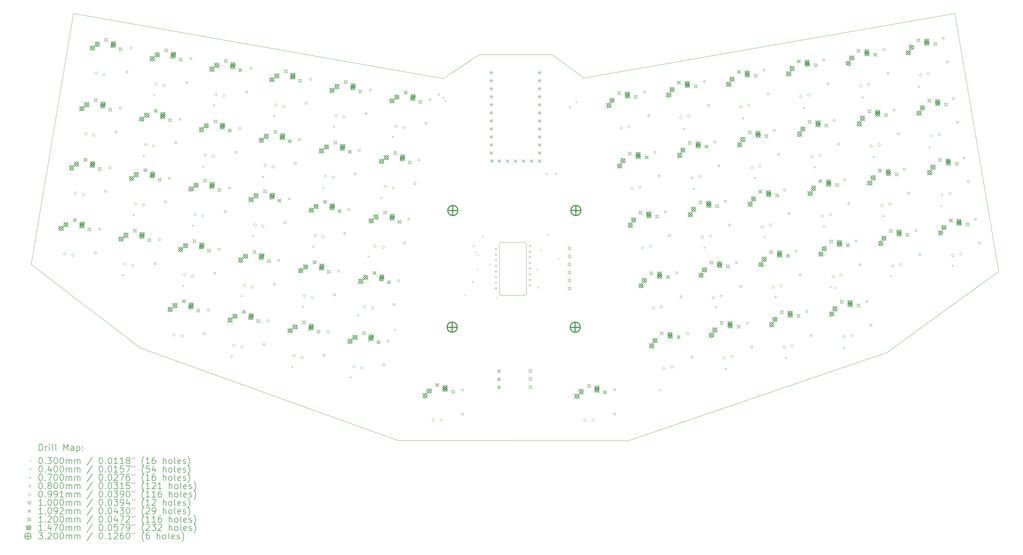
<source format=gbr>
%TF.GenerationSoftware,KiCad,Pcbnew,(6.0.7)*%
%TF.CreationDate,2022-11-03T11:55:03-07:00*%
%TF.ProjectId,gigan rev2,67696761-6e20-4726-9576-322e6b696361,rev?*%
%TF.SameCoordinates,Original*%
%TF.FileFunction,Drillmap*%
%TF.FilePolarity,Positive*%
%FSLAX45Y45*%
G04 Gerber Fmt 4.5, Leading zero omitted, Abs format (unit mm)*
G04 Created by KiCad (PCBNEW (6.0.7)) date 2022-11-03 11:55:03*
%MOMM*%
%LPD*%
G01*
G04 APERTURE LIST*
%ADD10C,0.100000*%
%ADD11C,0.200000*%
%ADD12C,0.030000*%
%ADD13C,0.040000*%
%ADD14C,0.070000*%
%ADD15C,0.080000*%
%ADD16C,0.099060*%
%ADD17C,0.109220*%
%ADD18C,0.120000*%
%ADD19C,0.147000*%
%ADD20C,0.320000*%
G04 APERTURE END LIST*
D10*
X20651822Y-14649832D02*
X21401822Y-14649832D01*
X20601822Y-14599832D02*
X20601822Y-13024832D01*
X34999880Y-5734120D02*
X36386720Y-13887520D01*
X7125920Y-5734120D02*
X18820080Y-7796600D01*
X24674780Y-19239300D02*
X17395140Y-19234220D01*
X20651822Y-12974832D02*
X21401822Y-12974832D01*
X20601818Y-14599832D02*
G75*
G03*
X20651822Y-14649832I50002J2D01*
G01*
X19958000Y-7039680D02*
X22274480Y-7039680D01*
X5794960Y-13669080D02*
X7125920Y-5734120D01*
X18820080Y-7796600D02*
X19958000Y-7039680D01*
X32851040Y-16452920D02*
X24674780Y-19239300D01*
X9244280Y-16310680D02*
X5794960Y-13669080D01*
X21451822Y-13024832D02*
X21451822Y-14599832D01*
X23265080Y-7776280D02*
X34999880Y-5734120D01*
X17395140Y-19234220D02*
X9244280Y-16310680D01*
X22274480Y-7039680D02*
X23265080Y-7776280D01*
X21451818Y-13024832D02*
G75*
G03*
X21401822Y-12974832I-49998J2D01*
G01*
X36386720Y-13887520D02*
X32851040Y-16452920D01*
X21401822Y-14649832D02*
G75*
G03*
X21451822Y-14599832I-2J50002D01*
G01*
X20651822Y-12974832D02*
G75*
G03*
X20601822Y-13024832I-2J-49998D01*
G01*
D11*
D12*
X18888900Y-8492800D02*
X18918900Y-8522800D01*
X18918900Y-8492800D02*
X18888900Y-8522800D01*
X19505622Y-14626032D02*
X19535622Y-14656032D01*
X19535622Y-14626032D02*
X19505622Y-14656032D01*
X19739022Y-14211832D02*
X19769022Y-14241832D01*
X19769022Y-14211832D02*
X19739022Y-14241832D01*
X19775622Y-13081032D02*
X19805622Y-13111032D01*
X19805622Y-13081032D02*
X19775622Y-13111032D01*
X19845622Y-13271032D02*
X19875622Y-13301032D01*
X19875622Y-13271032D02*
X19845622Y-13301032D01*
X19885622Y-13831032D02*
X19915622Y-13861032D01*
X19915622Y-13831032D02*
X19885622Y-13861032D01*
X19905622Y-13361032D02*
X19935622Y-13391032D01*
X19935622Y-13361032D02*
X19905622Y-13391032D01*
X20065622Y-12771032D02*
X20095622Y-12801032D01*
X20095622Y-12771032D02*
X20065622Y-12801032D01*
X20285622Y-13661032D02*
X20315622Y-13691032D01*
X20315622Y-13661032D02*
X20285622Y-13691032D01*
X20496899Y-14712309D02*
X20526899Y-14742309D01*
X20526899Y-14712309D02*
X20496899Y-14742309D01*
X21780622Y-13816032D02*
X21810622Y-13846032D01*
X21810622Y-13816032D02*
X21780622Y-13846032D01*
X21821822Y-14389632D02*
X21851822Y-14419632D01*
X21851822Y-14389632D02*
X21821822Y-14419632D01*
X21895622Y-13206032D02*
X21925622Y-13236032D01*
X21925622Y-13206032D02*
X21895622Y-13236032D01*
X22115622Y-12726032D02*
X22145622Y-12756032D01*
X22145622Y-12726032D02*
X22115622Y-12756032D01*
X22470521Y-13475232D02*
X22500521Y-13505232D01*
X22500521Y-13475232D02*
X22470521Y-13505232D01*
X23016400Y-8530900D02*
X23046400Y-8560900D01*
X23046400Y-8530900D02*
X23016400Y-8560900D01*
D13*
X8717959Y-14012837D02*
G75*
G03*
X8717959Y-14012837I-20000J0D01*
G01*
X9057290Y-12117649D02*
G75*
G03*
X9057290Y-12117649I-20000J0D01*
G01*
X9381323Y-10250714D02*
G75*
G03*
X9381323Y-10250714I-20000J0D01*
G01*
X9707700Y-8311975D02*
G75*
G03*
X9707700Y-8311975I-20000J0D01*
G01*
X10624035Y-14348929D02*
G75*
G03*
X10624035Y-14348929I-20000J0D01*
G01*
X10928346Y-12447567D02*
G75*
G03*
X10928346Y-12447567I-20000J0D01*
G01*
X11252378Y-10580631D02*
G75*
G03*
X11252378Y-10580631I-20000J0D01*
G01*
X11598767Y-8645421D02*
G75*
G03*
X11598767Y-8645421I-20000J0D01*
G01*
X12159880Y-16579920D02*
G75*
G03*
X12159880Y-16579920I-20000J0D01*
G01*
X12470076Y-14674436D02*
G75*
G03*
X12470076Y-14674436I-20000J0D01*
G01*
X12829419Y-12782777D02*
G75*
G03*
X12829419Y-12782777I-20000J0D01*
G01*
X13148449Y-10914960D02*
G75*
G03*
X13148449Y-10914960I-20000J0D01*
G01*
X13504842Y-8981513D02*
G75*
G03*
X13504842Y-8981513I-20000J0D01*
G01*
X14075961Y-16917777D02*
G75*
G03*
X14075961Y-16917777I-20000J0D01*
G01*
X14406169Y-15015822D02*
G75*
G03*
X14406169Y-15015822I-20000J0D01*
G01*
X14735494Y-13118870D02*
G75*
G03*
X14735494Y-13118870I-20000J0D01*
G01*
X15059527Y-11251934D02*
G75*
G03*
X15059527Y-11251934I-20000J0D01*
G01*
X15395910Y-9314960D02*
G75*
G03*
X15395910Y-9314960I-20000J0D01*
G01*
X15917000Y-17242402D02*
G75*
G03*
X15917000Y-17242402I-20000J0D01*
G01*
X16159211Y-15283664D02*
G75*
G03*
X16159211Y-15283664I-20000J0D01*
G01*
X16478241Y-13415846D02*
G75*
G03*
X16478241Y-13415846I-20000J0D01*
G01*
X16890561Y-11574795D02*
G75*
G03*
X16890561Y-11574795I-20000J0D01*
G01*
X17247837Y-9636346D02*
G75*
G03*
X17247837Y-9636346I-20000J0D01*
G01*
X17318812Y-15737630D02*
G75*
G03*
X17318812Y-15737630I-20000J0D01*
G01*
X18713080Y-8304600D02*
G75*
G03*
X18713080Y-8304600I-20000J0D01*
G01*
X18850240Y-8411280D02*
G75*
G03*
X18850240Y-8411280I-20000J0D01*
G01*
X22116680Y-10809040D02*
G75*
G03*
X22116680Y-10809040I-20000J0D01*
G01*
X22406240Y-10814120D02*
G75*
G03*
X22406240Y-10814120I-20000J0D01*
G01*
X22853280Y-8711000D02*
G75*
G03*
X22853280Y-8711000I-20000J0D01*
G01*
X25687920Y-17646720D02*
G75*
G03*
X25687920Y-17646720I-20000J0D01*
G01*
X26471829Y-9391804D02*
G75*
G03*
X26471829Y-9391804I-20000J0D01*
G01*
X26764371Y-11284926D02*
G75*
G03*
X26764371Y-11284926I-20000J0D01*
G01*
X27102530Y-13144212D02*
G75*
G03*
X27102530Y-13144212I-20000J0D01*
G01*
X27460990Y-15030868D02*
G75*
G03*
X27460990Y-15030868I-20000J0D01*
G01*
X27778244Y-16976375D02*
G75*
G03*
X27778244Y-16976375I-20000J0D01*
G01*
X28332880Y-9063651D02*
G75*
G03*
X28332880Y-9063651I-20000J0D01*
G01*
X28700464Y-10943540D02*
G75*
G03*
X28700464Y-10943540I-20000J0D01*
G01*
X29008606Y-12808119D02*
G75*
G03*
X29008606Y-12808119I-20000J0D01*
G01*
X29362063Y-14695658D02*
G75*
G03*
X29362063Y-14695658I-20000J0D01*
G01*
X29694325Y-16638518D02*
G75*
G03*
X29694325Y-16638518I-20000J0D01*
G01*
X30258967Y-8724030D02*
G75*
G03*
X30258967Y-8724030I-20000J0D01*
G01*
X30591531Y-10610094D02*
G75*
G03*
X30591531Y-10610094I-20000J0D01*
G01*
X30884664Y-12477319D02*
G75*
G03*
X30884664Y-12477319I-20000J0D01*
G01*
X31093040Y-14390440D02*
G75*
G03*
X31093040Y-14390440I-20000J0D01*
G01*
X31242822Y-14420771D02*
G75*
G03*
X31242822Y-14420771I-20000J0D01*
G01*
X31515353Y-16317421D02*
G75*
G03*
X31515353Y-16317421I-20000J0D01*
G01*
X32115014Y-8396759D02*
G75*
G03*
X32115014Y-8396759I-20000J0D01*
G01*
X32457584Y-10281059D02*
G75*
G03*
X32457584Y-10281059I-20000J0D01*
G01*
X32765726Y-12145637D02*
G75*
G03*
X32765726Y-12145637I-20000J0D01*
G01*
X33014124Y-14051701D02*
G75*
G03*
X33014124Y-14051701I-20000J0D01*
G01*
X33887488Y-8063590D02*
G75*
G03*
X33887488Y-8063590I-20000J0D01*
G01*
X34223581Y-9969666D02*
G75*
G03*
X34223581Y-9969666I-20000J0D01*
G01*
X34581751Y-11825423D02*
G75*
G03*
X34581751Y-11825423I-20000J0D01*
G01*
X34955220Y-13709433D02*
G75*
G03*
X34955220Y-13709433I-20000J0D01*
G01*
D14*
X20491722Y-13141832D02*
X20491722Y-13211832D01*
X20456722Y-13176832D02*
X20526722Y-13176832D01*
X20491722Y-13319832D02*
X20491722Y-13389832D01*
X20456722Y-13354832D02*
X20526722Y-13354832D01*
X20491722Y-13497832D02*
X20491722Y-13567832D01*
X20456722Y-13532832D02*
X20526722Y-13532832D01*
X20491722Y-13675832D02*
X20491722Y-13745832D01*
X20456722Y-13710832D02*
X20526722Y-13710832D01*
X20491722Y-13853832D02*
X20491722Y-13923832D01*
X20456722Y-13888832D02*
X20526722Y-13888832D01*
X20491722Y-14031832D02*
X20491722Y-14101832D01*
X20456722Y-14066832D02*
X20526722Y-14066832D01*
X20491722Y-14209832D02*
X20491722Y-14279832D01*
X20456722Y-14244832D02*
X20526722Y-14244832D01*
X20491722Y-14387832D02*
X20491722Y-14457832D01*
X20456722Y-14422832D02*
X20526722Y-14422832D01*
X21561722Y-13052832D02*
X21561722Y-13122832D01*
X21526722Y-13087832D02*
X21596722Y-13087832D01*
X21561722Y-13230832D02*
X21561722Y-13300832D01*
X21526722Y-13265832D02*
X21596722Y-13265832D01*
X21561722Y-13408832D02*
X21561722Y-13478832D01*
X21526722Y-13443832D02*
X21596722Y-13443832D01*
X21561722Y-13586832D02*
X21561722Y-13656832D01*
X21526722Y-13621832D02*
X21596722Y-13621832D01*
X21561722Y-13764832D02*
X21561722Y-13834832D01*
X21526722Y-13799832D02*
X21596722Y-13799832D01*
X21561722Y-13942832D02*
X21561722Y-14012832D01*
X21526722Y-13977832D02*
X21596722Y-13977832D01*
X21561722Y-14120832D02*
X21561722Y-14190832D01*
X21526722Y-14155832D02*
X21596722Y-14155832D01*
X21561722Y-14298832D02*
X21561722Y-14368832D01*
X21526722Y-14333832D02*
X21596722Y-14333832D01*
D15*
X7846045Y-13330478D02*
X7846045Y-13273909D01*
X7789476Y-13273909D01*
X7789476Y-13330478D01*
X7846045Y-13330478D01*
X7978365Y-12580054D02*
X7978365Y-12523485D01*
X7921796Y-12523485D01*
X7921796Y-12580054D01*
X7978365Y-12580054D01*
X8173304Y-11386736D02*
X8173304Y-11330167D01*
X8116735Y-11330167D01*
X8116735Y-11386736D01*
X8173304Y-11386736D01*
X8305624Y-10636313D02*
X8305624Y-10579744D01*
X8249055Y-10579744D01*
X8249055Y-10636313D01*
X8305624Y-10636313D01*
X8504104Y-9510677D02*
X8504104Y-9454108D01*
X8447535Y-9454108D01*
X8447535Y-9510677D01*
X8504104Y-9510677D01*
X8636424Y-8760254D02*
X8636424Y-8703685D01*
X8579855Y-8703685D01*
X8579855Y-8760254D01*
X8636424Y-8760254D01*
X8850202Y-7606366D02*
X8850202Y-7549797D01*
X8793633Y-7549797D01*
X8793633Y-7606366D01*
X8850202Y-7606366D01*
X8982522Y-6855942D02*
X8982522Y-6799373D01*
X8925953Y-6799373D01*
X8925953Y-6855942D01*
X8982522Y-6855942D01*
X9736230Y-13668927D02*
X9736230Y-13612358D01*
X9679661Y-13612358D01*
X9679661Y-13668927D01*
X9736230Y-13668927D01*
X9868550Y-12918503D02*
X9868550Y-12861934D01*
X9811981Y-12861934D01*
X9811981Y-12918503D01*
X9868550Y-12918503D01*
X10063489Y-11725185D02*
X10063489Y-11668616D01*
X10006920Y-11668616D01*
X10006920Y-11725185D01*
X10063489Y-11725185D01*
X10195809Y-10974762D02*
X10195809Y-10918193D01*
X10139240Y-10918193D01*
X10139240Y-10974762D01*
X10195809Y-10974762D01*
X10394289Y-9849126D02*
X10394289Y-9792557D01*
X10337720Y-9792557D01*
X10337720Y-9849126D01*
X10394289Y-9849126D01*
X10526609Y-9098703D02*
X10526609Y-9042134D01*
X10470040Y-9042134D01*
X10470040Y-9098703D01*
X10526609Y-9098703D01*
X10740387Y-7944815D02*
X10740387Y-7888246D01*
X10683818Y-7888246D01*
X10683818Y-7944815D01*
X10740387Y-7944815D01*
X10872707Y-7194391D02*
X10872707Y-7137822D01*
X10816138Y-7137822D01*
X10816138Y-7194391D01*
X10872707Y-7194391D01*
X11295615Y-15883434D02*
X11295615Y-15826865D01*
X11239046Y-15826865D01*
X11239046Y-15883434D01*
X11295615Y-15883434D01*
X11427935Y-15133011D02*
X11427935Y-15076442D01*
X11371366Y-15076442D01*
X11371366Y-15133011D01*
X11427935Y-15133011D01*
X11627587Y-13971474D02*
X11627587Y-13914905D01*
X11571018Y-13914905D01*
X11571018Y-13971474D01*
X11627587Y-13971474D01*
X11759907Y-13221050D02*
X11759907Y-13164481D01*
X11703338Y-13164481D01*
X11703338Y-13221050D01*
X11759907Y-13221050D01*
X11954846Y-12027732D02*
X11954846Y-11971163D01*
X11898277Y-11971163D01*
X11898277Y-12027732D01*
X11954846Y-12027732D01*
X12087166Y-11277309D02*
X12087166Y-11220740D01*
X12030597Y-11220740D01*
X12030597Y-11277309D01*
X12087166Y-11277309D01*
X12285646Y-10151673D02*
X12285646Y-10095104D01*
X12229077Y-10095104D01*
X12229077Y-10151673D01*
X12285646Y-10151673D01*
X12417966Y-9401250D02*
X12417966Y-9344681D01*
X12361397Y-9344681D01*
X12361397Y-9401250D01*
X12417966Y-9401250D01*
X12631744Y-8247362D02*
X12631744Y-8190793D01*
X12575175Y-8190793D01*
X12575175Y-8247362D01*
X12631744Y-8247362D01*
X12764064Y-7496938D02*
X12764064Y-7440369D01*
X12707495Y-7440369D01*
X12707495Y-7496938D01*
X12764064Y-7496938D01*
X13184036Y-16231889D02*
X13184036Y-16175320D01*
X13127467Y-16175320D01*
X13127467Y-16231889D01*
X13184036Y-16231889D01*
X13316356Y-15481466D02*
X13316356Y-15424897D01*
X13259787Y-15424897D01*
X13259787Y-15481466D01*
X13316356Y-15481466D01*
X13516008Y-14319929D02*
X13516008Y-14263360D01*
X13459439Y-14263360D01*
X13459439Y-14319929D01*
X13516008Y-14319929D01*
X13648328Y-13569505D02*
X13648328Y-13512936D01*
X13591759Y-13512936D01*
X13591759Y-13569505D01*
X13648328Y-13569505D01*
X13843267Y-12376187D02*
X13843267Y-12319618D01*
X13786698Y-12319618D01*
X13786698Y-12376187D01*
X13843267Y-12376187D01*
X13975587Y-11625763D02*
X13975587Y-11569194D01*
X13919018Y-11569194D01*
X13919018Y-11625763D01*
X13975587Y-11625763D01*
X14174067Y-10500128D02*
X14174067Y-10443559D01*
X14117498Y-10443559D01*
X14117498Y-10500128D01*
X14174067Y-10500128D01*
X14306387Y-9749704D02*
X14306387Y-9693135D01*
X14249818Y-9693135D01*
X14249818Y-9749704D01*
X14306387Y-9749704D01*
X14520165Y-8595816D02*
X14520165Y-8539247D01*
X14463596Y-8539247D01*
X14463596Y-8595816D01*
X14520165Y-8595816D01*
X14652485Y-7845393D02*
X14652485Y-7788824D01*
X14595916Y-7788824D01*
X14595916Y-7845393D01*
X14652485Y-7845393D01*
X15074221Y-16570338D02*
X15074221Y-16513769D01*
X15017652Y-16513769D01*
X15017652Y-16570338D01*
X15074221Y-16570338D01*
X15206541Y-15819915D02*
X15206541Y-15763346D01*
X15149972Y-15763346D01*
X15149972Y-15819915D01*
X15206541Y-15819915D01*
X15406193Y-14658378D02*
X15406193Y-14601809D01*
X15349624Y-14601809D01*
X15349624Y-14658378D01*
X15406193Y-14658378D01*
X15538513Y-13907954D02*
X15538513Y-13851385D01*
X15481944Y-13851385D01*
X15481944Y-13907954D01*
X15538513Y-13907954D01*
X15733452Y-12714636D02*
X15733452Y-12658067D01*
X15676883Y-12658067D01*
X15676883Y-12714636D01*
X15733452Y-12714636D01*
X15865772Y-11964212D02*
X15865772Y-11907643D01*
X15809203Y-11907643D01*
X15809203Y-11964212D01*
X15865772Y-11964212D01*
X16064252Y-10838577D02*
X16064252Y-10782008D01*
X16007683Y-10782008D01*
X16007683Y-10838577D01*
X16064252Y-10838577D01*
X16196572Y-10088153D02*
X16196572Y-10031584D01*
X16140003Y-10031584D01*
X16140003Y-10088153D01*
X16196572Y-10088153D01*
X16410350Y-8934265D02*
X16410350Y-8877696D01*
X16353781Y-8877696D01*
X16353781Y-8934265D01*
X16410350Y-8934265D01*
X16410350Y-8934265D02*
X16410350Y-8877696D01*
X16353781Y-8877696D01*
X16353781Y-8934265D01*
X16410350Y-8934265D01*
X16542670Y-8183842D02*
X16542670Y-8127273D01*
X16486101Y-8127273D01*
X16486101Y-8183842D01*
X16542670Y-8183842D01*
X16965578Y-16872885D02*
X16965578Y-16816316D01*
X16909009Y-16816316D01*
X16909009Y-16872885D01*
X16965578Y-16872885D01*
X17097898Y-16122462D02*
X17097898Y-16065893D01*
X17041329Y-16065893D01*
X17041329Y-16122462D01*
X17097898Y-16122462D01*
X17297550Y-14960925D02*
X17297550Y-14904356D01*
X17240981Y-14904356D01*
X17240981Y-14960925D01*
X17297550Y-14960925D01*
X17429870Y-14210501D02*
X17429870Y-14153932D01*
X17373301Y-14153932D01*
X17373301Y-14210501D01*
X17429870Y-14210501D01*
X17624809Y-13017183D02*
X17624809Y-12960614D01*
X17568240Y-12960614D01*
X17568240Y-13017183D01*
X17624809Y-13017183D01*
X17757129Y-12266759D02*
X17757129Y-12210190D01*
X17700560Y-12210190D01*
X17700560Y-12266759D01*
X17757129Y-12266759D01*
X17955609Y-11141124D02*
X17955609Y-11084555D01*
X17899040Y-11084555D01*
X17899040Y-11141124D01*
X17955609Y-11141124D01*
X18087929Y-10390701D02*
X18087929Y-10334132D01*
X18031360Y-10334132D01*
X18031360Y-10390701D01*
X18087929Y-10390701D01*
X18301707Y-9236813D02*
X18301707Y-9180244D01*
X18245138Y-9180244D01*
X18245138Y-9236813D01*
X18301707Y-9236813D01*
X18434027Y-8486389D02*
X18434027Y-8429820D01*
X18377458Y-8429820D01*
X18377458Y-8486389D01*
X18434027Y-8486389D01*
X19457965Y-17664845D02*
X19457965Y-17608276D01*
X19401396Y-17608276D01*
X19401396Y-17664845D01*
X19457965Y-17664845D01*
X19457965Y-18426845D02*
X19457965Y-18370276D01*
X19401396Y-18370276D01*
X19401396Y-18426845D01*
X19457965Y-18426845D01*
X24273804Y-17659765D02*
X24273804Y-17603196D01*
X24217235Y-17603196D01*
X24217235Y-17659765D01*
X24273804Y-17659765D01*
X24273804Y-18421765D02*
X24273804Y-18365196D01*
X24217235Y-18365196D01*
X24217235Y-18421765D01*
X24273804Y-18421765D01*
X25221534Y-8246621D02*
X25221534Y-8190052D01*
X25164965Y-8190052D01*
X25164965Y-8246621D01*
X25221534Y-8246621D01*
X25353854Y-8997045D02*
X25353854Y-8940476D01*
X25297285Y-8940476D01*
X25297285Y-8997045D01*
X25353854Y-8997045D01*
X25547621Y-10154461D02*
X25547621Y-10097892D01*
X25491052Y-10097892D01*
X25491052Y-10154461D01*
X25547621Y-10154461D01*
X25679941Y-10904885D02*
X25679941Y-10848316D01*
X25623372Y-10848316D01*
X25623372Y-10904885D01*
X25679941Y-10904885D01*
X25878421Y-12030520D02*
X25878421Y-11973951D01*
X25821852Y-11973951D01*
X25821852Y-12030520D01*
X25878421Y-12030520D01*
X26010741Y-12780943D02*
X26010741Y-12724374D01*
X25954172Y-12724374D01*
X25954172Y-12780943D01*
X26010741Y-12780943D01*
X26235697Y-13968969D02*
X26235697Y-13912400D01*
X26179128Y-13912400D01*
X26179128Y-13968969D01*
X26235697Y-13968969D01*
X26368017Y-14719392D02*
X26368017Y-14662823D01*
X26311448Y-14662823D01*
X26311448Y-14719392D01*
X26368017Y-14719392D01*
X26577674Y-15879165D02*
X26577674Y-15822596D01*
X26521105Y-15822596D01*
X26521105Y-15879165D01*
X26577674Y-15879165D01*
X26709994Y-16629589D02*
X26709994Y-16573020D01*
X26653425Y-16573020D01*
X26653425Y-16629589D01*
X26709994Y-16629589D01*
X27113483Y-7918178D02*
X27113483Y-7861609D01*
X27056914Y-7861609D01*
X27056914Y-7918178D01*
X27113483Y-7918178D01*
X27245803Y-8668602D02*
X27245803Y-8612033D01*
X27189234Y-8612033D01*
X27189234Y-8668602D01*
X27245803Y-8668602D01*
X27439571Y-9826018D02*
X27439571Y-9769449D01*
X27383002Y-9769449D01*
X27383002Y-9826018D01*
X27439571Y-9826018D01*
X27571890Y-10576441D02*
X27571890Y-10519872D01*
X27515321Y-10519872D01*
X27515321Y-10576441D01*
X27571890Y-10576441D01*
X27770370Y-11702077D02*
X27770370Y-11645508D01*
X27713801Y-11645508D01*
X27713801Y-11702077D01*
X27770370Y-11702077D01*
X27902690Y-12452500D02*
X27902690Y-12395931D01*
X27846121Y-12395931D01*
X27846121Y-12452500D01*
X27902690Y-12452500D01*
X28127646Y-13640526D02*
X28127646Y-13583957D01*
X28071077Y-13583957D01*
X28071077Y-13640526D01*
X28127646Y-13640526D01*
X28259966Y-14390949D02*
X28259966Y-14334380D01*
X28203397Y-14334380D01*
X28203397Y-14390949D01*
X28259966Y-14390949D01*
X28469624Y-15550722D02*
X28469624Y-15494153D01*
X28413055Y-15494153D01*
X28413055Y-15550722D01*
X28469624Y-15550722D01*
X28601944Y-16301146D02*
X28601944Y-16244577D01*
X28545375Y-16244577D01*
X28545375Y-16301146D01*
X28601944Y-16301146D01*
X28994255Y-7555597D02*
X28994255Y-7499028D01*
X28937686Y-7499028D01*
X28937686Y-7555597D01*
X28994255Y-7555597D01*
X29126575Y-8306020D02*
X29126575Y-8249451D01*
X29070006Y-8249451D01*
X29070006Y-8306020D01*
X29126575Y-8306020D01*
X29320342Y-9463437D02*
X29320342Y-9406868D01*
X29263773Y-9406868D01*
X29263773Y-9463437D01*
X29320342Y-9463437D01*
X29452662Y-10213860D02*
X29452662Y-10157291D01*
X29396093Y-10157291D01*
X29396093Y-10213860D01*
X29452662Y-10213860D01*
X29651142Y-11339496D02*
X29651142Y-11282927D01*
X29594573Y-11282927D01*
X29594573Y-11339496D01*
X29651142Y-11339496D01*
X29783462Y-12089919D02*
X29783462Y-12033350D01*
X29726893Y-12033350D01*
X29726893Y-12089919D01*
X29783462Y-12089919D01*
X30008418Y-13277945D02*
X30008418Y-13221376D01*
X29951849Y-13221376D01*
X29951849Y-13277945D01*
X30008418Y-13277945D01*
X30140738Y-14028368D02*
X30140738Y-13971799D01*
X30084169Y-13971799D01*
X30084169Y-14028368D01*
X30140738Y-14028368D01*
X30350395Y-15188141D02*
X30350395Y-15131572D01*
X30293826Y-15131572D01*
X30293826Y-15188141D01*
X30350395Y-15188141D01*
X30482715Y-15938565D02*
X30482715Y-15881996D01*
X30426146Y-15881996D01*
X30426146Y-15938565D01*
X30482715Y-15938565D01*
X30887969Y-7237159D02*
X30887969Y-7180590D01*
X30831400Y-7180590D01*
X30831400Y-7237159D01*
X30887969Y-7237159D01*
X31020289Y-7987583D02*
X31020289Y-7931014D01*
X30963720Y-7931014D01*
X30963720Y-7987583D01*
X31020289Y-7987583D01*
X31214056Y-9144999D02*
X31214056Y-9088430D01*
X31157487Y-9088430D01*
X31157487Y-9144999D01*
X31214056Y-9144999D01*
X31346376Y-9895423D02*
X31346376Y-9838854D01*
X31289807Y-9838854D01*
X31289807Y-9895423D01*
X31346376Y-9895423D01*
X31544855Y-11021058D02*
X31544855Y-10964489D01*
X31488286Y-10964489D01*
X31488286Y-11021058D01*
X31544855Y-11021058D01*
X31677175Y-11771481D02*
X31677175Y-11714912D01*
X31620606Y-11714912D01*
X31620606Y-11771481D01*
X31677175Y-11771481D01*
X31902132Y-12959507D02*
X31902132Y-12902938D01*
X31845563Y-12902938D01*
X31845563Y-12959507D01*
X31902132Y-12959507D01*
X32034451Y-13709930D02*
X32034451Y-13653361D01*
X31977882Y-13653361D01*
X31977882Y-13709930D01*
X32034451Y-13709930D01*
X32244109Y-14869703D02*
X32244109Y-14813134D01*
X32187540Y-14813134D01*
X32187540Y-14869703D01*
X32244109Y-14869703D01*
X32376429Y-15620127D02*
X32376429Y-15563558D01*
X32319860Y-15563558D01*
X32319860Y-15620127D01*
X32376429Y-15620127D01*
X32779918Y-6908716D02*
X32779918Y-6852147D01*
X32723349Y-6852147D01*
X32723349Y-6908716D01*
X32779918Y-6908716D01*
X32912238Y-7659139D02*
X32912238Y-7602570D01*
X32855669Y-7602570D01*
X32855669Y-7659139D01*
X32912238Y-7659139D01*
X32912238Y-7659139D02*
X32912238Y-7602570D01*
X32855669Y-7602570D01*
X32855669Y-7659139D01*
X32912238Y-7659139D01*
X33106005Y-8816556D02*
X33106005Y-8759987D01*
X33049436Y-8759987D01*
X33049436Y-8816556D01*
X33106005Y-8816556D01*
X33238325Y-9566979D02*
X33238325Y-9510410D01*
X33181756Y-9510410D01*
X33181756Y-9566979D01*
X33238325Y-9566979D01*
X33238325Y-9566979D02*
X33238325Y-9510410D01*
X33181756Y-9510410D01*
X33181756Y-9566979D01*
X33238325Y-9566979D01*
X33436805Y-10692615D02*
X33436805Y-10636046D01*
X33380236Y-10636046D01*
X33380236Y-10692615D01*
X33436805Y-10692615D01*
X33569125Y-11443038D02*
X33569125Y-11386469D01*
X33512556Y-11386469D01*
X33512556Y-11443038D01*
X33569125Y-11443038D01*
X33569125Y-11443038D02*
X33569125Y-11386469D01*
X33512556Y-11386469D01*
X33512556Y-11443038D01*
X33569125Y-11443038D01*
X33794081Y-12631064D02*
X33794081Y-12574495D01*
X33737512Y-12574495D01*
X33737512Y-12631064D01*
X33794081Y-12631064D01*
X33926401Y-13381487D02*
X33926401Y-13324918D01*
X33869832Y-13324918D01*
X33869832Y-13381487D01*
X33926401Y-13381487D01*
X33926401Y-13381487D02*
X33926401Y-13324918D01*
X33869832Y-13324918D01*
X33869832Y-13381487D01*
X33926401Y-13381487D01*
X34660690Y-6546135D02*
X34660690Y-6489566D01*
X34604121Y-6489566D01*
X34604121Y-6546135D01*
X34660690Y-6546135D01*
X34793010Y-7296558D02*
X34793010Y-7239989D01*
X34736441Y-7239989D01*
X34736441Y-7296558D01*
X34793010Y-7296558D01*
X34986777Y-8453975D02*
X34986777Y-8397406D01*
X34930208Y-8397406D01*
X34930208Y-8453975D01*
X34986777Y-8453975D01*
X35119097Y-9204398D02*
X35119097Y-9147829D01*
X35062528Y-9147829D01*
X35062528Y-9204398D01*
X35119097Y-9204398D01*
X35317577Y-10330034D02*
X35317577Y-10273465D01*
X35261008Y-10273465D01*
X35261008Y-10330034D01*
X35317577Y-10330034D01*
X35449896Y-11080457D02*
X35449896Y-11023888D01*
X35393327Y-11023888D01*
X35393327Y-11080457D01*
X35449896Y-11080457D01*
X35674853Y-12268483D02*
X35674853Y-12211914D01*
X35618284Y-12211914D01*
X35618284Y-12268483D01*
X35674853Y-12268483D01*
X35807173Y-13018906D02*
X35807173Y-12962337D01*
X35750604Y-12962337D01*
X35750604Y-13018906D01*
X35807173Y-13018906D01*
D16*
X6858717Y-13378636D02*
X6908247Y-13329106D01*
X6858717Y-13279576D01*
X6809187Y-13329106D01*
X6858717Y-13378636D01*
X7108858Y-13422743D02*
X7158388Y-13373213D01*
X7108858Y-13323683D01*
X7059328Y-13373213D01*
X7108858Y-13422743D01*
X7190689Y-11466675D02*
X7240219Y-11417145D01*
X7190689Y-11367615D01*
X7141159Y-11417145D01*
X7190689Y-11466675D01*
X7440830Y-11510782D02*
X7490360Y-11461252D01*
X7440830Y-11411722D01*
X7391300Y-11461252D01*
X7440830Y-11510782D01*
X7516486Y-9589735D02*
X7566016Y-9540205D01*
X7516486Y-9490675D01*
X7466956Y-9540205D01*
X7516486Y-9589735D01*
X7766627Y-9633841D02*
X7816157Y-9584311D01*
X7766627Y-9534781D01*
X7717097Y-9584311D01*
X7766627Y-9633841D01*
X7848458Y-7677774D02*
X7897988Y-7628244D01*
X7848458Y-7578714D01*
X7798928Y-7628244D01*
X7848458Y-7677774D01*
X8098599Y-7721880D02*
X8148129Y-7672350D01*
X8098599Y-7622820D01*
X8049069Y-7672350D01*
X8098599Y-7721880D01*
X8754787Y-13712964D02*
X8804317Y-13663434D01*
X8754787Y-13613904D01*
X8705257Y-13663434D01*
X8754787Y-13712964D01*
X9004928Y-13757071D02*
X9054458Y-13707541D01*
X9004928Y-13658011D01*
X8955398Y-13707541D01*
X9004928Y-13757071D01*
X9086759Y-11801004D02*
X9136289Y-11751474D01*
X9086759Y-11701944D01*
X9037229Y-11751474D01*
X9086759Y-11801004D01*
X9336900Y-11845110D02*
X9386430Y-11795580D01*
X9336900Y-11746050D01*
X9287370Y-11795580D01*
X9336900Y-11845110D01*
X9412556Y-9924063D02*
X9462086Y-9874533D01*
X9412556Y-9825003D01*
X9363026Y-9874533D01*
X9412556Y-9924063D01*
X9662697Y-9968170D02*
X9712227Y-9918640D01*
X9662697Y-9869110D01*
X9613167Y-9918640D01*
X9662697Y-9968170D01*
X9744528Y-8012102D02*
X9794058Y-7962572D01*
X9744528Y-7913042D01*
X9694998Y-7962572D01*
X9744528Y-8012102D01*
X9994669Y-8056209D02*
X10044199Y-8006679D01*
X9994669Y-7957149D01*
X9945139Y-8006679D01*
X9994669Y-8056209D01*
X10306523Y-15941598D02*
X10356053Y-15892068D01*
X10306523Y-15842538D01*
X10256993Y-15892068D01*
X10306523Y-15941598D01*
X10556664Y-15985705D02*
X10606194Y-15936175D01*
X10556664Y-15886645D01*
X10507134Y-15936175D01*
X10556664Y-15985705D01*
X10640851Y-14045528D02*
X10690381Y-13995998D01*
X10640851Y-13946468D01*
X10591321Y-13995998D01*
X10640851Y-14045528D01*
X10890993Y-14089635D02*
X10940523Y-14040105D01*
X10890993Y-13990575D01*
X10841463Y-14040105D01*
X10890993Y-14089635D01*
X10972823Y-12133568D02*
X11022353Y-12084038D01*
X10972823Y-12034508D01*
X10923293Y-12084038D01*
X10972823Y-12133568D01*
X11222964Y-12177674D02*
X11272494Y-12128144D01*
X11222964Y-12078614D01*
X11173434Y-12128144D01*
X11222964Y-12177674D01*
X11298620Y-10256627D02*
X11348150Y-10207097D01*
X11298620Y-10157567D01*
X11249090Y-10207097D01*
X11298620Y-10256627D01*
X11548761Y-10300733D02*
X11598291Y-10251203D01*
X11548761Y-10201673D01*
X11499231Y-10251203D01*
X11548761Y-10300733D01*
X11630592Y-8344666D02*
X11680122Y-8295136D01*
X11630592Y-8245606D01*
X11581062Y-8295136D01*
X11630592Y-8344666D01*
X11880733Y-8388773D02*
X11930263Y-8339243D01*
X11880733Y-8289713D01*
X11831203Y-8339243D01*
X11880733Y-8388773D01*
X12202593Y-16275927D02*
X12252123Y-16226397D01*
X12202593Y-16176867D01*
X12153063Y-16226397D01*
X12202593Y-16275927D01*
X12452734Y-16320033D02*
X12502264Y-16270503D01*
X12452734Y-16220973D01*
X12403204Y-16270503D01*
X12452734Y-16320033D01*
X12536921Y-14379857D02*
X12586451Y-14330327D01*
X12536921Y-14280797D01*
X12487391Y-14330327D01*
X12536921Y-14379857D01*
X12787063Y-14423963D02*
X12836593Y-14374433D01*
X12787063Y-14324903D01*
X12737533Y-14374433D01*
X12787063Y-14423963D01*
X12868893Y-12467896D02*
X12918423Y-12418366D01*
X12868893Y-12368836D01*
X12819363Y-12418366D01*
X12868893Y-12467896D01*
X13119034Y-12512003D02*
X13168564Y-12462473D01*
X13119034Y-12412943D01*
X13069504Y-12462473D01*
X13119034Y-12512003D01*
X13194690Y-10590955D02*
X13244220Y-10541425D01*
X13194690Y-10491895D01*
X13145160Y-10541425D01*
X13194690Y-10590955D01*
X13444831Y-10635062D02*
X13494361Y-10585532D01*
X13444831Y-10536002D01*
X13395301Y-10585532D01*
X13444831Y-10635062D01*
X13526662Y-8678995D02*
X13576192Y-8629465D01*
X13526662Y-8579935D01*
X13477132Y-8629465D01*
X13526662Y-8678995D01*
X13776803Y-8723101D02*
X13826333Y-8673571D01*
X13776803Y-8624041D01*
X13727273Y-8673571D01*
X13776803Y-8723101D01*
X14103666Y-16611137D02*
X14153196Y-16561607D01*
X14103666Y-16512077D01*
X14054136Y-16561607D01*
X14103666Y-16611137D01*
X14353807Y-16655244D02*
X14403337Y-16605714D01*
X14353807Y-16556184D01*
X14304277Y-16605714D01*
X14353807Y-16655244D01*
X14437994Y-14715067D02*
X14487524Y-14665537D01*
X14437994Y-14616007D01*
X14388464Y-14665537D01*
X14437994Y-14715067D01*
X14688136Y-14759174D02*
X14737666Y-14709644D01*
X14688136Y-14660114D01*
X14638606Y-14709644D01*
X14688136Y-14759174D01*
X14769966Y-12803106D02*
X14819496Y-12753576D01*
X14769966Y-12704046D01*
X14720436Y-12753576D01*
X14769966Y-12803106D01*
X15020107Y-12847213D02*
X15069637Y-12797683D01*
X15020107Y-12748153D01*
X14970577Y-12797683D01*
X15020107Y-12847213D01*
X15095763Y-10926166D02*
X15145293Y-10876636D01*
X15095763Y-10827106D01*
X15046233Y-10876636D01*
X15095763Y-10926166D01*
X15345904Y-10970272D02*
X15395434Y-10920742D01*
X15345904Y-10871212D01*
X15296374Y-10920742D01*
X15345904Y-10970272D01*
X15427735Y-9014205D02*
X15477265Y-8964675D01*
X15427735Y-8915145D01*
X15378205Y-8964675D01*
X15427735Y-9014205D01*
X15677876Y-9058312D02*
X15727406Y-9008782D01*
X15677876Y-8959252D01*
X15628346Y-9008782D01*
X15677876Y-9058312D01*
X15999736Y-16945465D02*
X16049266Y-16895935D01*
X15999736Y-16846405D01*
X15950206Y-16895935D01*
X15999736Y-16945465D01*
X16249877Y-16989572D02*
X16299407Y-16940042D01*
X16249877Y-16890512D01*
X16200347Y-16940042D01*
X16249877Y-16989572D01*
X16334064Y-15049395D02*
X16383594Y-14999865D01*
X16334064Y-14950335D01*
X16284534Y-14999865D01*
X16334064Y-15049395D01*
X16584205Y-15093502D02*
X16633735Y-15043972D01*
X16584205Y-14994442D01*
X16534675Y-15043972D01*
X16584205Y-15093502D01*
X16666036Y-13137435D02*
X16715566Y-13087905D01*
X16666036Y-13038375D01*
X16616506Y-13087905D01*
X16666036Y-13137435D01*
X16916177Y-13181541D02*
X16965707Y-13132011D01*
X16916177Y-13082481D01*
X16866647Y-13132011D01*
X16916177Y-13181541D01*
X16991833Y-11260494D02*
X17041363Y-11210964D01*
X16991833Y-11161434D01*
X16942303Y-11210964D01*
X16991833Y-11260494D01*
X17241974Y-11304600D02*
X17291504Y-11255070D01*
X17241974Y-11205540D01*
X17192444Y-11255070D01*
X17241974Y-11304600D01*
X17323805Y-9348533D02*
X17373335Y-9299003D01*
X17323805Y-9249473D01*
X17274275Y-9299003D01*
X17323805Y-9348533D01*
X17573946Y-9392640D02*
X17623476Y-9343110D01*
X17573946Y-9293580D01*
X17524416Y-9343110D01*
X17573946Y-9392640D01*
X18505120Y-18630970D02*
X18554650Y-18581440D01*
X18505120Y-18531910D01*
X18455590Y-18581440D01*
X18505120Y-18630970D01*
X18759120Y-18630970D02*
X18808650Y-18581440D01*
X18759120Y-18531910D01*
X18709590Y-18581440D01*
X18759120Y-18630970D01*
X23310800Y-18651290D02*
X23360330Y-18601760D01*
X23310800Y-18552230D01*
X23261270Y-18601760D01*
X23310800Y-18651290D01*
X23564800Y-18651290D02*
X23614330Y-18601760D01*
X23564800Y-18552230D01*
X23515270Y-18601760D01*
X23564800Y-18651290D01*
X24447047Y-9406340D02*
X24496577Y-9356810D01*
X24447047Y-9307280D01*
X24397517Y-9356810D01*
X24447047Y-9406340D01*
X24697188Y-9362233D02*
X24746718Y-9312703D01*
X24697188Y-9263173D01*
X24647658Y-9312703D01*
X24697188Y-9362233D01*
X24789024Y-11316536D02*
X24838554Y-11267006D01*
X24789024Y-11217476D01*
X24739494Y-11267006D01*
X24789024Y-11316536D01*
X25039166Y-11272429D02*
X25088696Y-11222899D01*
X25039166Y-11173369D01*
X24989636Y-11222899D01*
X25039166Y-11272429D01*
X25124827Y-13191712D02*
X25174357Y-13142182D01*
X25124827Y-13092652D01*
X25075297Y-13142182D01*
X25124827Y-13191712D01*
X25374968Y-13147606D02*
X25424498Y-13098076D01*
X25374968Y-13048546D01*
X25325438Y-13098076D01*
X25374968Y-13147606D01*
X25466804Y-15101909D02*
X25516334Y-15052379D01*
X25466804Y-15002849D01*
X25417274Y-15052379D01*
X25466804Y-15101909D01*
X25716946Y-15057802D02*
X25766476Y-15008272D01*
X25716946Y-14958742D01*
X25667416Y-15008272D01*
X25716946Y-15057802D01*
X25799714Y-17002372D02*
X25849244Y-16952842D01*
X25799714Y-16903312D01*
X25750184Y-16952842D01*
X25799714Y-17002372D01*
X26049855Y-16958266D02*
X26099385Y-16908736D01*
X26049855Y-16859206D01*
X26000325Y-16908736D01*
X26049855Y-16958266D01*
X26343117Y-9072011D02*
X26392647Y-9022481D01*
X26343117Y-8972951D01*
X26293587Y-9022481D01*
X26343117Y-9072011D01*
X26593258Y-9027905D02*
X26642788Y-8978375D01*
X26593258Y-8928845D01*
X26543728Y-8978375D01*
X26593258Y-9027905D01*
X26685095Y-10982208D02*
X26734625Y-10932678D01*
X26685095Y-10883148D01*
X26635565Y-10932678D01*
X26685095Y-10982208D01*
X26935236Y-10938101D02*
X26984766Y-10888571D01*
X26935236Y-10839041D01*
X26885706Y-10888571D01*
X26935236Y-10938101D01*
X27020897Y-12857384D02*
X27070427Y-12807854D01*
X27020897Y-12758324D01*
X26971367Y-12807854D01*
X27020897Y-12857384D01*
X27271038Y-12813277D02*
X27320568Y-12763747D01*
X27271038Y-12714217D01*
X27221508Y-12763747D01*
X27271038Y-12813277D01*
X27362875Y-14767581D02*
X27412405Y-14718051D01*
X27362875Y-14668521D01*
X27313345Y-14718051D01*
X27362875Y-14767581D01*
X27613016Y-14723474D02*
X27662546Y-14673944D01*
X27613016Y-14624414D01*
X27563486Y-14673944D01*
X27613016Y-14723474D01*
X27695784Y-16668044D02*
X27745314Y-16618514D01*
X27695784Y-16568984D01*
X27646254Y-16618514D01*
X27695784Y-16668044D01*
X27945925Y-16623937D02*
X27995455Y-16574407D01*
X27945925Y-16524877D01*
X27896395Y-16574407D01*
X27945925Y-16623937D01*
X28239187Y-8737683D02*
X28288717Y-8688153D01*
X28239187Y-8638623D01*
X28189657Y-8688153D01*
X28239187Y-8737683D01*
X28489328Y-8693576D02*
X28538858Y-8644046D01*
X28489328Y-8594516D01*
X28439798Y-8644046D01*
X28489328Y-8693576D01*
X28581164Y-10647879D02*
X28630694Y-10598349D01*
X28581164Y-10548819D01*
X28531634Y-10598349D01*
X28581164Y-10647879D01*
X28831306Y-10603773D02*
X28880836Y-10554243D01*
X28831306Y-10504713D01*
X28781776Y-10554243D01*
X28831306Y-10603773D01*
X28916967Y-12523056D02*
X28966497Y-12473526D01*
X28916967Y-12423996D01*
X28867437Y-12473526D01*
X28916967Y-12523056D01*
X29167108Y-12478949D02*
X29216638Y-12429419D01*
X29167108Y-12379889D01*
X29117578Y-12429419D01*
X29167108Y-12478949D01*
X29258945Y-14433252D02*
X29308475Y-14383722D01*
X29258945Y-14334192D01*
X29209415Y-14383722D01*
X29258945Y-14433252D01*
X29509086Y-14389146D02*
X29558616Y-14339616D01*
X29509086Y-14290086D01*
X29459556Y-14339616D01*
X29509086Y-14389146D01*
X29596857Y-16332833D02*
X29646387Y-16283303D01*
X29596857Y-16233773D01*
X29547327Y-16283303D01*
X29596857Y-16332833D01*
X29846998Y-16288727D02*
X29896528Y-16239197D01*
X29846998Y-16189667D01*
X29797468Y-16239197D01*
X29846998Y-16288727D01*
X30135257Y-8403355D02*
X30184787Y-8353824D01*
X30135257Y-8304294D01*
X30085727Y-8353824D01*
X30135257Y-8403355D01*
X30385398Y-8359248D02*
X30434928Y-8309718D01*
X30385398Y-8260188D01*
X30335868Y-8309718D01*
X30385398Y-8359248D01*
X30477235Y-10313551D02*
X30526765Y-10264021D01*
X30477235Y-10214491D01*
X30427705Y-10264021D01*
X30477235Y-10313551D01*
X30727376Y-10269444D02*
X30776906Y-10219914D01*
X30727376Y-10170384D01*
X30677846Y-10219914D01*
X30727376Y-10269444D01*
X30813037Y-12188728D02*
X30862567Y-12139198D01*
X30813037Y-12089668D01*
X30763507Y-12139198D01*
X30813037Y-12188728D01*
X31063178Y-12144621D02*
X31112708Y-12095091D01*
X31063178Y-12045561D01*
X31013648Y-12095091D01*
X31063178Y-12144621D01*
X31155015Y-14098924D02*
X31204545Y-14049394D01*
X31155015Y-13999864D01*
X31105485Y-14049394D01*
X31155015Y-14098924D01*
X31405156Y-14054817D02*
X31454686Y-14005287D01*
X31405156Y-13955757D01*
X31355626Y-14005287D01*
X31405156Y-14054817D01*
X31492927Y-15998505D02*
X31542457Y-15948975D01*
X31492927Y-15899445D01*
X31443397Y-15948975D01*
X31492927Y-15998505D01*
X31743068Y-15954398D02*
X31792598Y-15904868D01*
X31743068Y-15855338D01*
X31693538Y-15904868D01*
X31743068Y-15954398D01*
X32021322Y-8070790D02*
X32070852Y-8021260D01*
X32021322Y-7971730D01*
X31971792Y-8021260D01*
X32021322Y-8070790D01*
X32271463Y-8026684D02*
X32320993Y-7977154D01*
X32271463Y-7927624D01*
X32221933Y-7977154D01*
X32271463Y-8026684D01*
X32363299Y-9980987D02*
X32412829Y-9931457D01*
X32363299Y-9881927D01*
X32313769Y-9931457D01*
X32363299Y-9980987D01*
X32613440Y-9936880D02*
X32662970Y-9887350D01*
X32613440Y-9837820D01*
X32563910Y-9887350D01*
X32613440Y-9936880D01*
X32699102Y-11856163D02*
X32748632Y-11806633D01*
X32699102Y-11757103D01*
X32649572Y-11806633D01*
X32699102Y-11856163D01*
X32949243Y-11812057D02*
X32998773Y-11762527D01*
X32949243Y-11712997D01*
X32899713Y-11762527D01*
X32949243Y-11812057D01*
X33041079Y-13766360D02*
X33090609Y-13716830D01*
X33041079Y-13667300D01*
X32991549Y-13716830D01*
X33041079Y-13766360D01*
X33291220Y-13722253D02*
X33340750Y-13672723D01*
X33291220Y-13623193D01*
X33241690Y-13672723D01*
X33291220Y-13722253D01*
X33917392Y-7736462D02*
X33966922Y-7686932D01*
X33917392Y-7637402D01*
X33867862Y-7686932D01*
X33917392Y-7736462D01*
X34167533Y-7692355D02*
X34217063Y-7642825D01*
X34167533Y-7593295D01*
X34118003Y-7642825D01*
X34167533Y-7692355D01*
X34259369Y-9646659D02*
X34308899Y-9597129D01*
X34259369Y-9547599D01*
X34209839Y-9597129D01*
X34259369Y-9646659D01*
X34509510Y-9602552D02*
X34559040Y-9553022D01*
X34509510Y-9503492D01*
X34459980Y-9553022D01*
X34509510Y-9602552D01*
X34595172Y-11521835D02*
X34644702Y-11472305D01*
X34595172Y-11422775D01*
X34545642Y-11472305D01*
X34595172Y-11521835D01*
X34845313Y-11477728D02*
X34894843Y-11428198D01*
X34845313Y-11378668D01*
X34795783Y-11428198D01*
X34845313Y-11477728D01*
X34937149Y-13432032D02*
X34986679Y-13382502D01*
X34937149Y-13332972D01*
X34887619Y-13382502D01*
X34937149Y-13432032D01*
X35187290Y-13387925D02*
X35236820Y-13338395D01*
X35187290Y-13288865D01*
X35137760Y-13338395D01*
X35187290Y-13387925D01*
D10*
X20537920Y-16997280D02*
X20637920Y-17097280D01*
X20637920Y-16997280D02*
X20537920Y-17097280D01*
X20637920Y-17047280D02*
G75*
G03*
X20637920Y-17047280I-50000J0D01*
G01*
X20537920Y-17251280D02*
X20637920Y-17351280D01*
X20637920Y-17251280D02*
X20537920Y-17351280D01*
X20637920Y-17301280D02*
G75*
G03*
X20637920Y-17301280I-50000J0D01*
G01*
X20537920Y-17505280D02*
X20637920Y-17605280D01*
X20637920Y-17505280D02*
X20537920Y-17605280D01*
X20637920Y-17555280D02*
G75*
G03*
X20637920Y-17555280I-50000J0D01*
G01*
X21533600Y-16993700D02*
X21633600Y-17093700D01*
X21633600Y-16993700D02*
X21533600Y-17093700D01*
X21633600Y-17043700D02*
G75*
G03*
X21633600Y-17043700I-50000J0D01*
G01*
X21533600Y-17247700D02*
X21633600Y-17347700D01*
X21633600Y-17247700D02*
X21533600Y-17347700D01*
X21633600Y-17297700D02*
G75*
G03*
X21633600Y-17297700I-50000J0D01*
G01*
X21533600Y-17501700D02*
X21633600Y-17601700D01*
X21633600Y-17501700D02*
X21533600Y-17601700D01*
X21633600Y-17551700D02*
G75*
G03*
X21633600Y-17551700I-50000J0D01*
G01*
X22768122Y-13111032D02*
X22868122Y-13211032D01*
X22868122Y-13111032D02*
X22768122Y-13211032D01*
X22868122Y-13161032D02*
G75*
G03*
X22868122Y-13161032I-50000J0D01*
G01*
X22768122Y-13365032D02*
X22868122Y-13465032D01*
X22868122Y-13365032D02*
X22768122Y-13465032D01*
X22868122Y-13415032D02*
G75*
G03*
X22868122Y-13415032I-50000J0D01*
G01*
X22768122Y-13619032D02*
X22868122Y-13719032D01*
X22868122Y-13619032D02*
X22768122Y-13719032D01*
X22868122Y-13669032D02*
G75*
G03*
X22868122Y-13669032I-50000J0D01*
G01*
X22768122Y-13873032D02*
X22868122Y-13973032D01*
X22868122Y-13873032D02*
X22768122Y-13973032D01*
X22868122Y-13923032D02*
G75*
G03*
X22868122Y-13923032I-50000J0D01*
G01*
X22768122Y-14127032D02*
X22868122Y-14227032D01*
X22868122Y-14127032D02*
X22768122Y-14227032D01*
X22868122Y-14177032D02*
G75*
G03*
X22868122Y-14177032I-50000J0D01*
G01*
X22768122Y-14381032D02*
X22868122Y-14481032D01*
X22868122Y-14381032D02*
X22768122Y-14481032D01*
X22868122Y-14431032D02*
G75*
G03*
X22868122Y-14431032I-50000J0D01*
G01*
D17*
X20289470Y-7554030D02*
X20398690Y-7663250D01*
X20398690Y-7554030D02*
X20289470Y-7663250D01*
X20344080Y-7554030D02*
X20344080Y-7663250D01*
X20289470Y-7608640D02*
X20398690Y-7608640D01*
X20289470Y-7808030D02*
X20398690Y-7917250D01*
X20398690Y-7808030D02*
X20289470Y-7917250D01*
X20344080Y-7808030D02*
X20344080Y-7917250D01*
X20289470Y-7862640D02*
X20398690Y-7862640D01*
X20289470Y-8062030D02*
X20398690Y-8171250D01*
X20398690Y-8062030D02*
X20289470Y-8171250D01*
X20344080Y-8062030D02*
X20344080Y-8171250D01*
X20289470Y-8116640D02*
X20398690Y-8116640D01*
X20289470Y-8316030D02*
X20398690Y-8425250D01*
X20398690Y-8316030D02*
X20289470Y-8425250D01*
X20344080Y-8316030D02*
X20344080Y-8425250D01*
X20289470Y-8370640D02*
X20398690Y-8370640D01*
X20289470Y-8570030D02*
X20398690Y-8679250D01*
X20398690Y-8570030D02*
X20289470Y-8679250D01*
X20344080Y-8570030D02*
X20344080Y-8679250D01*
X20289470Y-8624640D02*
X20398690Y-8624640D01*
X20289470Y-8824030D02*
X20398690Y-8933250D01*
X20398690Y-8824030D02*
X20289470Y-8933250D01*
X20344080Y-8824030D02*
X20344080Y-8933250D01*
X20289470Y-8878640D02*
X20398690Y-8878640D01*
X20289470Y-9078030D02*
X20398690Y-9187250D01*
X20398690Y-9078030D02*
X20289470Y-9187250D01*
X20344080Y-9078030D02*
X20344080Y-9187250D01*
X20289470Y-9132640D02*
X20398690Y-9132640D01*
X20289470Y-9332030D02*
X20398690Y-9441250D01*
X20398690Y-9332030D02*
X20289470Y-9441250D01*
X20344080Y-9332030D02*
X20344080Y-9441250D01*
X20289470Y-9386640D02*
X20398690Y-9386640D01*
X20289470Y-9586030D02*
X20398690Y-9695250D01*
X20398690Y-9586030D02*
X20289470Y-9695250D01*
X20344080Y-9586030D02*
X20344080Y-9695250D01*
X20289470Y-9640640D02*
X20398690Y-9640640D01*
X20289470Y-9840030D02*
X20398690Y-9949250D01*
X20398690Y-9840030D02*
X20289470Y-9949250D01*
X20344080Y-9840030D02*
X20344080Y-9949250D01*
X20289470Y-9894640D02*
X20398690Y-9894640D01*
X20289470Y-10094030D02*
X20398690Y-10203250D01*
X20398690Y-10094030D02*
X20289470Y-10203250D01*
X20344080Y-10094030D02*
X20344080Y-10203250D01*
X20289470Y-10148640D02*
X20398690Y-10148640D01*
X20312330Y-10348030D02*
X20421550Y-10457250D01*
X20421550Y-10348030D02*
X20312330Y-10457250D01*
X20366940Y-10348030D02*
X20366940Y-10457250D01*
X20312330Y-10402640D02*
X20421550Y-10402640D01*
X20543470Y-10348030D02*
X20652690Y-10457250D01*
X20652690Y-10348030D02*
X20543470Y-10457250D01*
X20598080Y-10348030D02*
X20598080Y-10457250D01*
X20543470Y-10402640D02*
X20652690Y-10402640D01*
X20797470Y-10348030D02*
X20906690Y-10457250D01*
X20906690Y-10348030D02*
X20797470Y-10457250D01*
X20852080Y-10348030D02*
X20852080Y-10457250D01*
X20797470Y-10402640D02*
X20906690Y-10402640D01*
X21051470Y-10348030D02*
X21160690Y-10457250D01*
X21160690Y-10348030D02*
X21051470Y-10457250D01*
X21106080Y-10348030D02*
X21106080Y-10457250D01*
X21051470Y-10402640D02*
X21160690Y-10402640D01*
X21305470Y-10348030D02*
X21414690Y-10457250D01*
X21414690Y-10348030D02*
X21305470Y-10457250D01*
X21360080Y-10348030D02*
X21360080Y-10457250D01*
X21305470Y-10402640D02*
X21414690Y-10402640D01*
X21559470Y-10348030D02*
X21668690Y-10457250D01*
X21668690Y-10348030D02*
X21559470Y-10457250D01*
X21614080Y-10348030D02*
X21614080Y-10457250D01*
X21559470Y-10402640D02*
X21668690Y-10402640D01*
X21813470Y-7554030D02*
X21922690Y-7663250D01*
X21922690Y-7554030D02*
X21813470Y-7663250D01*
X21868080Y-7554030D02*
X21868080Y-7663250D01*
X21813470Y-7608640D02*
X21922690Y-7608640D01*
X21813470Y-7808030D02*
X21922690Y-7917250D01*
X21922690Y-7808030D02*
X21813470Y-7917250D01*
X21868080Y-7808030D02*
X21868080Y-7917250D01*
X21813470Y-7862640D02*
X21922690Y-7862640D01*
X21813470Y-8062030D02*
X21922690Y-8171250D01*
X21922690Y-8062030D02*
X21813470Y-8171250D01*
X21868080Y-8062030D02*
X21868080Y-8171250D01*
X21813470Y-8116640D02*
X21922690Y-8116640D01*
X21813470Y-8316030D02*
X21922690Y-8425250D01*
X21922690Y-8316030D02*
X21813470Y-8425250D01*
X21868080Y-8316030D02*
X21868080Y-8425250D01*
X21813470Y-8370640D02*
X21922690Y-8370640D01*
X21813470Y-8570030D02*
X21922690Y-8679250D01*
X21922690Y-8570030D02*
X21813470Y-8679250D01*
X21868080Y-8570030D02*
X21868080Y-8679250D01*
X21813470Y-8624640D02*
X21922690Y-8624640D01*
X21813470Y-8824030D02*
X21922690Y-8933250D01*
X21922690Y-8824030D02*
X21813470Y-8933250D01*
X21868080Y-8824030D02*
X21868080Y-8933250D01*
X21813470Y-8878640D02*
X21922690Y-8878640D01*
X21813470Y-9078030D02*
X21922690Y-9187250D01*
X21922690Y-9078030D02*
X21813470Y-9187250D01*
X21868080Y-9078030D02*
X21868080Y-9187250D01*
X21813470Y-9132640D02*
X21922690Y-9132640D01*
X21813470Y-9332030D02*
X21922690Y-9441250D01*
X21922690Y-9332030D02*
X21813470Y-9441250D01*
X21868080Y-9332030D02*
X21868080Y-9441250D01*
X21813470Y-9386640D02*
X21922690Y-9386640D01*
X21813470Y-9586030D02*
X21922690Y-9695250D01*
X21922690Y-9586030D02*
X21813470Y-9695250D01*
X21868080Y-9586030D02*
X21868080Y-9695250D01*
X21813470Y-9640640D02*
X21922690Y-9640640D01*
X21813470Y-9840030D02*
X21922690Y-9949250D01*
X21922690Y-9840030D02*
X21813470Y-9949250D01*
X21868080Y-9840030D02*
X21868080Y-9949250D01*
X21813470Y-9894640D02*
X21922690Y-9894640D01*
X21813470Y-10094030D02*
X21922690Y-10203250D01*
X21922690Y-10094030D02*
X21813470Y-10203250D01*
X21868080Y-10094030D02*
X21868080Y-10203250D01*
X21813470Y-10148640D02*
X21922690Y-10148640D01*
X21813470Y-10348030D02*
X21922690Y-10457250D01*
X21922690Y-10348030D02*
X21813470Y-10457250D01*
X21868080Y-10348030D02*
X21868080Y-10457250D01*
X21813470Y-10402640D02*
X21922690Y-10402640D01*
D18*
X7114453Y-12209840D02*
X7234453Y-12329840D01*
X7234453Y-12209840D02*
X7114453Y-12329840D01*
X7216880Y-12312267D02*
X7216880Y-12227413D01*
X7132026Y-12227413D01*
X7132026Y-12312267D01*
X7216880Y-12312267D01*
X7446425Y-10297880D02*
X7566425Y-10417880D01*
X7566425Y-10297880D02*
X7446425Y-10417880D01*
X7548852Y-10400307D02*
X7548852Y-10315453D01*
X7463998Y-10315453D01*
X7463998Y-10400307D01*
X7548852Y-10400307D01*
X7570391Y-12503474D02*
X7690391Y-12623474D01*
X7690391Y-12503474D02*
X7570391Y-12623474D01*
X7672818Y-12605901D02*
X7672818Y-12521047D01*
X7587964Y-12521047D01*
X7587964Y-12605901D01*
X7672818Y-12605901D01*
X7772222Y-8420939D02*
X7892222Y-8540939D01*
X7892222Y-8420939D02*
X7772222Y-8540939D01*
X7874649Y-8523366D02*
X7874649Y-8438512D01*
X7789795Y-8438512D01*
X7789795Y-8523366D01*
X7874649Y-8523366D01*
X7902363Y-10591514D02*
X8022363Y-10711514D01*
X8022363Y-10591514D02*
X7902363Y-10711514D01*
X8004790Y-10693940D02*
X8004790Y-10609087D01*
X7919936Y-10609087D01*
X7919936Y-10693940D01*
X8004790Y-10693940D01*
X8104194Y-6508978D02*
X8224194Y-6628978D01*
X8224194Y-6508978D02*
X8104194Y-6628978D01*
X8206621Y-6611405D02*
X8206621Y-6526551D01*
X8121767Y-6526551D01*
X8121767Y-6611405D01*
X8206621Y-6611405D01*
X8228160Y-8714573D02*
X8348160Y-8834573D01*
X8348160Y-8714573D02*
X8228160Y-8834573D01*
X8330587Y-8816999D02*
X8330587Y-8732146D01*
X8245733Y-8732146D01*
X8245733Y-8816999D01*
X8330587Y-8816999D01*
X8560132Y-6802612D02*
X8680132Y-6922612D01*
X8680132Y-6802612D02*
X8560132Y-6922612D01*
X8662559Y-6905039D02*
X8662559Y-6820185D01*
X8577705Y-6820185D01*
X8577705Y-6905039D01*
X8662559Y-6905039D01*
X9010523Y-12544169D02*
X9130523Y-12664169D01*
X9130523Y-12544169D02*
X9010523Y-12664169D01*
X9112950Y-12646596D02*
X9112950Y-12561742D01*
X9028096Y-12561742D01*
X9028096Y-12646596D01*
X9112950Y-12646596D01*
X9342495Y-10632208D02*
X9462495Y-10752208D01*
X9462495Y-10632208D02*
X9342495Y-10752208D01*
X9444922Y-10734635D02*
X9444922Y-10649781D01*
X9360068Y-10649781D01*
X9360068Y-10734635D01*
X9444922Y-10734635D01*
X9466461Y-12837802D02*
X9586461Y-12957802D01*
X9586461Y-12837802D02*
X9466461Y-12957802D01*
X9568888Y-12940229D02*
X9568888Y-12855376D01*
X9484034Y-12855376D01*
X9484034Y-12940229D01*
X9568888Y-12940229D01*
X9668292Y-8755267D02*
X9788292Y-8875267D01*
X9788292Y-8755267D02*
X9668292Y-8875267D01*
X9770719Y-8857694D02*
X9770719Y-8772840D01*
X9685865Y-8772840D01*
X9685865Y-8857694D01*
X9770719Y-8857694D01*
X9798433Y-10925842D02*
X9918433Y-11045842D01*
X9918433Y-10925842D02*
X9798433Y-11045842D01*
X9900860Y-11028269D02*
X9900860Y-10943415D01*
X9816006Y-10943415D01*
X9816006Y-11028269D01*
X9900860Y-11028269D01*
X10000264Y-6843306D02*
X10120264Y-6963306D01*
X10120264Y-6843306D02*
X10000264Y-6963306D01*
X10102691Y-6945733D02*
X10102691Y-6860880D01*
X10017837Y-6860880D01*
X10017837Y-6945733D01*
X10102691Y-6945733D01*
X10124230Y-9048901D02*
X10244230Y-9168901D01*
X10244230Y-9048901D02*
X10124230Y-9168901D01*
X10226657Y-9151328D02*
X10226657Y-9066474D01*
X10141803Y-9066474D01*
X10141803Y-9151328D01*
X10226657Y-9151328D01*
X10456202Y-7136940D02*
X10576202Y-7256940D01*
X10576202Y-7136940D02*
X10456202Y-7256940D01*
X10558629Y-7239367D02*
X10558629Y-7154513D01*
X10473775Y-7154513D01*
X10473775Y-7239367D01*
X10558629Y-7239367D01*
X10562259Y-14772803D02*
X10682259Y-14892803D01*
X10682259Y-14772803D02*
X10562259Y-14892803D01*
X10664686Y-14875230D02*
X10664686Y-14790376D01*
X10579833Y-14790376D01*
X10579833Y-14875230D01*
X10664686Y-14875230D01*
X10896588Y-12876733D02*
X11016588Y-12996733D01*
X11016588Y-12876733D02*
X10896588Y-12996733D01*
X10999014Y-12979159D02*
X10999014Y-12894306D01*
X10914161Y-12894306D01*
X10914161Y-12979159D01*
X10999014Y-12979159D01*
X11018197Y-15066437D02*
X11138197Y-15186437D01*
X11138197Y-15066437D02*
X11018197Y-15186437D01*
X11120624Y-15168863D02*
X11120624Y-15084010D01*
X11035770Y-15084010D01*
X11035770Y-15168863D01*
X11120624Y-15168863D01*
X11228559Y-10964772D02*
X11348559Y-11084772D01*
X11348559Y-10964772D02*
X11228559Y-11084772D01*
X11330986Y-11067199D02*
X11330986Y-10982345D01*
X11246133Y-10982345D01*
X11246133Y-11067199D01*
X11330986Y-11067199D01*
X11352525Y-13170366D02*
X11472525Y-13290366D01*
X11472525Y-13170366D02*
X11352525Y-13290366D01*
X11454952Y-13272793D02*
X11454952Y-13187940D01*
X11370099Y-13187940D01*
X11370099Y-13272793D01*
X11454952Y-13272793D01*
X11554356Y-9087831D02*
X11674356Y-9207831D01*
X11674356Y-9087831D02*
X11554356Y-9207831D01*
X11656783Y-9190258D02*
X11656783Y-9105404D01*
X11571930Y-9105404D01*
X11571930Y-9190258D01*
X11656783Y-9190258D01*
X11684497Y-11258406D02*
X11804497Y-11378406D01*
X11804497Y-11258406D02*
X11684497Y-11378406D01*
X11786924Y-11360832D02*
X11786924Y-11275979D01*
X11702070Y-11275979D01*
X11702070Y-11360832D01*
X11786924Y-11360832D01*
X11886328Y-7175871D02*
X12006328Y-7295871D01*
X12006328Y-7175871D02*
X11886328Y-7295871D01*
X11988755Y-7278297D02*
X11988755Y-7193444D01*
X11903901Y-7193444D01*
X11903901Y-7278297D01*
X11988755Y-7278297D01*
X12010294Y-9381465D02*
X12130294Y-9501465D01*
X12130294Y-9381465D02*
X12010294Y-9501465D01*
X12112721Y-9483892D02*
X12112721Y-9399038D01*
X12027867Y-9399038D01*
X12027867Y-9483892D01*
X12112721Y-9483892D01*
X12342266Y-7469504D02*
X12462266Y-7589504D01*
X12462266Y-7469504D02*
X12342266Y-7589504D01*
X12444693Y-7571931D02*
X12444693Y-7487077D01*
X12359839Y-7487077D01*
X12359839Y-7571931D01*
X12444693Y-7571931D01*
X12458329Y-15107131D02*
X12578329Y-15227131D01*
X12578329Y-15107131D02*
X12458329Y-15227131D01*
X12560756Y-15209558D02*
X12560756Y-15124704D01*
X12475903Y-15124704D01*
X12475903Y-15209558D01*
X12560756Y-15209558D01*
X12792658Y-13211061D02*
X12912658Y-13331061D01*
X12912658Y-13211061D02*
X12792658Y-13331061D01*
X12895084Y-13313488D02*
X12895084Y-13228634D01*
X12810231Y-13228634D01*
X12810231Y-13313488D01*
X12895084Y-13313488D01*
X12914267Y-15400765D02*
X13034267Y-15520765D01*
X13034267Y-15400765D02*
X12914267Y-15520765D01*
X13016694Y-15503192D02*
X13016694Y-15418338D01*
X12931840Y-15418338D01*
X12931840Y-15503192D01*
X13016694Y-15503192D01*
X13124630Y-11299100D02*
X13244630Y-11419100D01*
X13244630Y-11299100D02*
X13124630Y-11419100D01*
X13227056Y-11401527D02*
X13227056Y-11316673D01*
X13142203Y-11316673D01*
X13142203Y-11401527D01*
X13227056Y-11401527D01*
X13248595Y-13504695D02*
X13368595Y-13624695D01*
X13368595Y-13504695D02*
X13248595Y-13624695D01*
X13351022Y-13607121D02*
X13351022Y-13522268D01*
X13266169Y-13522268D01*
X13266169Y-13607121D01*
X13351022Y-13607121D01*
X13450426Y-9422159D02*
X13570426Y-9542159D01*
X13570426Y-9422159D02*
X13450426Y-9542159D01*
X13552853Y-9524586D02*
X13552853Y-9439733D01*
X13468000Y-9439733D01*
X13468000Y-9524586D01*
X13552853Y-9524586D01*
X13580567Y-11592734D02*
X13700567Y-11712734D01*
X13700567Y-11592734D02*
X13580567Y-11712734D01*
X13682994Y-11695161D02*
X13682994Y-11610307D01*
X13598141Y-11610307D01*
X13598141Y-11695161D01*
X13682994Y-11695161D01*
X13782398Y-7510199D02*
X13902398Y-7630199D01*
X13902398Y-7510199D02*
X13782398Y-7630199D01*
X13884825Y-7612626D02*
X13884825Y-7527772D01*
X13799972Y-7527772D01*
X13799972Y-7612626D01*
X13884825Y-7612626D01*
X13906364Y-9715793D02*
X14026364Y-9835793D01*
X14026364Y-9715793D02*
X13906364Y-9835793D01*
X14008791Y-9818220D02*
X14008791Y-9733366D01*
X13923937Y-9733366D01*
X13923937Y-9818220D01*
X14008791Y-9818220D01*
X14238336Y-7803833D02*
X14358336Y-7923833D01*
X14358336Y-7803833D02*
X14238336Y-7923833D01*
X14340763Y-7906259D02*
X14340763Y-7821406D01*
X14255909Y-7821406D01*
X14255909Y-7906259D01*
X14340763Y-7906259D01*
X14359402Y-15442341D02*
X14479402Y-15562341D01*
X14479402Y-15442341D02*
X14359402Y-15562341D01*
X14461829Y-15544768D02*
X14461829Y-15459915D01*
X14376975Y-15459915D01*
X14376975Y-15544768D01*
X14461829Y-15544768D01*
X14693731Y-13546272D02*
X14813731Y-13666272D01*
X14813731Y-13546272D02*
X14693731Y-13666272D01*
X14796157Y-13648698D02*
X14796157Y-13563845D01*
X14711304Y-13563845D01*
X14711304Y-13648698D01*
X14796157Y-13648698D01*
X14815340Y-15735975D02*
X14935340Y-15855975D01*
X14935340Y-15735975D02*
X14815340Y-15855975D01*
X14917767Y-15838402D02*
X14917767Y-15753548D01*
X14832913Y-15753548D01*
X14832913Y-15838402D01*
X14917767Y-15838402D01*
X15025703Y-11634311D02*
X15145703Y-11754311D01*
X15145703Y-11634311D02*
X15025703Y-11754311D01*
X15128129Y-11736738D02*
X15128129Y-11651884D01*
X15043276Y-11651884D01*
X15043276Y-11736738D01*
X15128129Y-11736738D01*
X15149668Y-13839905D02*
X15269668Y-13959905D01*
X15269668Y-13839905D02*
X15149668Y-13959905D01*
X15252095Y-13942332D02*
X15252095Y-13857478D01*
X15167242Y-13857478D01*
X15167242Y-13942332D01*
X15252095Y-13942332D01*
X15351499Y-9757370D02*
X15471499Y-9877370D01*
X15471499Y-9757370D02*
X15351499Y-9877370D01*
X15453926Y-9859797D02*
X15453926Y-9774943D01*
X15369073Y-9774943D01*
X15369073Y-9859797D01*
X15453926Y-9859797D01*
X15481640Y-11927944D02*
X15601640Y-12047944D01*
X15601640Y-11927944D02*
X15481640Y-12047944D01*
X15584067Y-12030371D02*
X15584067Y-11945518D01*
X15499214Y-11945518D01*
X15499214Y-12030371D01*
X15584067Y-12030371D01*
X15683471Y-7845409D02*
X15803471Y-7965409D01*
X15803471Y-7845409D02*
X15683471Y-7965409D01*
X15785898Y-7947836D02*
X15785898Y-7862982D01*
X15701044Y-7862982D01*
X15701044Y-7947836D01*
X15785898Y-7947836D01*
X15807437Y-10051004D02*
X15927437Y-10171004D01*
X15927437Y-10051004D02*
X15807437Y-10171004D01*
X15909864Y-10153431D02*
X15909864Y-10068577D01*
X15825010Y-10068577D01*
X15825010Y-10153431D01*
X15909864Y-10153431D01*
X16139409Y-8139043D02*
X16259409Y-8259043D01*
X16259409Y-8139043D02*
X16139409Y-8259043D01*
X16241836Y-8241470D02*
X16241836Y-8156616D01*
X16156982Y-8156616D01*
X16156982Y-8241470D01*
X16241836Y-8241470D01*
X16255472Y-15776670D02*
X16375472Y-15896670D01*
X16375472Y-15776670D02*
X16255472Y-15896670D01*
X16357899Y-15879097D02*
X16357899Y-15794243D01*
X16273045Y-15794243D01*
X16273045Y-15879097D01*
X16357899Y-15879097D01*
X16589801Y-13880600D02*
X16709801Y-14000600D01*
X16709801Y-13880600D02*
X16589801Y-14000600D01*
X16692227Y-13983027D02*
X16692227Y-13898173D01*
X16607374Y-13898173D01*
X16607374Y-13983027D01*
X16692227Y-13983027D01*
X16711410Y-16070303D02*
X16831410Y-16190303D01*
X16831410Y-16070303D02*
X16711410Y-16190303D01*
X16813837Y-16172730D02*
X16813837Y-16087877D01*
X16728983Y-16087877D01*
X16728983Y-16172730D01*
X16813837Y-16172730D01*
X16921773Y-11968639D02*
X17041773Y-12088639D01*
X17041773Y-11968639D02*
X16921773Y-12088639D01*
X17024199Y-12071066D02*
X17024199Y-11986212D01*
X16939346Y-11986212D01*
X16939346Y-12071066D01*
X17024199Y-12071066D01*
X17045738Y-14174234D02*
X17165738Y-14294234D01*
X17165738Y-14174234D02*
X17045738Y-14294234D01*
X17148165Y-14276660D02*
X17148165Y-14191807D01*
X17063312Y-14191807D01*
X17063312Y-14276660D01*
X17148165Y-14276660D01*
X17247570Y-10091698D02*
X17367570Y-10211698D01*
X17367570Y-10091698D02*
X17247570Y-10211698D01*
X17349996Y-10194125D02*
X17349996Y-10109271D01*
X17265143Y-10109271D01*
X17265143Y-10194125D01*
X17349996Y-10194125D01*
X17377710Y-12262273D02*
X17497710Y-12382273D01*
X17497710Y-12262273D02*
X17377710Y-12382273D01*
X17480137Y-12364700D02*
X17480137Y-12279846D01*
X17395284Y-12279846D01*
X17395284Y-12364700D01*
X17480137Y-12364700D01*
X17579542Y-8179737D02*
X17699542Y-8299737D01*
X17699542Y-8179737D02*
X17579542Y-8299737D01*
X17681968Y-8282164D02*
X17681968Y-8197311D01*
X17597115Y-8197311D01*
X17597115Y-8282164D01*
X17681968Y-8282164D01*
X17703507Y-10385332D02*
X17823507Y-10505332D01*
X17823507Y-10385332D02*
X17703507Y-10505332D01*
X17805934Y-10487759D02*
X17805934Y-10402905D01*
X17721081Y-10402905D01*
X17721081Y-10487759D01*
X17805934Y-10487759D01*
X18035479Y-8473371D02*
X18155479Y-8593371D01*
X18155479Y-8473371D02*
X18035479Y-8593371D01*
X18137906Y-8575798D02*
X18137906Y-8490944D01*
X18053053Y-8490944D01*
X18053053Y-8575798D01*
X18137906Y-8575798D01*
X18572120Y-17423440D02*
X18692120Y-17543440D01*
X18692120Y-17423440D02*
X18572120Y-17543440D01*
X18674547Y-17525867D02*
X18674547Y-17441013D01*
X18589693Y-17441013D01*
X18589693Y-17525867D01*
X18674547Y-17525867D01*
X19072120Y-17633440D02*
X19192120Y-17753440D01*
X19192120Y-17633440D02*
X19072120Y-17753440D01*
X19174547Y-17735867D02*
X19174547Y-17651013D01*
X19089693Y-17651013D01*
X19089693Y-17735867D01*
X19174547Y-17735867D01*
X23377800Y-17443760D02*
X23497800Y-17563760D01*
X23497800Y-17443760D02*
X23377800Y-17563760D01*
X23480227Y-17546187D02*
X23480227Y-17461333D01*
X23395373Y-17461333D01*
X23395373Y-17546187D01*
X23480227Y-17546187D01*
X23877800Y-17653760D02*
X23997800Y-17773760D01*
X23997800Y-17653760D02*
X23877800Y-17773760D01*
X23980227Y-17756187D02*
X23980227Y-17671333D01*
X23895373Y-17671333D01*
X23895373Y-17756187D01*
X23980227Y-17756187D01*
X24321452Y-8193437D02*
X24441452Y-8313437D01*
X24441452Y-8193437D02*
X24321452Y-8313437D01*
X24423879Y-8295864D02*
X24423879Y-8211010D01*
X24339025Y-8211010D01*
X24339025Y-8295864D01*
X24423879Y-8295864D01*
X24663429Y-10103634D02*
X24783429Y-10223634D01*
X24783429Y-10103634D02*
X24663429Y-10223634D01*
X24765856Y-10206061D02*
X24765856Y-10121207D01*
X24681002Y-10121207D01*
X24681002Y-10206061D01*
X24765856Y-10206061D01*
X24850322Y-8313423D02*
X24970322Y-8433423D01*
X24970322Y-8313423D02*
X24850322Y-8433423D01*
X24952749Y-8415850D02*
X24952749Y-8330996D01*
X24867895Y-8330996D01*
X24867895Y-8415850D01*
X24952749Y-8415850D01*
X24999232Y-11978810D02*
X25119232Y-12098810D01*
X25119232Y-11978810D02*
X24999232Y-12098810D01*
X25101659Y-12081237D02*
X25101659Y-11996383D01*
X25016805Y-11996383D01*
X25016805Y-12081237D01*
X25101659Y-12081237D01*
X25192299Y-10223619D02*
X25312299Y-10343619D01*
X25312299Y-10223619D02*
X25192299Y-10343619D01*
X25294726Y-10326046D02*
X25294726Y-10241193D01*
X25209872Y-10241193D01*
X25209872Y-10326046D01*
X25294726Y-10326046D01*
X25341209Y-13889007D02*
X25461209Y-14009007D01*
X25461209Y-13889007D02*
X25341209Y-14009007D01*
X25443636Y-13991433D02*
X25443636Y-13906580D01*
X25358783Y-13906580D01*
X25358783Y-13991433D01*
X25443636Y-13991433D01*
X25528102Y-12098796D02*
X25648102Y-12218796D01*
X25648102Y-12098796D02*
X25528102Y-12218796D01*
X25630529Y-12201223D02*
X25630529Y-12116369D01*
X25545675Y-12116369D01*
X25545675Y-12201223D01*
X25630529Y-12201223D01*
X25674119Y-15789470D02*
X25794119Y-15909470D01*
X25794119Y-15789470D02*
X25674119Y-15909470D01*
X25776546Y-15891897D02*
X25776546Y-15807043D01*
X25691692Y-15807043D01*
X25691692Y-15891897D01*
X25776546Y-15891897D01*
X25870079Y-14008992D02*
X25990079Y-14128992D01*
X25990079Y-14008992D02*
X25870079Y-14128992D01*
X25972506Y-14111419D02*
X25972506Y-14026565D01*
X25887653Y-14026565D01*
X25887653Y-14111419D01*
X25972506Y-14111419D01*
X26202989Y-15909455D02*
X26322989Y-16029455D01*
X26322989Y-15909455D02*
X26202989Y-16029455D01*
X26305416Y-16011882D02*
X26305416Y-15927029D01*
X26220562Y-15927029D01*
X26220562Y-16011882D01*
X26305416Y-16011882D01*
X26217522Y-7859109D02*
X26337522Y-7979109D01*
X26337522Y-7859109D02*
X26217522Y-7979109D01*
X26319949Y-7961536D02*
X26319949Y-7876682D01*
X26235095Y-7876682D01*
X26235095Y-7961536D01*
X26319949Y-7961536D01*
X26559499Y-9769305D02*
X26679499Y-9889305D01*
X26679499Y-9769305D02*
X26559499Y-9889305D01*
X26661926Y-9871732D02*
X26661926Y-9786878D01*
X26577073Y-9786878D01*
X26577073Y-9871732D01*
X26661926Y-9871732D01*
X26746392Y-7979094D02*
X26866392Y-8099094D01*
X26866392Y-7979094D02*
X26746392Y-8099094D01*
X26848819Y-8081521D02*
X26848819Y-7996668D01*
X26763965Y-7996668D01*
X26763965Y-8081521D01*
X26848819Y-8081521D01*
X26895302Y-11644482D02*
X27015302Y-11764482D01*
X27015302Y-11644482D02*
X26895302Y-11764482D01*
X26997729Y-11746909D02*
X26997729Y-11662055D01*
X26912875Y-11662055D01*
X26912875Y-11746909D01*
X26997729Y-11746909D01*
X27088369Y-9889291D02*
X27208369Y-10009291D01*
X27208369Y-9889291D02*
X27088369Y-10009291D01*
X27190796Y-9991718D02*
X27190796Y-9906864D01*
X27105943Y-9906864D01*
X27105943Y-9991718D01*
X27190796Y-9991718D01*
X27237279Y-13554678D02*
X27357279Y-13674678D01*
X27357279Y-13554678D02*
X27237279Y-13674678D01*
X27339706Y-13657105D02*
X27339706Y-13572251D01*
X27254853Y-13572251D01*
X27254853Y-13657105D01*
X27339706Y-13657105D01*
X27424172Y-11764467D02*
X27544172Y-11884467D01*
X27544172Y-11764467D02*
X27424172Y-11884467D01*
X27526599Y-11866894D02*
X27526599Y-11782041D01*
X27441745Y-11782041D01*
X27441745Y-11866894D01*
X27526599Y-11866894D01*
X27570189Y-15455141D02*
X27690189Y-15575141D01*
X27690189Y-15455141D02*
X27570189Y-15575141D01*
X27672616Y-15557568D02*
X27672616Y-15472715D01*
X27587762Y-15472715D01*
X27587762Y-15557568D01*
X27672616Y-15557568D01*
X27766149Y-13674664D02*
X27886149Y-13794664D01*
X27886149Y-13674664D02*
X27766149Y-13794664D01*
X27868576Y-13777091D02*
X27868576Y-13692237D01*
X27783723Y-13692237D01*
X27783723Y-13777091D01*
X27868576Y-13777091D01*
X28099059Y-15575127D02*
X28219059Y-15695127D01*
X28219059Y-15575127D02*
X28099059Y-15695127D01*
X28201486Y-15677554D02*
X28201486Y-15592700D01*
X28116632Y-15592700D01*
X28116632Y-15677554D01*
X28201486Y-15677554D01*
X28113592Y-7524781D02*
X28233592Y-7644781D01*
X28233592Y-7524781D02*
X28113592Y-7644781D01*
X28216019Y-7627207D02*
X28216019Y-7542354D01*
X28131165Y-7542354D01*
X28131165Y-7627207D01*
X28216019Y-7627207D01*
X28455569Y-9434977D02*
X28575569Y-9554977D01*
X28575569Y-9434977D02*
X28455569Y-9554977D01*
X28557996Y-9537404D02*
X28557996Y-9452550D01*
X28473143Y-9452550D01*
X28473143Y-9537404D01*
X28557996Y-9537404D01*
X28642462Y-7644766D02*
X28762462Y-7764766D01*
X28762462Y-7644766D02*
X28642462Y-7764766D01*
X28744889Y-7747193D02*
X28744889Y-7662339D01*
X28660035Y-7662339D01*
X28660035Y-7747193D01*
X28744889Y-7747193D01*
X28791372Y-11310154D02*
X28911372Y-11430154D01*
X28911372Y-11310154D02*
X28791372Y-11430154D01*
X28893799Y-11412580D02*
X28893799Y-11327727D01*
X28808945Y-11327727D01*
X28808945Y-11412580D01*
X28893799Y-11412580D01*
X28984439Y-9554963D02*
X29104439Y-9674963D01*
X29104439Y-9554963D02*
X28984439Y-9674963D01*
X29086866Y-9657389D02*
X29086866Y-9572536D01*
X29002013Y-9572536D01*
X29002013Y-9657389D01*
X29086866Y-9657389D01*
X29133350Y-13220350D02*
X29253350Y-13340350D01*
X29253350Y-13220350D02*
X29133350Y-13340350D01*
X29235776Y-13322777D02*
X29235776Y-13237923D01*
X29150923Y-13237923D01*
X29150923Y-13322777D01*
X29235776Y-13322777D01*
X29320242Y-11430139D02*
X29440242Y-11550139D01*
X29440242Y-11430139D02*
X29320242Y-11550139D01*
X29422669Y-11532566D02*
X29422669Y-11447712D01*
X29337815Y-11447712D01*
X29337815Y-11532566D01*
X29422669Y-11532566D01*
X29471262Y-15119931D02*
X29591262Y-15239931D01*
X29591262Y-15119931D02*
X29471262Y-15239931D01*
X29573689Y-15222358D02*
X29573689Y-15137504D01*
X29488835Y-15137504D01*
X29488835Y-15222358D01*
X29573689Y-15222358D01*
X29662220Y-13340336D02*
X29782220Y-13460336D01*
X29782220Y-13340336D02*
X29662220Y-13460336D01*
X29764646Y-13442762D02*
X29764646Y-13357909D01*
X29679793Y-13357909D01*
X29679793Y-13442762D01*
X29764646Y-13442762D01*
X30000132Y-15239917D02*
X30120132Y-15359917D01*
X30120132Y-15239917D02*
X30000132Y-15359917D01*
X30102559Y-15342343D02*
X30102559Y-15257490D01*
X30017705Y-15257490D01*
X30017705Y-15342343D01*
X30102559Y-15342343D01*
X30009662Y-7190452D02*
X30129662Y-7310452D01*
X30129662Y-7190452D02*
X30009662Y-7310452D01*
X30112089Y-7292879D02*
X30112089Y-7208025D01*
X30027235Y-7208025D01*
X30027235Y-7292879D01*
X30112089Y-7292879D01*
X30351639Y-9100649D02*
X30471639Y-9220649D01*
X30471639Y-9100649D02*
X30351639Y-9220649D01*
X30454066Y-9203075D02*
X30454066Y-9118222D01*
X30369213Y-9118222D01*
X30369213Y-9203075D01*
X30454066Y-9203075D01*
X30538532Y-7310438D02*
X30658532Y-7430438D01*
X30658532Y-7310438D02*
X30538532Y-7430438D01*
X30640959Y-7412865D02*
X30640959Y-7328011D01*
X30556105Y-7328011D01*
X30556105Y-7412865D01*
X30640959Y-7412865D01*
X30687442Y-10975825D02*
X30807442Y-11095825D01*
X30807442Y-10975825D02*
X30687442Y-11095825D01*
X30789869Y-11078252D02*
X30789869Y-10993399D01*
X30705015Y-10993399D01*
X30705015Y-11078252D01*
X30789869Y-11078252D01*
X30880509Y-9220634D02*
X31000509Y-9340634D01*
X31000509Y-9220634D02*
X30880509Y-9340634D01*
X30982936Y-9323061D02*
X30982936Y-9238207D01*
X30898083Y-9238207D01*
X30898083Y-9323061D01*
X30982936Y-9323061D01*
X31029420Y-12886022D02*
X31149420Y-13006022D01*
X31149420Y-12886022D02*
X31029420Y-13006022D01*
X31131846Y-12988449D02*
X31131846Y-12903595D01*
X31046993Y-12903595D01*
X31046993Y-12988449D01*
X31131846Y-12988449D01*
X31216312Y-11095811D02*
X31336312Y-11215811D01*
X31336312Y-11095811D02*
X31216312Y-11215811D01*
X31318739Y-11198238D02*
X31318739Y-11113384D01*
X31233885Y-11113384D01*
X31233885Y-11198238D01*
X31318739Y-11198238D01*
X31367332Y-14785603D02*
X31487332Y-14905603D01*
X31487332Y-14785603D02*
X31367332Y-14905603D01*
X31469759Y-14888029D02*
X31469759Y-14803176D01*
X31384905Y-14803176D01*
X31384905Y-14888029D01*
X31469759Y-14888029D01*
X31558290Y-13006007D02*
X31678290Y-13126007D01*
X31678290Y-13006007D02*
X31558290Y-13126007D01*
X31660716Y-13108434D02*
X31660716Y-13023581D01*
X31575863Y-13023581D01*
X31575863Y-13108434D01*
X31660716Y-13108434D01*
X31895726Y-6857888D02*
X32015726Y-6977888D01*
X32015726Y-6857888D02*
X31895726Y-6977888D01*
X31998153Y-6960315D02*
X31998153Y-6875461D01*
X31913300Y-6875461D01*
X31913300Y-6960315D01*
X31998153Y-6960315D01*
X31896202Y-14905588D02*
X32016202Y-15025588D01*
X32016202Y-14905588D02*
X31896202Y-15025588D01*
X31998629Y-15008015D02*
X31998629Y-14923161D01*
X31913775Y-14923161D01*
X31913775Y-15008015D01*
X31998629Y-15008015D01*
X32237704Y-8768085D02*
X32357704Y-8888085D01*
X32357704Y-8768085D02*
X32237704Y-8888085D01*
X32340131Y-8870511D02*
X32340131Y-8785658D01*
X32255277Y-8785658D01*
X32255277Y-8870511D01*
X32340131Y-8870511D01*
X32424596Y-6977874D02*
X32544596Y-7097874D01*
X32544596Y-6977874D02*
X32424596Y-7097874D01*
X32527023Y-7080301D02*
X32527023Y-6995447D01*
X32442170Y-6995447D01*
X32442170Y-7080301D01*
X32527023Y-7080301D01*
X32573506Y-10643261D02*
X32693506Y-10763261D01*
X32693506Y-10643261D02*
X32573506Y-10763261D01*
X32675933Y-10745688D02*
X32675933Y-10660834D01*
X32591080Y-10660834D01*
X32591080Y-10745688D01*
X32675933Y-10745688D01*
X32766574Y-8888070D02*
X32886574Y-9008070D01*
X32886574Y-8888070D02*
X32766574Y-9008070D01*
X32869001Y-8990497D02*
X32869001Y-8905643D01*
X32784147Y-8905643D01*
X32784147Y-8990497D01*
X32869001Y-8990497D01*
X32915484Y-12553458D02*
X33035484Y-12673458D01*
X33035484Y-12553458D02*
X32915484Y-12673458D01*
X33017911Y-12655884D02*
X33017911Y-12571031D01*
X32933057Y-12571031D01*
X32933057Y-12655884D01*
X33017911Y-12655884D01*
X33102376Y-10763247D02*
X33222376Y-10883247D01*
X33222376Y-10763247D02*
X33102376Y-10883247D01*
X33204803Y-10865674D02*
X33204803Y-10780820D01*
X33119950Y-10780820D01*
X33119950Y-10865674D01*
X33204803Y-10865674D01*
X33444354Y-12673443D02*
X33564354Y-12793443D01*
X33564354Y-12673443D02*
X33444354Y-12793443D01*
X33546781Y-12775870D02*
X33546781Y-12691016D01*
X33461927Y-12691016D01*
X33461927Y-12775870D01*
X33546781Y-12775870D01*
X33791796Y-6523560D02*
X33911796Y-6643560D01*
X33911796Y-6523560D02*
X33791796Y-6643560D01*
X33894223Y-6625987D02*
X33894223Y-6541133D01*
X33809370Y-6541133D01*
X33809370Y-6625987D01*
X33894223Y-6625987D01*
X34133774Y-8433756D02*
X34253774Y-8553756D01*
X34253774Y-8433756D02*
X34133774Y-8553756D01*
X34236201Y-8536183D02*
X34236201Y-8451330D01*
X34151347Y-8451330D01*
X34151347Y-8536183D01*
X34236201Y-8536183D01*
X34320666Y-6643545D02*
X34440666Y-6763545D01*
X34440666Y-6643545D02*
X34320666Y-6763545D01*
X34423093Y-6745972D02*
X34423093Y-6661119D01*
X34338240Y-6661119D01*
X34338240Y-6745972D01*
X34423093Y-6745972D01*
X34469577Y-10308933D02*
X34589577Y-10428933D01*
X34589577Y-10308933D02*
X34469577Y-10428933D01*
X34572004Y-10411360D02*
X34572004Y-10326506D01*
X34487150Y-10326506D01*
X34487150Y-10411360D01*
X34572004Y-10411360D01*
X34662644Y-8553742D02*
X34782644Y-8673742D01*
X34782644Y-8553742D02*
X34662644Y-8673742D01*
X34765071Y-8656169D02*
X34765071Y-8571315D01*
X34680217Y-8571315D01*
X34680217Y-8656169D01*
X34765071Y-8656169D01*
X34811554Y-12219129D02*
X34931554Y-12339129D01*
X34931554Y-12219129D02*
X34811554Y-12339129D01*
X34913981Y-12321556D02*
X34913981Y-12236702D01*
X34829127Y-12236702D01*
X34829127Y-12321556D01*
X34913981Y-12321556D01*
X34998447Y-10428919D02*
X35118447Y-10548919D01*
X35118447Y-10428919D02*
X34998447Y-10548919D01*
X35100874Y-10531345D02*
X35100874Y-10446492D01*
X35016020Y-10446492D01*
X35016020Y-10531345D01*
X35100874Y-10531345D01*
X35340424Y-12339115D02*
X35460424Y-12459115D01*
X35460424Y-12339115D02*
X35340424Y-12459115D01*
X35442851Y-12441542D02*
X35442851Y-12356688D01*
X35357997Y-12356688D01*
X35357997Y-12441542D01*
X35442851Y-12441542D01*
D19*
X6667396Y-12461076D02*
X6814396Y-12608076D01*
X6814396Y-12461076D02*
X6667396Y-12608076D01*
X6740896Y-12608076D02*
X6814396Y-12534576D01*
X6740896Y-12461076D01*
X6667396Y-12534576D01*
X6740896Y-12608076D01*
X6821758Y-12340042D02*
X6968758Y-12487042D01*
X6968758Y-12340042D02*
X6821758Y-12487042D01*
X6895258Y-12487042D02*
X6968758Y-12413542D01*
X6895258Y-12340042D01*
X6821758Y-12413542D01*
X6895258Y-12487042D01*
X6999367Y-10549115D02*
X7146367Y-10696115D01*
X7146367Y-10549115D02*
X6999367Y-10696115D01*
X7072867Y-10696115D02*
X7146367Y-10622615D01*
X7072867Y-10549115D01*
X6999367Y-10622615D01*
X7072867Y-10696115D01*
X7153730Y-10428081D02*
X7300730Y-10575081D01*
X7300730Y-10428081D02*
X7153730Y-10575081D01*
X7227230Y-10575081D02*
X7300730Y-10501581D01*
X7227230Y-10428081D01*
X7153730Y-10501581D01*
X7227230Y-10575081D01*
X7322844Y-12377625D02*
X7469844Y-12524625D01*
X7469844Y-12377625D02*
X7322844Y-12524625D01*
X7396344Y-12524625D02*
X7469844Y-12451125D01*
X7396344Y-12377625D01*
X7322844Y-12451125D01*
X7396344Y-12524625D01*
X7325164Y-8672174D02*
X7472164Y-8819174D01*
X7472164Y-8672174D02*
X7325164Y-8819174D01*
X7398664Y-8819174D02*
X7472164Y-8745674D01*
X7398664Y-8672174D01*
X7325164Y-8745674D01*
X7398664Y-8819174D01*
X7336855Y-12321201D02*
X7483855Y-12468201D01*
X7483855Y-12321201D02*
X7336855Y-12468201D01*
X7410355Y-12468201D02*
X7483855Y-12394701D01*
X7410355Y-12321201D01*
X7336855Y-12394701D01*
X7410355Y-12468201D01*
X7479527Y-8551140D02*
X7626527Y-8698140D01*
X7626527Y-8551140D02*
X7479527Y-8698140D01*
X7553027Y-8698140D02*
X7626527Y-8624640D01*
X7553027Y-8551140D01*
X7479527Y-8624640D01*
X7553027Y-8698140D01*
X7654816Y-10465665D02*
X7801816Y-10612665D01*
X7801816Y-10465665D02*
X7654816Y-10612665D01*
X7728316Y-10612665D02*
X7801816Y-10539165D01*
X7728316Y-10465665D01*
X7654816Y-10539165D01*
X7728316Y-10612665D01*
X7657136Y-6760214D02*
X7804136Y-6907214D01*
X7804136Y-6760214D02*
X7657136Y-6907214D01*
X7730636Y-6907214D02*
X7804136Y-6833714D01*
X7730636Y-6760214D01*
X7657136Y-6833714D01*
X7730636Y-6907214D01*
X7668827Y-10409241D02*
X7815827Y-10556241D01*
X7815827Y-10409241D02*
X7668827Y-10556241D01*
X7742327Y-10556241D02*
X7815827Y-10482741D01*
X7742327Y-10409241D01*
X7668827Y-10482741D01*
X7742327Y-10556241D01*
X7811499Y-6639180D02*
X7958499Y-6786180D01*
X7958499Y-6639180D02*
X7811499Y-6786180D01*
X7884999Y-6786180D02*
X7958499Y-6712680D01*
X7884999Y-6639180D01*
X7811499Y-6712680D01*
X7884999Y-6786180D01*
X7980613Y-8588724D02*
X8127613Y-8735724D01*
X8127613Y-8588724D02*
X7980613Y-8735724D01*
X8054113Y-8735724D02*
X8127613Y-8662224D01*
X8054113Y-8588724D01*
X7980613Y-8662224D01*
X8054113Y-8735724D01*
X7994624Y-8532300D02*
X8141624Y-8679300D01*
X8141624Y-8532300D02*
X7994624Y-8679300D01*
X8068124Y-8679300D02*
X8141624Y-8605800D01*
X8068124Y-8532300D01*
X7994624Y-8605800D01*
X8068124Y-8679300D01*
X8312585Y-6676763D02*
X8459585Y-6823763D01*
X8459585Y-6676763D02*
X8312585Y-6823763D01*
X8386085Y-6823763D02*
X8459585Y-6750263D01*
X8386085Y-6676763D01*
X8312585Y-6750263D01*
X8386085Y-6823763D01*
X8326596Y-6620339D02*
X8473596Y-6767339D01*
X8473596Y-6620339D02*
X8326596Y-6767339D01*
X8400096Y-6767339D02*
X8473596Y-6693839D01*
X8400096Y-6620339D01*
X8326596Y-6693839D01*
X8400096Y-6767339D01*
X8563466Y-12795404D02*
X8710466Y-12942404D01*
X8710466Y-12795404D02*
X8563466Y-12942404D01*
X8636966Y-12942404D02*
X8710466Y-12868904D01*
X8636966Y-12795404D01*
X8563466Y-12868904D01*
X8636966Y-12942404D01*
X8717828Y-12674370D02*
X8864828Y-12821370D01*
X8864828Y-12674370D02*
X8717828Y-12821370D01*
X8791328Y-12821370D02*
X8864828Y-12747870D01*
X8791328Y-12674370D01*
X8717828Y-12747870D01*
X8791328Y-12821370D01*
X8895438Y-10883444D02*
X9042438Y-11030444D01*
X9042438Y-10883444D02*
X8895438Y-11030444D01*
X8968938Y-11030444D02*
X9042438Y-10956944D01*
X8968938Y-10883444D01*
X8895438Y-10956944D01*
X8968938Y-11030444D01*
X9049800Y-10762410D02*
X9196800Y-10909410D01*
X9196800Y-10762410D02*
X9049800Y-10909410D01*
X9123300Y-10909410D02*
X9196800Y-10835910D01*
X9123300Y-10762410D01*
X9049800Y-10835910D01*
X9123300Y-10909410D01*
X9218914Y-12711954D02*
X9365914Y-12858954D01*
X9365914Y-12711954D02*
X9218914Y-12858954D01*
X9292414Y-12858954D02*
X9365914Y-12785454D01*
X9292414Y-12711954D01*
X9218914Y-12785454D01*
X9292414Y-12858954D01*
X9221235Y-9006503D02*
X9368235Y-9153503D01*
X9368235Y-9006503D02*
X9221235Y-9153503D01*
X9294735Y-9153503D02*
X9368235Y-9080003D01*
X9294735Y-9006503D01*
X9221235Y-9080003D01*
X9294735Y-9153503D01*
X9232925Y-12655530D02*
X9379925Y-12802530D01*
X9379925Y-12655530D02*
X9232925Y-12802530D01*
X9306425Y-12802530D02*
X9379925Y-12729030D01*
X9306425Y-12655530D01*
X9232925Y-12729030D01*
X9306425Y-12802530D01*
X9375597Y-8885469D02*
X9522597Y-9032469D01*
X9522597Y-8885469D02*
X9375597Y-9032469D01*
X9449097Y-9032469D02*
X9522597Y-8958969D01*
X9449097Y-8885469D01*
X9375597Y-8958969D01*
X9449097Y-9032469D01*
X9550886Y-10799993D02*
X9697886Y-10946993D01*
X9697886Y-10799993D02*
X9550886Y-10946993D01*
X9624386Y-10946993D02*
X9697886Y-10873493D01*
X9624386Y-10799993D01*
X9550886Y-10873493D01*
X9624386Y-10946993D01*
X9553206Y-7094542D02*
X9700206Y-7241542D01*
X9700206Y-7094542D02*
X9553206Y-7241542D01*
X9626706Y-7241542D02*
X9700206Y-7168042D01*
X9626706Y-7094542D01*
X9553206Y-7168042D01*
X9626706Y-7241542D01*
X9564897Y-10743569D02*
X9711897Y-10890569D01*
X9711897Y-10743569D02*
X9564897Y-10890569D01*
X9638397Y-10890569D02*
X9711897Y-10817069D01*
X9638397Y-10743569D01*
X9564897Y-10817069D01*
X9638397Y-10890569D01*
X9707569Y-6973508D02*
X9854569Y-7120508D01*
X9854569Y-6973508D02*
X9707569Y-7120508D01*
X9781069Y-7120508D02*
X9854569Y-7047008D01*
X9781069Y-6973508D01*
X9707569Y-7047008D01*
X9781069Y-7120508D01*
X9876683Y-8923052D02*
X10023683Y-9070052D01*
X10023683Y-8923052D02*
X9876683Y-9070052D01*
X9950183Y-9070052D02*
X10023683Y-8996552D01*
X9950183Y-8923052D01*
X9876683Y-8996552D01*
X9950183Y-9070052D01*
X9890694Y-8866628D02*
X10037694Y-9013628D01*
X10037694Y-8866628D02*
X9890694Y-9013628D01*
X9964194Y-9013628D02*
X10037694Y-8940128D01*
X9964194Y-8866628D01*
X9890694Y-8940128D01*
X9964194Y-9013628D01*
X10115202Y-15024038D02*
X10262202Y-15171038D01*
X10262202Y-15024038D02*
X10115202Y-15171038D01*
X10188702Y-15171038D02*
X10262202Y-15097538D01*
X10188702Y-15024038D01*
X10115202Y-15097538D01*
X10188702Y-15171038D01*
X10208655Y-7011092D02*
X10355655Y-7158092D01*
X10355655Y-7011092D02*
X10208655Y-7158092D01*
X10282155Y-7158092D02*
X10355655Y-7084592D01*
X10282155Y-7011092D01*
X10208655Y-7084592D01*
X10282155Y-7158092D01*
X10222666Y-6954667D02*
X10369666Y-7101667D01*
X10369666Y-6954667D02*
X10222666Y-7101667D01*
X10296166Y-7101667D02*
X10369666Y-7028167D01*
X10296166Y-6954667D01*
X10222666Y-7028167D01*
X10296166Y-7101667D01*
X10269564Y-14903004D02*
X10416564Y-15050004D01*
X10416564Y-14903004D02*
X10269564Y-15050004D01*
X10343064Y-15050004D02*
X10416564Y-14976504D01*
X10343064Y-14903004D01*
X10269564Y-14976504D01*
X10343064Y-15050004D01*
X10449530Y-13127968D02*
X10596530Y-13274968D01*
X10596530Y-13127968D02*
X10449530Y-13274968D01*
X10523030Y-13274968D02*
X10596530Y-13201468D01*
X10523030Y-13127968D01*
X10449530Y-13201468D01*
X10523030Y-13274968D01*
X10603893Y-13006934D02*
X10750893Y-13153934D01*
X10750893Y-13006934D02*
X10603893Y-13153934D01*
X10677393Y-13153934D02*
X10750893Y-13080434D01*
X10677393Y-13006934D01*
X10603893Y-13080434D01*
X10677393Y-13153934D01*
X10770651Y-14940588D02*
X10917651Y-15087588D01*
X10917651Y-14940588D02*
X10770651Y-15087588D01*
X10844151Y-15087588D02*
X10917651Y-15014088D01*
X10844151Y-14940588D01*
X10770651Y-15014088D01*
X10844151Y-15087588D01*
X10781502Y-11216007D02*
X10928502Y-11363007D01*
X10928502Y-11216007D02*
X10781502Y-11363007D01*
X10855002Y-11363007D02*
X10928502Y-11289507D01*
X10855002Y-11216007D01*
X10781502Y-11289507D01*
X10855002Y-11363007D01*
X10784661Y-14884164D02*
X10931661Y-15031164D01*
X10931661Y-14884164D02*
X10784661Y-15031164D01*
X10858161Y-15031164D02*
X10931661Y-14957664D01*
X10858161Y-14884164D01*
X10784661Y-14957664D01*
X10858161Y-15031164D01*
X10935864Y-11094974D02*
X11082864Y-11241973D01*
X11082864Y-11094974D02*
X10935864Y-11241973D01*
X11009364Y-11241973D02*
X11082864Y-11168474D01*
X11009364Y-11094974D01*
X10935864Y-11168474D01*
X11009364Y-11241973D01*
X11104979Y-13044518D02*
X11251979Y-13191518D01*
X11251979Y-13044518D02*
X11104979Y-13191518D01*
X11178479Y-13191518D02*
X11251979Y-13118018D01*
X11178479Y-13044518D01*
X11104979Y-13118018D01*
X11178479Y-13191518D01*
X11107299Y-9339067D02*
X11254299Y-9486067D01*
X11254299Y-9339067D02*
X11107299Y-9486067D01*
X11180799Y-9486067D02*
X11254299Y-9412567D01*
X11180799Y-9339067D01*
X11107299Y-9412567D01*
X11180799Y-9486067D01*
X11118990Y-12988094D02*
X11265990Y-13135094D01*
X11265990Y-12988094D02*
X11118990Y-13135094D01*
X11192490Y-13135094D02*
X11265990Y-13061594D01*
X11192490Y-12988094D01*
X11118990Y-13061594D01*
X11192490Y-13135094D01*
X11261661Y-9218033D02*
X11408661Y-9365033D01*
X11408661Y-9218033D02*
X11261661Y-9365033D01*
X11335161Y-9365033D02*
X11408661Y-9291533D01*
X11335161Y-9218033D01*
X11261661Y-9291533D01*
X11335161Y-9365033D01*
X11436951Y-11132557D02*
X11583951Y-11279557D01*
X11583951Y-11132557D02*
X11436951Y-11279557D01*
X11510451Y-11279557D02*
X11583951Y-11206057D01*
X11510451Y-11132557D01*
X11436951Y-11206057D01*
X11510451Y-11279557D01*
X11439271Y-7427106D02*
X11586271Y-7574106D01*
X11586271Y-7427106D02*
X11439271Y-7574106D01*
X11512771Y-7574106D02*
X11586271Y-7500606D01*
X11512771Y-7427106D01*
X11439271Y-7500606D01*
X11512771Y-7574106D01*
X11450961Y-11076133D02*
X11597961Y-11223133D01*
X11597961Y-11076133D02*
X11450961Y-11223133D01*
X11524461Y-11223133D02*
X11597961Y-11149633D01*
X11524461Y-11076133D01*
X11450961Y-11149633D01*
X11524461Y-11223133D01*
X11593633Y-7306072D02*
X11740633Y-7453072D01*
X11740633Y-7306072D02*
X11593633Y-7453072D01*
X11667133Y-7453072D02*
X11740633Y-7379572D01*
X11667133Y-7306072D01*
X11593633Y-7379572D01*
X11667133Y-7453072D01*
X11762748Y-9255616D02*
X11909748Y-9402616D01*
X11909748Y-9255616D02*
X11762748Y-9402616D01*
X11836248Y-9402616D02*
X11909748Y-9329116D01*
X11836248Y-9255616D01*
X11762748Y-9329116D01*
X11836248Y-9402616D01*
X11776758Y-9199192D02*
X11923758Y-9346192D01*
X11923758Y-9199192D02*
X11776758Y-9346192D01*
X11850258Y-9346192D02*
X11923758Y-9272692D01*
X11850258Y-9199192D01*
X11776758Y-9272692D01*
X11850258Y-9346192D01*
X12011272Y-15358367D02*
X12158272Y-15505367D01*
X12158272Y-15358367D02*
X12011272Y-15505367D01*
X12084772Y-15505367D02*
X12158272Y-15431867D01*
X12084772Y-15358367D01*
X12011272Y-15431867D01*
X12084772Y-15505367D01*
X12094719Y-7343656D02*
X12241719Y-7490656D01*
X12241719Y-7343656D02*
X12094719Y-7490656D01*
X12168219Y-7490656D02*
X12241719Y-7417156D01*
X12168219Y-7343656D01*
X12094719Y-7417156D01*
X12168219Y-7490656D01*
X12108730Y-7287231D02*
X12255730Y-7434231D01*
X12255730Y-7287231D02*
X12108730Y-7434231D01*
X12182230Y-7434231D02*
X12255730Y-7360731D01*
X12182230Y-7287231D01*
X12108730Y-7360731D01*
X12182230Y-7434231D01*
X12165634Y-15237333D02*
X12312634Y-15384333D01*
X12312634Y-15237333D02*
X12165634Y-15384333D01*
X12239134Y-15384333D02*
X12312634Y-15310833D01*
X12239134Y-15237333D01*
X12165634Y-15310833D01*
X12239134Y-15384333D01*
X12345600Y-13462296D02*
X12492600Y-13609296D01*
X12492600Y-13462296D02*
X12345600Y-13609296D01*
X12419100Y-13609296D02*
X12492600Y-13535796D01*
X12419100Y-13462296D01*
X12345600Y-13535796D01*
X12419100Y-13609296D01*
X12499963Y-13341262D02*
X12646963Y-13488262D01*
X12646963Y-13341262D02*
X12499963Y-13488262D01*
X12573463Y-13488262D02*
X12646963Y-13414762D01*
X12573463Y-13341262D01*
X12499963Y-13414762D01*
X12573463Y-13488262D01*
X12666721Y-15274916D02*
X12813721Y-15421916D01*
X12813721Y-15274916D02*
X12666721Y-15421916D01*
X12740221Y-15421916D02*
X12813721Y-15348416D01*
X12740221Y-15274916D01*
X12666721Y-15348416D01*
X12740221Y-15421916D01*
X12677572Y-11550336D02*
X12824572Y-11697336D01*
X12824572Y-11550336D02*
X12677572Y-11697336D01*
X12751072Y-11697336D02*
X12824572Y-11623836D01*
X12751072Y-11550336D01*
X12677572Y-11623836D01*
X12751072Y-11697336D01*
X12680731Y-15218492D02*
X12827731Y-15365492D01*
X12827731Y-15218492D02*
X12680731Y-15365492D01*
X12754231Y-15365492D02*
X12827731Y-15291992D01*
X12754231Y-15218492D01*
X12680731Y-15291992D01*
X12754231Y-15365492D01*
X12831934Y-11429302D02*
X12978934Y-11576302D01*
X12978934Y-11429302D02*
X12831934Y-11576302D01*
X12905434Y-11576302D02*
X12978934Y-11502802D01*
X12905434Y-11429302D01*
X12831934Y-11502802D01*
X12905434Y-11576302D01*
X13001049Y-13378846D02*
X13148049Y-13525846D01*
X13148049Y-13378846D02*
X13001049Y-13525846D01*
X13074549Y-13525846D02*
X13148049Y-13452346D01*
X13074549Y-13378846D01*
X13001049Y-13452346D01*
X13074549Y-13525846D01*
X13003369Y-9673395D02*
X13150369Y-9820395D01*
X13150369Y-9673395D02*
X13003369Y-9820395D01*
X13076869Y-9820395D02*
X13150369Y-9746895D01*
X13076869Y-9673395D01*
X13003369Y-9746895D01*
X13076869Y-9820395D01*
X13015060Y-13322422D02*
X13162060Y-13469422D01*
X13162060Y-13322422D02*
X13015060Y-13469422D01*
X13088560Y-13469422D02*
X13162060Y-13395922D01*
X13088560Y-13322422D01*
X13015060Y-13395922D01*
X13088560Y-13469422D01*
X13157731Y-9552361D02*
X13304731Y-9699361D01*
X13304731Y-9552361D02*
X13157731Y-9699361D01*
X13231231Y-9699361D02*
X13304731Y-9625861D01*
X13231231Y-9552361D01*
X13157731Y-9625861D01*
X13231231Y-9699361D01*
X13333021Y-11466885D02*
X13480021Y-11613885D01*
X13480021Y-11466885D02*
X13333021Y-11613885D01*
X13406521Y-11613885D02*
X13480021Y-11540385D01*
X13406521Y-11466885D01*
X13333021Y-11540385D01*
X13406521Y-11613885D01*
X13335341Y-7761434D02*
X13482341Y-7908434D01*
X13482341Y-7761434D02*
X13335341Y-7908434D01*
X13408841Y-7908434D02*
X13482341Y-7834934D01*
X13408841Y-7761434D01*
X13335341Y-7834934D01*
X13408841Y-7908434D01*
X13347032Y-11410461D02*
X13494032Y-11557461D01*
X13494032Y-11410461D02*
X13347032Y-11557461D01*
X13420532Y-11557461D02*
X13494032Y-11483961D01*
X13420532Y-11410461D01*
X13347032Y-11483961D01*
X13420532Y-11557461D01*
X13489703Y-7640400D02*
X13636703Y-7787400D01*
X13636703Y-7640400D02*
X13489703Y-7787400D01*
X13563203Y-7787400D02*
X13636703Y-7713900D01*
X13563203Y-7640400D01*
X13489703Y-7713900D01*
X13563203Y-7787400D01*
X13658818Y-9589945D02*
X13805818Y-9736945D01*
X13805818Y-9589945D02*
X13658818Y-9736945D01*
X13732318Y-9736945D02*
X13805818Y-9663445D01*
X13732318Y-9589945D01*
X13658818Y-9663445D01*
X13732318Y-9736945D01*
X13672828Y-9533520D02*
X13819828Y-9680520D01*
X13819828Y-9533520D02*
X13672828Y-9680520D01*
X13746328Y-9680520D02*
X13819828Y-9607020D01*
X13746328Y-9533520D01*
X13672828Y-9607020D01*
X13746328Y-9680520D01*
X13912345Y-15693577D02*
X14059345Y-15840577D01*
X14059345Y-15693577D02*
X13912345Y-15840577D01*
X13985845Y-15840577D02*
X14059345Y-15767077D01*
X13985845Y-15693577D01*
X13912345Y-15767077D01*
X13985845Y-15840577D01*
X13990790Y-7677984D02*
X14137790Y-7824984D01*
X14137790Y-7677984D02*
X13990790Y-7824984D01*
X14064290Y-7824984D02*
X14137790Y-7751484D01*
X14064290Y-7677984D01*
X13990790Y-7751484D01*
X14064290Y-7824984D01*
X14004800Y-7621560D02*
X14151800Y-7768560D01*
X14151800Y-7621560D02*
X14004800Y-7768560D01*
X14078300Y-7768560D02*
X14151800Y-7695060D01*
X14078300Y-7621560D01*
X14004800Y-7695060D01*
X14078300Y-7768560D01*
X14066707Y-15572543D02*
X14213707Y-15719543D01*
X14213707Y-15572543D02*
X14066707Y-15719543D01*
X14140207Y-15719543D02*
X14213707Y-15646043D01*
X14140207Y-15572543D01*
X14066707Y-15646043D01*
X14140207Y-15719543D01*
X14246673Y-13797507D02*
X14393673Y-13944507D01*
X14393673Y-13797507D02*
X14246673Y-13944507D01*
X14320173Y-13944507D02*
X14393673Y-13871007D01*
X14320173Y-13797507D01*
X14246673Y-13871007D01*
X14320173Y-13944507D01*
X14401036Y-13676473D02*
X14548036Y-13823473D01*
X14548036Y-13676473D02*
X14401036Y-13823473D01*
X14474536Y-13823473D02*
X14548036Y-13749973D01*
X14474536Y-13676473D01*
X14401036Y-13749973D01*
X14474536Y-13823473D01*
X14567793Y-15610127D02*
X14714793Y-15757127D01*
X14714793Y-15610127D02*
X14567793Y-15757127D01*
X14641293Y-15757127D02*
X14714793Y-15683627D01*
X14641293Y-15610127D01*
X14567793Y-15683627D01*
X14641293Y-15757127D01*
X14578645Y-11885546D02*
X14725645Y-12032546D01*
X14725645Y-11885546D02*
X14578645Y-12032546D01*
X14652145Y-12032546D02*
X14725645Y-11959046D01*
X14652145Y-11885546D01*
X14578645Y-11959046D01*
X14652145Y-12032546D01*
X14581804Y-15553702D02*
X14728804Y-15700702D01*
X14728804Y-15553702D02*
X14581804Y-15700702D01*
X14655304Y-15700702D02*
X14728804Y-15627202D01*
X14655304Y-15553702D01*
X14581804Y-15627202D01*
X14655304Y-15700702D01*
X14733007Y-11764512D02*
X14880007Y-11911512D01*
X14880007Y-11764512D02*
X14733007Y-11911512D01*
X14806507Y-11911512D02*
X14880007Y-11838012D01*
X14806507Y-11764512D01*
X14733007Y-11838012D01*
X14806507Y-11911512D01*
X14902122Y-13714057D02*
X15049122Y-13861057D01*
X15049122Y-13714057D02*
X14902122Y-13861057D01*
X14975622Y-13861057D02*
X15049122Y-13787557D01*
X14975622Y-13714057D01*
X14902122Y-13787557D01*
X14975622Y-13861057D01*
X14904442Y-10008606D02*
X15051442Y-10155606D01*
X15051442Y-10008606D02*
X14904442Y-10155606D01*
X14977942Y-10155606D02*
X15051442Y-10082106D01*
X14977942Y-10008606D01*
X14904442Y-10082106D01*
X14977942Y-10155606D01*
X14916133Y-13657632D02*
X15063133Y-13804632D01*
X15063133Y-13657632D02*
X14916133Y-13804632D01*
X14989633Y-13804632D02*
X15063133Y-13731132D01*
X14989633Y-13657632D01*
X14916133Y-13731132D01*
X14989633Y-13804632D01*
X15058804Y-9887572D02*
X15205804Y-10034572D01*
X15205804Y-9887572D02*
X15058804Y-10034572D01*
X15132304Y-10034572D02*
X15205804Y-9961072D01*
X15132304Y-9887572D01*
X15058804Y-9961072D01*
X15132304Y-10034572D01*
X15234094Y-11802096D02*
X15381094Y-11949096D01*
X15381094Y-11802096D02*
X15234094Y-11949096D01*
X15307594Y-11949096D02*
X15381094Y-11875596D01*
X15307594Y-11802096D01*
X15234094Y-11875596D01*
X15307594Y-11949096D01*
X15236414Y-8096645D02*
X15383414Y-8243645D01*
X15383414Y-8096645D02*
X15236414Y-8243645D01*
X15309914Y-8243645D02*
X15383414Y-8170145D01*
X15309914Y-8096645D01*
X15236414Y-8170145D01*
X15309914Y-8243645D01*
X15248105Y-11745672D02*
X15395105Y-11892672D01*
X15395105Y-11745672D02*
X15248105Y-11892672D01*
X15321605Y-11892672D02*
X15395105Y-11819172D01*
X15321605Y-11745672D01*
X15248105Y-11819172D01*
X15321605Y-11892672D01*
X15390776Y-7975611D02*
X15537776Y-8122611D01*
X15537776Y-7975611D02*
X15390776Y-8122611D01*
X15464276Y-8122611D02*
X15537776Y-8049111D01*
X15464276Y-7975611D01*
X15390776Y-8049111D01*
X15464276Y-8122611D01*
X15559891Y-9925155D02*
X15706891Y-10072155D01*
X15706891Y-9925155D02*
X15559891Y-10072155D01*
X15633391Y-10072155D02*
X15706891Y-9998655D01*
X15633391Y-9925155D01*
X15559891Y-9998655D01*
X15633391Y-10072155D01*
X15573901Y-9868731D02*
X15720901Y-10015731D01*
X15720901Y-9868731D02*
X15573901Y-10015731D01*
X15647401Y-10015731D02*
X15720901Y-9942231D01*
X15647401Y-9868731D01*
X15573901Y-9942231D01*
X15647401Y-10015731D01*
X15808415Y-16027905D02*
X15955415Y-16174905D01*
X15955415Y-16027905D02*
X15808415Y-16174905D01*
X15881915Y-16174905D02*
X15955415Y-16101405D01*
X15881915Y-16027905D01*
X15808415Y-16101405D01*
X15881915Y-16174905D01*
X15891862Y-8013194D02*
X16038862Y-8160194D01*
X16038862Y-8013194D02*
X15891862Y-8160194D01*
X15965362Y-8160194D02*
X16038862Y-8086694D01*
X15965362Y-8013194D01*
X15891862Y-8086694D01*
X15965362Y-8160194D01*
X15905873Y-7956770D02*
X16052873Y-8103770D01*
X16052873Y-7956770D02*
X15905873Y-8103770D01*
X15979373Y-8103770D02*
X16052873Y-8030270D01*
X15979373Y-7956770D01*
X15905873Y-8030270D01*
X15979373Y-8103770D01*
X15962777Y-15906871D02*
X16109777Y-16053871D01*
X16109777Y-15906871D02*
X15962777Y-16053871D01*
X16036277Y-16053871D02*
X16109777Y-15980371D01*
X16036277Y-15906871D01*
X15962777Y-15980371D01*
X16036277Y-16053871D01*
X16142743Y-14131835D02*
X16289743Y-14278835D01*
X16289743Y-14131835D02*
X16142743Y-14278835D01*
X16216243Y-14278835D02*
X16289743Y-14205335D01*
X16216243Y-14131835D01*
X16142743Y-14205335D01*
X16216243Y-14278835D01*
X16297105Y-14010801D02*
X16444105Y-14157801D01*
X16444105Y-14010801D02*
X16297105Y-14157801D01*
X16370605Y-14157801D02*
X16444105Y-14084301D01*
X16370605Y-14010801D01*
X16297105Y-14084301D01*
X16370605Y-14157801D01*
X16463863Y-15944455D02*
X16610863Y-16091455D01*
X16610863Y-15944455D02*
X16463863Y-16091455D01*
X16537363Y-16091455D02*
X16610863Y-16017955D01*
X16537363Y-15944455D01*
X16463863Y-16017955D01*
X16537363Y-16091455D01*
X16474715Y-12219875D02*
X16621715Y-12366875D01*
X16621715Y-12219875D02*
X16474715Y-12366875D01*
X16548215Y-12366875D02*
X16621715Y-12293375D01*
X16548215Y-12219875D01*
X16474715Y-12293375D01*
X16548215Y-12366875D01*
X16477874Y-15888031D02*
X16624874Y-16035031D01*
X16624874Y-15888031D02*
X16477874Y-16035031D01*
X16551374Y-16035031D02*
X16624874Y-15961531D01*
X16551374Y-15888031D01*
X16477874Y-15961531D01*
X16551374Y-16035031D01*
X16629077Y-12098841D02*
X16776077Y-12245841D01*
X16776077Y-12098841D02*
X16629077Y-12245841D01*
X16702577Y-12245841D02*
X16776077Y-12172341D01*
X16702577Y-12098841D01*
X16629077Y-12172341D01*
X16702577Y-12245841D01*
X16798192Y-14048385D02*
X16945192Y-14195385D01*
X16945192Y-14048385D02*
X16798192Y-14195385D01*
X16871692Y-14195385D02*
X16945192Y-14121885D01*
X16871692Y-14048385D01*
X16798192Y-14121885D01*
X16871692Y-14195385D01*
X16800512Y-10342934D02*
X16947512Y-10489934D01*
X16947512Y-10342934D02*
X16800512Y-10489934D01*
X16874012Y-10489934D02*
X16947512Y-10416434D01*
X16874012Y-10342934D01*
X16800512Y-10416434D01*
X16874012Y-10489934D01*
X16812203Y-13991961D02*
X16959203Y-14138961D01*
X16959203Y-13991961D02*
X16812203Y-14138961D01*
X16885703Y-14138961D02*
X16959203Y-14065461D01*
X16885703Y-13991961D01*
X16812203Y-14065461D01*
X16885703Y-14138961D01*
X16954874Y-10221900D02*
X17101874Y-10368900D01*
X17101874Y-10221900D02*
X16954874Y-10368900D01*
X17028374Y-10368900D02*
X17101874Y-10295400D01*
X17028374Y-10221900D01*
X16954874Y-10295400D01*
X17028374Y-10368900D01*
X17130164Y-12136424D02*
X17277164Y-12283424D01*
X17277164Y-12136424D02*
X17130164Y-12283424D01*
X17203664Y-12283424D02*
X17277164Y-12209924D01*
X17203664Y-12136424D01*
X17130164Y-12209924D01*
X17203664Y-12283424D01*
X17132484Y-8430973D02*
X17279484Y-8577973D01*
X17279484Y-8430973D02*
X17132484Y-8577973D01*
X17205984Y-8577973D02*
X17279484Y-8504473D01*
X17205984Y-8430973D01*
X17132484Y-8504473D01*
X17205984Y-8577973D01*
X17144175Y-12080000D02*
X17291175Y-12227000D01*
X17291175Y-12080000D02*
X17144175Y-12227000D01*
X17217675Y-12227000D02*
X17291175Y-12153500D01*
X17217675Y-12080000D01*
X17144175Y-12153500D01*
X17217675Y-12227000D01*
X17286846Y-8309939D02*
X17433846Y-8456939D01*
X17433846Y-8309939D02*
X17286846Y-8456939D01*
X17360346Y-8456939D02*
X17433846Y-8383439D01*
X17360346Y-8309939D01*
X17286846Y-8383439D01*
X17360346Y-8456939D01*
X17455961Y-10259483D02*
X17602961Y-10406483D01*
X17602961Y-10259483D02*
X17455961Y-10406483D01*
X17529461Y-10406483D02*
X17602961Y-10332983D01*
X17529461Y-10259483D01*
X17455961Y-10332983D01*
X17529461Y-10406483D01*
X17469972Y-10203059D02*
X17616972Y-10350059D01*
X17616972Y-10203059D02*
X17469972Y-10350059D01*
X17543472Y-10350059D02*
X17616972Y-10276559D01*
X17543472Y-10203059D01*
X17469972Y-10276559D01*
X17543472Y-10350059D01*
X17787933Y-8347523D02*
X17934933Y-8494523D01*
X17934933Y-8347523D02*
X17787933Y-8494523D01*
X17861433Y-8494523D02*
X17934933Y-8421023D01*
X17861433Y-8347523D01*
X17787933Y-8421023D01*
X17861433Y-8494523D01*
X17801944Y-8291098D02*
X17948944Y-8438098D01*
X17948944Y-8291098D02*
X17801944Y-8438098D01*
X17875444Y-8438098D02*
X17948944Y-8364598D01*
X17875444Y-8291098D01*
X17801944Y-8364598D01*
X17875444Y-8438098D01*
X18177620Y-17745940D02*
X18324620Y-17892940D01*
X18324620Y-17745940D02*
X18177620Y-17892940D01*
X18251120Y-17892940D02*
X18324620Y-17819440D01*
X18251120Y-17745940D01*
X18177620Y-17819440D01*
X18251120Y-17892940D01*
X18308620Y-17599940D02*
X18455620Y-17746940D01*
X18455620Y-17599940D02*
X18308620Y-17746940D01*
X18382120Y-17746940D02*
X18455620Y-17673440D01*
X18382120Y-17599940D01*
X18308620Y-17673440D01*
X18382120Y-17746940D01*
X18808620Y-17549940D02*
X18955620Y-17696940D01*
X18955620Y-17549940D02*
X18808620Y-17696940D01*
X18882120Y-17696940D02*
X18955620Y-17623440D01*
X18882120Y-17549940D01*
X18808620Y-17623440D01*
X18882120Y-17696940D01*
X18812620Y-17491940D02*
X18959620Y-17638940D01*
X18959620Y-17491940D02*
X18812620Y-17638940D01*
X18886120Y-17638940D02*
X18959620Y-17565440D01*
X18886120Y-17491940D01*
X18812620Y-17565440D01*
X18886120Y-17638940D01*
X22983300Y-17766260D02*
X23130300Y-17913260D01*
X23130300Y-17766260D02*
X22983300Y-17913260D01*
X23056800Y-17913260D02*
X23130300Y-17839760D01*
X23056800Y-17766260D01*
X22983300Y-17839760D01*
X23056800Y-17913260D01*
X23114300Y-17620260D02*
X23261300Y-17767260D01*
X23261300Y-17620260D02*
X23114300Y-17767260D01*
X23187800Y-17767260D02*
X23261300Y-17693760D01*
X23187800Y-17620260D01*
X23114300Y-17693760D01*
X23187800Y-17767260D01*
X23614300Y-17570260D02*
X23761300Y-17717260D01*
X23761300Y-17570260D02*
X23614300Y-17717260D01*
X23687800Y-17717260D02*
X23761300Y-17643760D01*
X23687800Y-17570260D01*
X23614300Y-17643760D01*
X23687800Y-17717260D01*
X23618300Y-17512260D02*
X23765300Y-17659260D01*
X23765300Y-17512260D02*
X23618300Y-17659260D01*
X23691800Y-17659260D02*
X23765300Y-17585760D01*
X23691800Y-17512260D01*
X23618300Y-17585760D01*
X23691800Y-17659260D01*
X23991086Y-8576993D02*
X24138086Y-8723993D01*
X24138086Y-8576993D02*
X23991086Y-8723993D01*
X24064586Y-8723993D02*
X24138086Y-8650493D01*
X24064586Y-8576993D01*
X23991086Y-8650493D01*
X24064586Y-8723993D01*
X24094743Y-8410463D02*
X24241743Y-8557463D01*
X24241743Y-8410463D02*
X24094743Y-8557463D01*
X24168243Y-8557463D02*
X24241743Y-8483963D01*
X24168243Y-8410463D01*
X24094743Y-8483963D01*
X24168243Y-8557463D01*
X24333063Y-10487189D02*
X24480063Y-10634189D01*
X24480063Y-10487189D02*
X24333063Y-10634189D01*
X24406563Y-10634189D02*
X24480063Y-10560689D01*
X24406563Y-10487189D01*
X24333063Y-10560689D01*
X24406563Y-10634189D01*
X24436720Y-10320659D02*
X24583720Y-10467659D01*
X24583720Y-10320659D02*
X24436720Y-10467659D01*
X24510220Y-10467659D02*
X24583720Y-10394159D01*
X24510220Y-10320659D01*
X24436720Y-10394159D01*
X24510220Y-10467659D01*
X24572332Y-8216585D02*
X24719332Y-8363585D01*
X24719332Y-8216585D02*
X24572332Y-8363585D01*
X24645832Y-8363585D02*
X24719332Y-8290085D01*
X24645832Y-8216585D01*
X24572332Y-8290085D01*
X24645832Y-8363585D01*
X24578465Y-8274398D02*
X24725465Y-8421398D01*
X24725465Y-8274398D02*
X24578465Y-8421398D01*
X24651965Y-8421398D02*
X24725465Y-8347898D01*
X24651965Y-8274398D01*
X24578465Y-8347898D01*
X24651965Y-8421398D01*
X24668866Y-12362366D02*
X24815866Y-12509366D01*
X24815866Y-12362366D02*
X24668866Y-12509366D01*
X24742366Y-12509366D02*
X24815866Y-12435866D01*
X24742366Y-12362366D01*
X24668866Y-12435866D01*
X24742366Y-12509366D01*
X24772523Y-12195836D02*
X24919523Y-12342836D01*
X24919523Y-12195836D02*
X24772523Y-12342836D01*
X24846023Y-12342836D02*
X24919523Y-12269336D01*
X24846023Y-12195836D01*
X24772523Y-12269336D01*
X24846023Y-12342836D01*
X24914310Y-10126781D02*
X25061310Y-10273781D01*
X25061310Y-10126781D02*
X24914310Y-10273781D01*
X24987810Y-10273781D02*
X25061310Y-10200281D01*
X24987810Y-10126781D01*
X24914310Y-10200281D01*
X24987810Y-10273781D01*
X24920442Y-10184595D02*
X25067442Y-10331595D01*
X25067442Y-10184595D02*
X24920442Y-10331595D01*
X24993942Y-10331595D02*
X25067442Y-10258095D01*
X24993942Y-10184595D01*
X24920442Y-10258095D01*
X24993942Y-10331595D01*
X25010843Y-14272562D02*
X25157843Y-14419562D01*
X25157843Y-14272562D02*
X25010843Y-14419562D01*
X25084343Y-14419562D02*
X25157843Y-14346062D01*
X25084343Y-14272562D01*
X25010843Y-14346062D01*
X25084343Y-14419562D01*
X25114501Y-14106032D02*
X25261501Y-14253032D01*
X25261501Y-14106032D02*
X25114501Y-14253032D01*
X25188001Y-14253032D02*
X25261501Y-14179532D01*
X25188001Y-14106032D01*
X25114501Y-14179532D01*
X25188001Y-14253032D01*
X25250112Y-12001958D02*
X25397112Y-12148958D01*
X25397112Y-12001958D02*
X25250112Y-12148958D01*
X25323612Y-12148958D02*
X25397112Y-12075458D01*
X25323612Y-12001958D01*
X25250112Y-12075458D01*
X25323612Y-12148958D01*
X25256245Y-12059771D02*
X25403245Y-12206771D01*
X25403245Y-12059771D02*
X25256245Y-12206771D01*
X25329745Y-12206771D02*
X25403245Y-12133271D01*
X25329745Y-12059771D01*
X25256245Y-12133271D01*
X25329745Y-12206771D01*
X25343753Y-16173025D02*
X25490753Y-16320025D01*
X25490753Y-16173025D02*
X25343753Y-16320025D01*
X25417253Y-16320025D02*
X25490753Y-16246525D01*
X25417253Y-16173025D01*
X25343753Y-16246525D01*
X25417253Y-16320025D01*
X25447410Y-16006495D02*
X25594410Y-16153495D01*
X25594410Y-16006495D02*
X25447410Y-16153495D01*
X25520910Y-16153495D02*
X25594410Y-16079995D01*
X25520910Y-16006495D01*
X25447410Y-16079995D01*
X25520910Y-16153495D01*
X25592090Y-13912154D02*
X25739090Y-14059154D01*
X25739090Y-13912154D02*
X25592090Y-14059154D01*
X25665590Y-14059154D02*
X25739090Y-13985654D01*
X25665590Y-13912154D01*
X25592090Y-13985654D01*
X25665590Y-14059154D01*
X25598222Y-13969968D02*
X25745222Y-14116968D01*
X25745222Y-13969968D02*
X25598222Y-14116968D01*
X25671722Y-14116968D02*
X25745222Y-14043468D01*
X25671722Y-13969968D01*
X25598222Y-14043468D01*
X25671722Y-14116968D01*
X25887156Y-8242664D02*
X26034156Y-8389664D01*
X26034156Y-8242664D02*
X25887156Y-8389664D01*
X25960656Y-8389664D02*
X26034156Y-8316164D01*
X25960656Y-8242664D01*
X25887156Y-8316164D01*
X25960656Y-8389664D01*
X25924999Y-15812617D02*
X26071999Y-15959617D01*
X26071999Y-15812617D02*
X25924999Y-15959617D01*
X25998499Y-15959617D02*
X26071999Y-15886117D01*
X25998499Y-15812617D01*
X25924999Y-15886117D01*
X25998499Y-15959617D01*
X25931132Y-15870431D02*
X26078132Y-16017431D01*
X26078132Y-15870431D02*
X25931132Y-16017431D01*
X26004632Y-16017431D02*
X26078132Y-15943931D01*
X26004632Y-15870431D01*
X25931132Y-15943931D01*
X26004632Y-16017431D01*
X25990813Y-8076134D02*
X26137813Y-8223134D01*
X26137813Y-8076134D02*
X25990813Y-8223134D01*
X26064313Y-8223134D02*
X26137813Y-8149634D01*
X26064313Y-8076134D01*
X25990813Y-8149634D01*
X26064313Y-8223134D01*
X26229133Y-10152861D02*
X26376133Y-10299861D01*
X26376133Y-10152861D02*
X26229133Y-10299861D01*
X26302633Y-10299861D02*
X26376133Y-10226361D01*
X26302633Y-10152861D01*
X26229133Y-10226361D01*
X26302633Y-10299861D01*
X26332791Y-9986331D02*
X26479791Y-10133331D01*
X26479791Y-9986331D02*
X26332791Y-10133331D01*
X26406291Y-10133331D02*
X26479791Y-10059831D01*
X26406291Y-9986331D01*
X26332791Y-10059831D01*
X26406291Y-10133331D01*
X26468402Y-7882256D02*
X26615402Y-8029256D01*
X26615402Y-7882256D02*
X26468402Y-8029256D01*
X26541902Y-8029256D02*
X26615402Y-7955756D01*
X26541902Y-7882256D01*
X26468402Y-7955756D01*
X26541902Y-8029256D01*
X26474534Y-7940070D02*
X26621534Y-8087070D01*
X26621534Y-7940070D02*
X26474534Y-8087070D01*
X26548034Y-8087070D02*
X26621534Y-8013570D01*
X26548034Y-7940070D01*
X26474534Y-8013570D01*
X26548034Y-8087070D01*
X26564936Y-12028037D02*
X26711936Y-12175037D01*
X26711936Y-12028037D02*
X26564936Y-12175037D01*
X26638436Y-12175037D02*
X26711936Y-12101537D01*
X26638436Y-12028037D01*
X26564936Y-12101537D01*
X26638436Y-12175037D01*
X26668593Y-11861507D02*
X26815593Y-12008507D01*
X26815593Y-11861507D02*
X26668593Y-12008507D01*
X26742093Y-12008507D02*
X26815593Y-11935007D01*
X26742093Y-11861507D01*
X26668593Y-11935007D01*
X26742093Y-12008507D01*
X26810380Y-9792453D02*
X26957380Y-9939453D01*
X26957380Y-9792453D02*
X26810380Y-9939453D01*
X26883880Y-9939453D02*
X26957380Y-9865953D01*
X26883880Y-9792453D01*
X26810380Y-9865953D01*
X26883880Y-9939453D01*
X26816512Y-9850266D02*
X26963512Y-9997266D01*
X26963512Y-9850266D02*
X26816512Y-9997266D01*
X26890012Y-9997266D02*
X26963512Y-9923766D01*
X26890012Y-9850266D01*
X26816512Y-9923766D01*
X26890012Y-9997266D01*
X26906913Y-13938234D02*
X27053913Y-14085234D01*
X27053913Y-13938234D02*
X26906913Y-14085234D01*
X26980413Y-14085234D02*
X27053913Y-14011734D01*
X26980413Y-13938234D01*
X26906913Y-14011734D01*
X26980413Y-14085234D01*
X27010571Y-13771704D02*
X27157571Y-13918704D01*
X27157571Y-13771704D02*
X27010571Y-13918704D01*
X27084071Y-13918704D02*
X27157571Y-13845204D01*
X27084071Y-13771704D01*
X27010571Y-13845204D01*
X27084071Y-13918704D01*
X27146182Y-11667629D02*
X27293182Y-11814629D01*
X27293182Y-11667629D02*
X27146182Y-11814629D01*
X27219682Y-11814629D02*
X27293182Y-11741129D01*
X27219682Y-11667629D01*
X27146182Y-11741129D01*
X27219682Y-11814629D01*
X27152315Y-11725443D02*
X27299315Y-11872443D01*
X27299315Y-11725443D02*
X27152315Y-11872443D01*
X27225815Y-11872443D02*
X27299315Y-11798943D01*
X27225815Y-11725443D01*
X27152315Y-11798943D01*
X27225815Y-11872443D01*
X27239823Y-15838697D02*
X27386823Y-15985697D01*
X27386823Y-15838697D02*
X27239823Y-15985697D01*
X27313323Y-15985697D02*
X27386823Y-15912197D01*
X27313323Y-15838697D01*
X27239823Y-15912197D01*
X27313323Y-15985697D01*
X27343480Y-15672167D02*
X27490480Y-15819167D01*
X27490480Y-15672167D02*
X27343480Y-15819167D01*
X27416980Y-15819167D02*
X27490480Y-15745667D01*
X27416980Y-15672167D01*
X27343480Y-15745667D01*
X27416980Y-15819167D01*
X27488160Y-13577826D02*
X27635160Y-13724826D01*
X27635160Y-13577826D02*
X27488160Y-13724826D01*
X27561660Y-13724826D02*
X27635160Y-13651326D01*
X27561660Y-13577826D01*
X27488160Y-13651326D01*
X27561660Y-13724826D01*
X27494292Y-13635639D02*
X27641292Y-13782639D01*
X27641292Y-13635639D02*
X27494292Y-13782639D01*
X27567792Y-13782639D02*
X27641292Y-13709139D01*
X27567792Y-13635639D01*
X27494292Y-13709139D01*
X27567792Y-13782639D01*
X27783226Y-7908336D02*
X27930226Y-8055336D01*
X27930226Y-7908336D02*
X27783226Y-8055336D01*
X27856726Y-8055336D02*
X27930226Y-7981836D01*
X27856726Y-7908336D01*
X27783226Y-7981836D01*
X27856726Y-8055336D01*
X27821069Y-15478289D02*
X27968069Y-15625289D01*
X27968069Y-15478289D02*
X27821069Y-15625289D01*
X27894569Y-15625289D02*
X27968069Y-15551789D01*
X27894569Y-15478289D01*
X27821069Y-15551789D01*
X27894569Y-15625289D01*
X27827202Y-15536103D02*
X27974202Y-15683103D01*
X27974202Y-15536103D02*
X27827202Y-15683103D01*
X27900702Y-15683103D02*
X27974202Y-15609603D01*
X27900702Y-15536103D01*
X27827202Y-15609603D01*
X27900702Y-15683103D01*
X27886883Y-7741806D02*
X28033883Y-7888806D01*
X28033883Y-7741806D02*
X27886883Y-7888806D01*
X27960383Y-7888806D02*
X28033883Y-7815306D01*
X27960383Y-7741806D01*
X27886883Y-7815306D01*
X27960383Y-7888806D01*
X28125203Y-9818532D02*
X28272203Y-9965532D01*
X28272203Y-9818532D02*
X28125203Y-9965532D01*
X28198703Y-9965532D02*
X28272203Y-9892032D01*
X28198703Y-9818532D01*
X28125203Y-9892032D01*
X28198703Y-9965532D01*
X28228861Y-9652003D02*
X28375861Y-9799003D01*
X28375861Y-9652003D02*
X28228861Y-9799003D01*
X28302361Y-9799003D02*
X28375861Y-9725503D01*
X28302361Y-9652003D01*
X28228861Y-9725503D01*
X28302361Y-9799003D01*
X28364472Y-7547928D02*
X28511472Y-7694928D01*
X28511472Y-7547928D02*
X28364472Y-7694928D01*
X28437972Y-7694928D02*
X28511472Y-7621428D01*
X28437972Y-7547928D01*
X28364472Y-7621428D01*
X28437972Y-7694928D01*
X28370605Y-7605742D02*
X28517605Y-7752742D01*
X28517605Y-7605742D02*
X28370605Y-7752742D01*
X28444105Y-7752742D02*
X28517605Y-7679242D01*
X28444105Y-7605742D01*
X28370605Y-7679242D01*
X28444105Y-7752742D01*
X28461006Y-11693709D02*
X28608006Y-11840709D01*
X28608006Y-11693709D02*
X28461006Y-11840709D01*
X28534506Y-11840709D02*
X28608006Y-11767209D01*
X28534506Y-11693709D01*
X28461006Y-11767209D01*
X28534506Y-11840709D01*
X28564663Y-11527179D02*
X28711663Y-11674179D01*
X28711663Y-11527179D02*
X28564663Y-11674179D01*
X28638163Y-11674179D02*
X28711663Y-11600679D01*
X28638163Y-11527179D01*
X28564663Y-11600679D01*
X28638163Y-11674179D01*
X28706450Y-9458125D02*
X28853450Y-9605125D01*
X28853450Y-9458125D02*
X28706450Y-9605125D01*
X28779950Y-9605125D02*
X28853450Y-9531625D01*
X28779950Y-9458125D01*
X28706450Y-9531625D01*
X28779950Y-9605125D01*
X28712582Y-9515938D02*
X28859582Y-9662938D01*
X28859582Y-9515938D02*
X28712582Y-9662938D01*
X28786082Y-9662938D02*
X28859582Y-9589438D01*
X28786082Y-9515938D01*
X28712582Y-9589438D01*
X28786082Y-9662938D01*
X28802984Y-13603905D02*
X28949984Y-13750905D01*
X28949984Y-13603905D02*
X28802984Y-13750905D01*
X28876484Y-13750905D02*
X28949984Y-13677405D01*
X28876484Y-13603905D01*
X28802984Y-13677405D01*
X28876484Y-13750905D01*
X28906641Y-13437376D02*
X29053641Y-13584376D01*
X29053641Y-13437376D02*
X28906641Y-13584376D01*
X28980141Y-13584376D02*
X29053641Y-13510876D01*
X28980141Y-13437376D01*
X28906641Y-13510876D01*
X28980141Y-13584376D01*
X29042252Y-11333301D02*
X29189252Y-11480301D01*
X29189252Y-11333301D02*
X29042252Y-11480301D01*
X29115752Y-11480301D02*
X29189252Y-11406801D01*
X29115752Y-11333301D01*
X29042252Y-11406801D01*
X29115752Y-11480301D01*
X29048385Y-11391115D02*
X29195385Y-11538115D01*
X29195385Y-11391115D02*
X29048385Y-11538115D01*
X29121885Y-11538115D02*
X29195385Y-11464615D01*
X29121885Y-11391115D01*
X29048385Y-11464615D01*
X29121885Y-11538115D01*
X29140896Y-15503486D02*
X29287896Y-15650486D01*
X29287896Y-15503486D02*
X29140896Y-15650486D01*
X29214396Y-15650486D02*
X29287896Y-15576986D01*
X29214396Y-15503486D01*
X29140896Y-15576986D01*
X29214396Y-15650486D01*
X29244553Y-15336956D02*
X29391553Y-15483956D01*
X29391553Y-15336956D02*
X29244553Y-15483956D01*
X29318053Y-15483956D02*
X29391553Y-15410456D01*
X29318053Y-15336956D01*
X29244553Y-15410456D01*
X29318053Y-15483956D01*
X29384230Y-13243498D02*
X29531230Y-13390498D01*
X29531230Y-13243498D02*
X29384230Y-13390498D01*
X29457730Y-13390498D02*
X29531230Y-13316998D01*
X29457730Y-13243498D01*
X29384230Y-13316998D01*
X29457730Y-13390498D01*
X29390362Y-13301311D02*
X29537362Y-13448311D01*
X29537362Y-13301311D02*
X29390362Y-13448311D01*
X29463862Y-13448311D02*
X29537362Y-13374811D01*
X29463862Y-13301311D01*
X29390362Y-13374811D01*
X29463862Y-13448311D01*
X29679296Y-7574008D02*
X29826296Y-7721008D01*
X29826296Y-7574008D02*
X29679296Y-7721008D01*
X29752796Y-7721008D02*
X29826296Y-7647508D01*
X29752796Y-7574008D01*
X29679296Y-7647508D01*
X29752796Y-7721008D01*
X29722142Y-15143079D02*
X29869142Y-15290079D01*
X29869142Y-15143079D02*
X29722142Y-15290079D01*
X29795642Y-15290079D02*
X29869142Y-15216579D01*
X29795642Y-15143079D01*
X29722142Y-15216579D01*
X29795642Y-15290079D01*
X29728275Y-15200892D02*
X29875275Y-15347892D01*
X29875275Y-15200892D02*
X29728275Y-15347892D01*
X29801775Y-15347892D02*
X29875275Y-15274392D01*
X29801775Y-15200892D01*
X29728275Y-15274392D01*
X29801775Y-15347892D01*
X29782953Y-7407478D02*
X29929953Y-7554478D01*
X29929953Y-7407478D02*
X29782953Y-7554478D01*
X29856453Y-7554478D02*
X29929953Y-7480978D01*
X29856453Y-7407478D01*
X29782953Y-7480978D01*
X29856453Y-7554478D01*
X30021273Y-9484204D02*
X30168273Y-9631204D01*
X30168273Y-9484204D02*
X30021273Y-9631204D01*
X30094773Y-9631204D02*
X30168273Y-9557704D01*
X30094773Y-9484204D01*
X30021273Y-9557704D01*
X30094773Y-9631204D01*
X30124931Y-9317674D02*
X30271931Y-9464674D01*
X30271931Y-9317674D02*
X30124931Y-9464674D01*
X30198431Y-9464674D02*
X30271931Y-9391174D01*
X30198431Y-9317674D01*
X30124931Y-9391174D01*
X30198431Y-9464674D01*
X30260542Y-7213600D02*
X30407542Y-7360600D01*
X30407542Y-7213600D02*
X30260542Y-7360600D01*
X30334042Y-7360600D02*
X30407542Y-7287100D01*
X30334042Y-7213600D01*
X30260542Y-7287100D01*
X30334042Y-7360600D01*
X30266675Y-7271413D02*
X30413675Y-7418413D01*
X30413675Y-7271413D02*
X30266675Y-7418413D01*
X30340175Y-7418413D02*
X30413675Y-7344913D01*
X30340175Y-7271413D01*
X30266675Y-7344913D01*
X30340175Y-7418413D01*
X30357076Y-11359381D02*
X30504076Y-11506381D01*
X30504076Y-11359381D02*
X30357076Y-11506381D01*
X30430576Y-11506381D02*
X30504076Y-11432881D01*
X30430576Y-11359381D01*
X30357076Y-11432881D01*
X30430576Y-11506381D01*
X30460733Y-11192851D02*
X30607733Y-11339851D01*
X30607733Y-11192851D02*
X30460733Y-11339851D01*
X30534233Y-11339851D02*
X30607733Y-11266351D01*
X30534233Y-11192851D01*
X30460733Y-11266351D01*
X30534233Y-11339851D01*
X30602520Y-9123796D02*
X30749520Y-9270796D01*
X30749520Y-9123796D02*
X30602520Y-9270796D01*
X30676020Y-9270796D02*
X30749520Y-9197296D01*
X30676020Y-9123796D01*
X30602520Y-9197296D01*
X30676020Y-9270796D01*
X30608652Y-9181610D02*
X30755652Y-9328610D01*
X30755652Y-9181610D02*
X30608652Y-9328610D01*
X30682152Y-9328610D02*
X30755652Y-9255110D01*
X30682152Y-9181610D01*
X30608652Y-9255110D01*
X30682152Y-9328610D01*
X30699054Y-13269577D02*
X30846054Y-13416577D01*
X30846054Y-13269577D02*
X30699054Y-13416577D01*
X30772554Y-13416577D02*
X30846054Y-13343077D01*
X30772554Y-13269577D01*
X30699054Y-13343077D01*
X30772554Y-13416577D01*
X30802711Y-13103047D02*
X30949711Y-13250047D01*
X30949711Y-13103047D02*
X30802711Y-13250047D01*
X30876211Y-13250047D02*
X30949711Y-13176547D01*
X30876211Y-13103047D01*
X30802711Y-13176547D01*
X30876211Y-13250047D01*
X30938322Y-10998973D02*
X31085322Y-11145973D01*
X31085322Y-10998973D02*
X30938322Y-11145973D01*
X31011822Y-11145973D02*
X31085322Y-11072473D01*
X31011822Y-10998973D01*
X30938322Y-11072473D01*
X31011822Y-11145973D01*
X30944455Y-11056787D02*
X31091455Y-11203786D01*
X31091455Y-11056787D02*
X30944455Y-11203786D01*
X31017955Y-11203786D02*
X31091455Y-11130287D01*
X31017955Y-11056787D01*
X30944455Y-11130287D01*
X31017955Y-11203786D01*
X31036966Y-15169158D02*
X31183966Y-15316158D01*
X31183966Y-15169158D02*
X31036966Y-15316158D01*
X31110466Y-15316158D02*
X31183966Y-15242658D01*
X31110466Y-15169158D01*
X31036966Y-15242658D01*
X31110466Y-15316158D01*
X31140623Y-15002628D02*
X31287623Y-15149628D01*
X31287623Y-15002628D02*
X31140623Y-15149628D01*
X31214123Y-15149628D02*
X31287623Y-15076128D01*
X31214123Y-15002628D01*
X31140623Y-15076128D01*
X31214123Y-15149628D01*
X31280300Y-12909169D02*
X31427300Y-13056169D01*
X31427300Y-12909169D02*
X31280300Y-13056169D01*
X31353800Y-13056169D02*
X31427300Y-12982669D01*
X31353800Y-12909169D01*
X31280300Y-12982669D01*
X31353800Y-13056169D01*
X31286432Y-12966983D02*
X31433432Y-13113983D01*
X31433432Y-12966983D02*
X31286432Y-13113983D01*
X31359932Y-13113983D02*
X31433432Y-13040483D01*
X31359932Y-12966983D01*
X31286432Y-13040483D01*
X31359932Y-13113983D01*
X31565360Y-7241444D02*
X31712360Y-7388444D01*
X31712360Y-7241444D02*
X31565360Y-7388444D01*
X31638860Y-7388444D02*
X31712360Y-7314944D01*
X31638860Y-7241444D01*
X31565360Y-7314944D01*
X31638860Y-7388444D01*
X31618212Y-14808750D02*
X31765212Y-14955750D01*
X31765212Y-14808750D02*
X31618212Y-14955750D01*
X31691712Y-14955750D02*
X31765212Y-14882250D01*
X31691712Y-14808750D01*
X31618212Y-14882250D01*
X31691712Y-14955750D01*
X31624345Y-14866564D02*
X31771345Y-15013564D01*
X31771345Y-14866564D02*
X31624345Y-15013564D01*
X31697845Y-15013564D02*
X31771345Y-14940064D01*
X31697845Y-14866564D01*
X31624345Y-14940064D01*
X31697845Y-15013564D01*
X31669018Y-7074914D02*
X31816018Y-7221914D01*
X31816018Y-7074914D02*
X31669018Y-7221914D01*
X31742518Y-7221914D02*
X31816018Y-7148414D01*
X31742518Y-7074914D01*
X31669018Y-7148414D01*
X31742518Y-7221914D01*
X31907338Y-9151640D02*
X32054338Y-9298640D01*
X32054338Y-9151640D02*
X31907338Y-9298640D01*
X31980838Y-9298640D02*
X32054338Y-9225140D01*
X31980838Y-9151640D01*
X31907338Y-9225140D01*
X31980838Y-9298640D01*
X32010995Y-8985110D02*
X32157995Y-9132110D01*
X32157995Y-8985110D02*
X32010995Y-9132110D01*
X32084495Y-9132110D02*
X32157995Y-9058610D01*
X32084495Y-8985110D01*
X32010995Y-9058610D01*
X32084495Y-9132110D01*
X32146607Y-6881036D02*
X32293607Y-7028036D01*
X32293607Y-6881036D02*
X32146607Y-7028036D01*
X32220107Y-7028036D02*
X32293607Y-6954536D01*
X32220107Y-6881036D01*
X32146607Y-6954536D01*
X32220107Y-7028036D01*
X32152739Y-6938849D02*
X32299739Y-7085849D01*
X32299739Y-6938849D02*
X32152739Y-7085849D01*
X32226239Y-7085849D02*
X32299739Y-7012349D01*
X32226239Y-6938849D01*
X32152739Y-7012349D01*
X32226239Y-7085849D01*
X32243140Y-11026817D02*
X32390140Y-11173817D01*
X32390140Y-11026817D02*
X32243140Y-11173817D01*
X32316640Y-11173817D02*
X32390140Y-11100317D01*
X32316640Y-11026817D01*
X32243140Y-11100317D01*
X32316640Y-11173817D01*
X32346798Y-10860287D02*
X32493798Y-11007287D01*
X32493798Y-10860287D02*
X32346798Y-11007287D01*
X32420298Y-11007287D02*
X32493798Y-10933787D01*
X32420298Y-10860287D01*
X32346798Y-10933787D01*
X32420298Y-11007287D01*
X32488584Y-8791232D02*
X32635584Y-8938232D01*
X32635584Y-8791232D02*
X32488584Y-8938232D01*
X32562084Y-8938232D02*
X32635584Y-8864732D01*
X32562084Y-8791232D01*
X32488584Y-8864732D01*
X32562084Y-8938232D01*
X32494717Y-8849046D02*
X32641717Y-8996046D01*
X32641717Y-8849046D02*
X32494717Y-8996046D01*
X32568217Y-8996046D02*
X32641717Y-8922546D01*
X32568217Y-8849046D01*
X32494717Y-8922546D01*
X32568217Y-8996046D01*
X32585118Y-12937013D02*
X32732118Y-13084013D01*
X32732118Y-12937013D02*
X32585118Y-13084013D01*
X32658618Y-13084013D02*
X32732118Y-13010513D01*
X32658618Y-12937013D01*
X32585118Y-13010513D01*
X32658618Y-13084013D01*
X32688775Y-12770483D02*
X32835775Y-12917483D01*
X32835775Y-12770483D02*
X32688775Y-12917483D01*
X32762275Y-12917483D02*
X32835775Y-12843983D01*
X32762275Y-12770483D01*
X32688775Y-12843983D01*
X32762275Y-12917483D01*
X32824387Y-10666409D02*
X32971387Y-10813409D01*
X32971387Y-10666409D02*
X32824387Y-10813409D01*
X32897887Y-10813409D02*
X32971387Y-10739909D01*
X32897887Y-10666409D01*
X32824387Y-10739909D01*
X32897887Y-10813409D01*
X32830519Y-10724222D02*
X32977519Y-10871222D01*
X32977519Y-10724222D02*
X32830519Y-10871222D01*
X32904019Y-10871222D02*
X32977519Y-10797722D01*
X32904019Y-10724222D01*
X32830519Y-10797722D01*
X32904019Y-10871222D01*
X33166364Y-12576605D02*
X33313364Y-12723605D01*
X33313364Y-12576605D02*
X33166364Y-12723605D01*
X33239864Y-12723605D02*
X33313364Y-12650105D01*
X33239864Y-12576605D01*
X33166364Y-12650105D01*
X33239864Y-12723605D01*
X33172497Y-12634419D02*
X33319497Y-12781419D01*
X33319497Y-12634419D02*
X33172497Y-12781419D01*
X33245997Y-12781419D02*
X33319497Y-12707919D01*
X33245997Y-12634419D01*
X33172497Y-12707919D01*
X33245997Y-12781419D01*
X33461430Y-6907115D02*
X33608430Y-7054115D01*
X33608430Y-6907115D02*
X33461430Y-7054115D01*
X33534930Y-7054115D02*
X33608430Y-6980615D01*
X33534930Y-6907115D01*
X33461430Y-6980615D01*
X33534930Y-7054115D01*
X33565088Y-6740585D02*
X33712088Y-6887585D01*
X33712088Y-6740585D02*
X33565088Y-6887585D01*
X33638588Y-6887585D02*
X33712088Y-6814085D01*
X33638588Y-6740585D01*
X33565088Y-6814085D01*
X33638588Y-6887585D01*
X33803408Y-8817312D02*
X33950408Y-8964312D01*
X33950408Y-8817312D02*
X33803408Y-8964312D01*
X33876908Y-8964312D02*
X33950408Y-8890812D01*
X33876908Y-8817312D01*
X33803408Y-8890812D01*
X33876908Y-8964312D01*
X33907065Y-8650782D02*
X34054065Y-8797782D01*
X34054065Y-8650782D02*
X33907065Y-8797782D01*
X33980565Y-8797782D02*
X34054065Y-8724282D01*
X33980565Y-8650782D01*
X33907065Y-8724282D01*
X33980565Y-8797782D01*
X34042677Y-6546707D02*
X34189677Y-6693707D01*
X34189677Y-6546707D02*
X34042677Y-6693707D01*
X34116177Y-6693707D02*
X34189677Y-6620207D01*
X34116177Y-6546707D01*
X34042677Y-6620207D01*
X34116177Y-6693707D01*
X34048809Y-6604521D02*
X34195809Y-6751521D01*
X34195809Y-6604521D02*
X34048809Y-6751521D01*
X34122309Y-6751521D02*
X34195809Y-6678021D01*
X34122309Y-6604521D01*
X34048809Y-6678021D01*
X34122309Y-6751521D01*
X34139211Y-10692488D02*
X34286211Y-10839488D01*
X34286211Y-10692488D02*
X34139211Y-10839488D01*
X34212711Y-10839488D02*
X34286211Y-10765988D01*
X34212711Y-10692488D01*
X34139211Y-10765988D01*
X34212711Y-10839488D01*
X34242868Y-10525958D02*
X34389868Y-10672958D01*
X34389868Y-10525958D02*
X34242868Y-10672958D01*
X34316368Y-10672958D02*
X34389868Y-10599458D01*
X34316368Y-10525958D01*
X34242868Y-10599458D01*
X34316368Y-10672958D01*
X34384654Y-8456904D02*
X34531654Y-8603904D01*
X34531654Y-8456904D02*
X34384654Y-8603904D01*
X34458154Y-8603904D02*
X34531654Y-8530404D01*
X34458154Y-8456904D01*
X34384654Y-8530404D01*
X34458154Y-8603904D01*
X34390787Y-8514718D02*
X34537787Y-8661718D01*
X34537787Y-8514718D02*
X34390787Y-8661718D01*
X34464287Y-8661718D02*
X34537787Y-8588218D01*
X34464287Y-8514718D01*
X34390787Y-8588218D01*
X34464287Y-8661718D01*
X34481188Y-12602685D02*
X34628188Y-12749685D01*
X34628188Y-12602685D02*
X34481188Y-12749685D01*
X34554688Y-12749685D02*
X34628188Y-12676185D01*
X34554688Y-12602685D01*
X34481188Y-12676185D01*
X34554688Y-12749685D01*
X34584845Y-12436155D02*
X34731845Y-12583155D01*
X34731845Y-12436155D02*
X34584845Y-12583155D01*
X34658345Y-12583155D02*
X34731845Y-12509655D01*
X34658345Y-12436155D01*
X34584845Y-12509655D01*
X34658345Y-12583155D01*
X34720457Y-10332081D02*
X34867457Y-10479081D01*
X34867457Y-10332081D02*
X34720457Y-10479081D01*
X34793957Y-10479081D02*
X34867457Y-10405581D01*
X34793957Y-10332081D01*
X34720457Y-10405581D01*
X34793957Y-10479081D01*
X34726589Y-10389894D02*
X34873589Y-10536894D01*
X34873589Y-10389894D02*
X34726589Y-10536894D01*
X34800089Y-10536894D02*
X34873589Y-10463394D01*
X34800089Y-10389894D01*
X34726589Y-10463394D01*
X34800089Y-10536894D01*
X35062434Y-12242277D02*
X35209434Y-12389277D01*
X35209434Y-12242277D02*
X35062434Y-12389277D01*
X35135934Y-12389277D02*
X35209434Y-12315777D01*
X35135934Y-12242277D01*
X35062434Y-12315777D01*
X35135934Y-12389277D01*
X35068567Y-12300090D02*
X35215567Y-12447090D01*
X35215567Y-12300090D02*
X35068567Y-12447090D01*
X35142067Y-12447090D02*
X35215567Y-12373590D01*
X35142067Y-12300090D01*
X35068567Y-12373590D01*
X35142067Y-12447090D01*
D20*
X19108920Y-15496980D02*
X19108920Y-15816980D01*
X18948920Y-15656980D02*
X19268920Y-15656980D01*
X19268920Y-15656980D02*
G75*
G03*
X19268920Y-15656980I-160000J0D01*
G01*
X19108920Y-15496980D02*
X19108920Y-15816980D01*
X18948920Y-15656980D02*
X19268920Y-15656980D01*
X19268920Y-15656980D02*
G75*
G03*
X19268920Y-15656980I-160000J0D01*
G01*
X19129240Y-11808900D02*
X19129240Y-12128900D01*
X18969240Y-11968900D02*
X19289240Y-11968900D01*
X19289240Y-11968900D02*
G75*
G03*
X19289240Y-11968900I-160000J0D01*
G01*
X23000200Y-15496980D02*
X23000200Y-15816980D01*
X22840200Y-15656980D02*
X23160200Y-15656980D01*
X23160200Y-15656980D02*
G75*
G03*
X23160200Y-15656980I-160000J0D01*
G01*
X23000200Y-15496980D02*
X23000200Y-15816980D01*
X22840200Y-15656980D02*
X23160200Y-15656980D01*
X23160200Y-15656980D02*
G75*
G03*
X23160200Y-15656980I-160000J0D01*
G01*
X23020520Y-11808900D02*
X23020520Y-12128900D01*
X22860520Y-11968900D02*
X23180520Y-11968900D01*
X23180520Y-11968900D02*
G75*
G03*
X23180520Y-11968900I-160000J0D01*
G01*
D11*
X6047579Y-19554776D02*
X6047579Y-19354776D01*
X6095198Y-19354776D01*
X6123769Y-19364300D01*
X6142817Y-19383348D01*
X6152341Y-19402395D01*
X6161865Y-19440490D01*
X6161865Y-19469062D01*
X6152341Y-19507157D01*
X6142817Y-19526205D01*
X6123769Y-19545252D01*
X6095198Y-19554776D01*
X6047579Y-19554776D01*
X6247579Y-19554776D02*
X6247579Y-19421443D01*
X6247579Y-19459538D02*
X6257103Y-19440490D01*
X6266627Y-19430967D01*
X6285674Y-19421443D01*
X6304722Y-19421443D01*
X6371388Y-19554776D02*
X6371388Y-19421443D01*
X6371388Y-19354776D02*
X6361865Y-19364300D01*
X6371388Y-19373824D01*
X6380912Y-19364300D01*
X6371388Y-19354776D01*
X6371388Y-19373824D01*
X6495198Y-19554776D02*
X6476150Y-19545252D01*
X6466627Y-19526205D01*
X6466627Y-19354776D01*
X6599960Y-19554776D02*
X6580912Y-19545252D01*
X6571388Y-19526205D01*
X6571388Y-19354776D01*
X6828531Y-19554776D02*
X6828531Y-19354776D01*
X6895198Y-19497633D01*
X6961865Y-19354776D01*
X6961865Y-19554776D01*
X7142817Y-19554776D02*
X7142817Y-19450014D01*
X7133293Y-19430967D01*
X7114246Y-19421443D01*
X7076150Y-19421443D01*
X7057103Y-19430967D01*
X7142817Y-19545252D02*
X7123769Y-19554776D01*
X7076150Y-19554776D01*
X7057103Y-19545252D01*
X7047579Y-19526205D01*
X7047579Y-19507157D01*
X7057103Y-19488110D01*
X7076150Y-19478586D01*
X7123769Y-19478586D01*
X7142817Y-19469062D01*
X7238055Y-19421443D02*
X7238055Y-19621443D01*
X7238055Y-19430967D02*
X7257103Y-19421443D01*
X7295198Y-19421443D01*
X7314246Y-19430967D01*
X7323769Y-19440490D01*
X7333293Y-19459538D01*
X7333293Y-19516681D01*
X7323769Y-19535729D01*
X7314246Y-19545252D01*
X7295198Y-19554776D01*
X7257103Y-19554776D01*
X7238055Y-19545252D01*
X7419008Y-19535729D02*
X7428531Y-19545252D01*
X7419008Y-19554776D01*
X7409484Y-19545252D01*
X7419008Y-19535729D01*
X7419008Y-19554776D01*
X7419008Y-19430967D02*
X7428531Y-19440490D01*
X7419008Y-19450014D01*
X7409484Y-19440490D01*
X7419008Y-19430967D01*
X7419008Y-19450014D01*
D12*
X5759960Y-19869300D02*
X5789960Y-19899300D01*
X5789960Y-19869300D02*
X5759960Y-19899300D01*
D11*
X6085674Y-19774776D02*
X6104722Y-19774776D01*
X6123769Y-19784300D01*
X6133293Y-19793824D01*
X6142817Y-19812871D01*
X6152341Y-19850967D01*
X6152341Y-19898586D01*
X6142817Y-19936681D01*
X6133293Y-19955729D01*
X6123769Y-19965252D01*
X6104722Y-19974776D01*
X6085674Y-19974776D01*
X6066627Y-19965252D01*
X6057103Y-19955729D01*
X6047579Y-19936681D01*
X6038055Y-19898586D01*
X6038055Y-19850967D01*
X6047579Y-19812871D01*
X6057103Y-19793824D01*
X6066627Y-19784300D01*
X6085674Y-19774776D01*
X6238055Y-19955729D02*
X6247579Y-19965252D01*
X6238055Y-19974776D01*
X6228531Y-19965252D01*
X6238055Y-19955729D01*
X6238055Y-19974776D01*
X6314246Y-19774776D02*
X6438055Y-19774776D01*
X6371388Y-19850967D01*
X6399960Y-19850967D01*
X6419008Y-19860490D01*
X6428531Y-19870014D01*
X6438055Y-19889062D01*
X6438055Y-19936681D01*
X6428531Y-19955729D01*
X6419008Y-19965252D01*
X6399960Y-19974776D01*
X6342817Y-19974776D01*
X6323769Y-19965252D01*
X6314246Y-19955729D01*
X6561865Y-19774776D02*
X6580912Y-19774776D01*
X6599960Y-19784300D01*
X6609484Y-19793824D01*
X6619008Y-19812871D01*
X6628531Y-19850967D01*
X6628531Y-19898586D01*
X6619008Y-19936681D01*
X6609484Y-19955729D01*
X6599960Y-19965252D01*
X6580912Y-19974776D01*
X6561865Y-19974776D01*
X6542817Y-19965252D01*
X6533293Y-19955729D01*
X6523769Y-19936681D01*
X6514246Y-19898586D01*
X6514246Y-19850967D01*
X6523769Y-19812871D01*
X6533293Y-19793824D01*
X6542817Y-19784300D01*
X6561865Y-19774776D01*
X6752341Y-19774776D02*
X6771388Y-19774776D01*
X6790436Y-19784300D01*
X6799960Y-19793824D01*
X6809484Y-19812871D01*
X6819008Y-19850967D01*
X6819008Y-19898586D01*
X6809484Y-19936681D01*
X6799960Y-19955729D01*
X6790436Y-19965252D01*
X6771388Y-19974776D01*
X6752341Y-19974776D01*
X6733293Y-19965252D01*
X6723769Y-19955729D01*
X6714246Y-19936681D01*
X6704722Y-19898586D01*
X6704722Y-19850967D01*
X6714246Y-19812871D01*
X6723769Y-19793824D01*
X6733293Y-19784300D01*
X6752341Y-19774776D01*
X6904722Y-19974776D02*
X6904722Y-19841443D01*
X6904722Y-19860490D02*
X6914246Y-19850967D01*
X6933293Y-19841443D01*
X6961865Y-19841443D01*
X6980912Y-19850967D01*
X6990436Y-19870014D01*
X6990436Y-19974776D01*
X6990436Y-19870014D02*
X6999960Y-19850967D01*
X7019008Y-19841443D01*
X7047579Y-19841443D01*
X7066627Y-19850967D01*
X7076150Y-19870014D01*
X7076150Y-19974776D01*
X7171388Y-19974776D02*
X7171388Y-19841443D01*
X7171388Y-19860490D02*
X7180912Y-19850967D01*
X7199960Y-19841443D01*
X7228531Y-19841443D01*
X7247579Y-19850967D01*
X7257103Y-19870014D01*
X7257103Y-19974776D01*
X7257103Y-19870014D02*
X7266627Y-19850967D01*
X7285674Y-19841443D01*
X7314246Y-19841443D01*
X7333293Y-19850967D01*
X7342817Y-19870014D01*
X7342817Y-19974776D01*
X7733293Y-19765252D02*
X7561865Y-20022395D01*
X7990436Y-19774776D02*
X8009484Y-19774776D01*
X8028531Y-19784300D01*
X8038055Y-19793824D01*
X8047579Y-19812871D01*
X8057103Y-19850967D01*
X8057103Y-19898586D01*
X8047579Y-19936681D01*
X8038055Y-19955729D01*
X8028531Y-19965252D01*
X8009484Y-19974776D01*
X7990436Y-19974776D01*
X7971388Y-19965252D01*
X7961865Y-19955729D01*
X7952341Y-19936681D01*
X7942817Y-19898586D01*
X7942817Y-19850967D01*
X7952341Y-19812871D01*
X7961865Y-19793824D01*
X7971388Y-19784300D01*
X7990436Y-19774776D01*
X8142817Y-19955729D02*
X8152341Y-19965252D01*
X8142817Y-19974776D01*
X8133293Y-19965252D01*
X8142817Y-19955729D01*
X8142817Y-19974776D01*
X8276150Y-19774776D02*
X8295198Y-19774776D01*
X8314246Y-19784300D01*
X8323769Y-19793824D01*
X8333293Y-19812871D01*
X8342817Y-19850967D01*
X8342817Y-19898586D01*
X8333293Y-19936681D01*
X8323769Y-19955729D01*
X8314246Y-19965252D01*
X8295198Y-19974776D01*
X8276150Y-19974776D01*
X8257103Y-19965252D01*
X8247579Y-19955729D01*
X8238055Y-19936681D01*
X8228531Y-19898586D01*
X8228531Y-19850967D01*
X8238055Y-19812871D01*
X8247579Y-19793824D01*
X8257103Y-19784300D01*
X8276150Y-19774776D01*
X8533293Y-19974776D02*
X8419008Y-19974776D01*
X8476150Y-19974776D02*
X8476150Y-19774776D01*
X8457103Y-19803348D01*
X8438055Y-19822395D01*
X8419008Y-19831919D01*
X8723770Y-19974776D02*
X8609484Y-19974776D01*
X8666627Y-19974776D02*
X8666627Y-19774776D01*
X8647579Y-19803348D01*
X8628531Y-19822395D01*
X8609484Y-19831919D01*
X8838055Y-19860490D02*
X8819008Y-19850967D01*
X8809484Y-19841443D01*
X8799960Y-19822395D01*
X8799960Y-19812871D01*
X8809484Y-19793824D01*
X8819008Y-19784300D01*
X8838055Y-19774776D01*
X8876150Y-19774776D01*
X8895198Y-19784300D01*
X8904722Y-19793824D01*
X8914246Y-19812871D01*
X8914246Y-19822395D01*
X8904722Y-19841443D01*
X8895198Y-19850967D01*
X8876150Y-19860490D01*
X8838055Y-19860490D01*
X8819008Y-19870014D01*
X8809484Y-19879538D01*
X8799960Y-19898586D01*
X8799960Y-19936681D01*
X8809484Y-19955729D01*
X8819008Y-19965252D01*
X8838055Y-19974776D01*
X8876150Y-19974776D01*
X8895198Y-19965252D01*
X8904722Y-19955729D01*
X8914246Y-19936681D01*
X8914246Y-19898586D01*
X8904722Y-19879538D01*
X8895198Y-19870014D01*
X8876150Y-19860490D01*
X8990436Y-19774776D02*
X8990436Y-19812871D01*
X9066627Y-19774776D02*
X9066627Y-19812871D01*
X9361865Y-20050967D02*
X9352341Y-20041443D01*
X9333293Y-20012871D01*
X9323770Y-19993824D01*
X9314246Y-19965252D01*
X9304722Y-19917633D01*
X9304722Y-19879538D01*
X9314246Y-19831919D01*
X9323770Y-19803348D01*
X9333293Y-19784300D01*
X9352341Y-19755729D01*
X9361865Y-19746205D01*
X9542817Y-19974776D02*
X9428531Y-19974776D01*
X9485674Y-19974776D02*
X9485674Y-19774776D01*
X9466627Y-19803348D01*
X9447579Y-19822395D01*
X9428531Y-19831919D01*
X9714246Y-19774776D02*
X9676150Y-19774776D01*
X9657103Y-19784300D01*
X9647579Y-19793824D01*
X9628531Y-19822395D01*
X9619008Y-19860490D01*
X9619008Y-19936681D01*
X9628531Y-19955729D01*
X9638055Y-19965252D01*
X9657103Y-19974776D01*
X9695198Y-19974776D01*
X9714246Y-19965252D01*
X9723770Y-19955729D01*
X9733293Y-19936681D01*
X9733293Y-19889062D01*
X9723770Y-19870014D01*
X9714246Y-19860490D01*
X9695198Y-19850967D01*
X9657103Y-19850967D01*
X9638055Y-19860490D01*
X9628531Y-19870014D01*
X9619008Y-19889062D01*
X9971389Y-19974776D02*
X9971389Y-19774776D01*
X10057103Y-19974776D02*
X10057103Y-19870014D01*
X10047579Y-19850967D01*
X10028531Y-19841443D01*
X9999960Y-19841443D01*
X9980912Y-19850967D01*
X9971389Y-19860490D01*
X10180912Y-19974776D02*
X10161865Y-19965252D01*
X10152341Y-19955729D01*
X10142817Y-19936681D01*
X10142817Y-19879538D01*
X10152341Y-19860490D01*
X10161865Y-19850967D01*
X10180912Y-19841443D01*
X10209484Y-19841443D01*
X10228531Y-19850967D01*
X10238055Y-19860490D01*
X10247579Y-19879538D01*
X10247579Y-19936681D01*
X10238055Y-19955729D01*
X10228531Y-19965252D01*
X10209484Y-19974776D01*
X10180912Y-19974776D01*
X10361865Y-19974776D02*
X10342817Y-19965252D01*
X10333293Y-19946205D01*
X10333293Y-19774776D01*
X10514246Y-19965252D02*
X10495198Y-19974776D01*
X10457103Y-19974776D01*
X10438055Y-19965252D01*
X10428531Y-19946205D01*
X10428531Y-19870014D01*
X10438055Y-19850967D01*
X10457103Y-19841443D01*
X10495198Y-19841443D01*
X10514246Y-19850967D01*
X10523770Y-19870014D01*
X10523770Y-19889062D01*
X10428531Y-19908110D01*
X10599960Y-19965252D02*
X10619008Y-19974776D01*
X10657103Y-19974776D01*
X10676150Y-19965252D01*
X10685674Y-19946205D01*
X10685674Y-19936681D01*
X10676150Y-19917633D01*
X10657103Y-19908110D01*
X10628531Y-19908110D01*
X10609484Y-19898586D01*
X10599960Y-19879538D01*
X10599960Y-19870014D01*
X10609484Y-19850967D01*
X10628531Y-19841443D01*
X10657103Y-19841443D01*
X10676150Y-19850967D01*
X10752341Y-20050967D02*
X10761865Y-20041443D01*
X10780912Y-20012871D01*
X10790436Y-19993824D01*
X10799960Y-19965252D01*
X10809484Y-19917633D01*
X10809484Y-19879538D01*
X10799960Y-19831919D01*
X10790436Y-19803348D01*
X10780912Y-19784300D01*
X10761865Y-19755729D01*
X10752341Y-19746205D01*
D13*
X5789960Y-20148300D02*
G75*
G03*
X5789960Y-20148300I-20000J0D01*
G01*
D11*
X6085674Y-20038776D02*
X6104722Y-20038776D01*
X6123769Y-20048300D01*
X6133293Y-20057824D01*
X6142817Y-20076871D01*
X6152341Y-20114967D01*
X6152341Y-20162586D01*
X6142817Y-20200681D01*
X6133293Y-20219729D01*
X6123769Y-20229252D01*
X6104722Y-20238776D01*
X6085674Y-20238776D01*
X6066627Y-20229252D01*
X6057103Y-20219729D01*
X6047579Y-20200681D01*
X6038055Y-20162586D01*
X6038055Y-20114967D01*
X6047579Y-20076871D01*
X6057103Y-20057824D01*
X6066627Y-20048300D01*
X6085674Y-20038776D01*
X6238055Y-20219729D02*
X6247579Y-20229252D01*
X6238055Y-20238776D01*
X6228531Y-20229252D01*
X6238055Y-20219729D01*
X6238055Y-20238776D01*
X6419008Y-20105443D02*
X6419008Y-20238776D01*
X6371388Y-20029252D02*
X6323769Y-20172110D01*
X6447579Y-20172110D01*
X6561865Y-20038776D02*
X6580912Y-20038776D01*
X6599960Y-20048300D01*
X6609484Y-20057824D01*
X6619008Y-20076871D01*
X6628531Y-20114967D01*
X6628531Y-20162586D01*
X6619008Y-20200681D01*
X6609484Y-20219729D01*
X6599960Y-20229252D01*
X6580912Y-20238776D01*
X6561865Y-20238776D01*
X6542817Y-20229252D01*
X6533293Y-20219729D01*
X6523769Y-20200681D01*
X6514246Y-20162586D01*
X6514246Y-20114967D01*
X6523769Y-20076871D01*
X6533293Y-20057824D01*
X6542817Y-20048300D01*
X6561865Y-20038776D01*
X6752341Y-20038776D02*
X6771388Y-20038776D01*
X6790436Y-20048300D01*
X6799960Y-20057824D01*
X6809484Y-20076871D01*
X6819008Y-20114967D01*
X6819008Y-20162586D01*
X6809484Y-20200681D01*
X6799960Y-20219729D01*
X6790436Y-20229252D01*
X6771388Y-20238776D01*
X6752341Y-20238776D01*
X6733293Y-20229252D01*
X6723769Y-20219729D01*
X6714246Y-20200681D01*
X6704722Y-20162586D01*
X6704722Y-20114967D01*
X6714246Y-20076871D01*
X6723769Y-20057824D01*
X6733293Y-20048300D01*
X6752341Y-20038776D01*
X6904722Y-20238776D02*
X6904722Y-20105443D01*
X6904722Y-20124490D02*
X6914246Y-20114967D01*
X6933293Y-20105443D01*
X6961865Y-20105443D01*
X6980912Y-20114967D01*
X6990436Y-20134014D01*
X6990436Y-20238776D01*
X6990436Y-20134014D02*
X6999960Y-20114967D01*
X7019008Y-20105443D01*
X7047579Y-20105443D01*
X7066627Y-20114967D01*
X7076150Y-20134014D01*
X7076150Y-20238776D01*
X7171388Y-20238776D02*
X7171388Y-20105443D01*
X7171388Y-20124490D02*
X7180912Y-20114967D01*
X7199960Y-20105443D01*
X7228531Y-20105443D01*
X7247579Y-20114967D01*
X7257103Y-20134014D01*
X7257103Y-20238776D01*
X7257103Y-20134014D02*
X7266627Y-20114967D01*
X7285674Y-20105443D01*
X7314246Y-20105443D01*
X7333293Y-20114967D01*
X7342817Y-20134014D01*
X7342817Y-20238776D01*
X7733293Y-20029252D02*
X7561865Y-20286395D01*
X7990436Y-20038776D02*
X8009484Y-20038776D01*
X8028531Y-20048300D01*
X8038055Y-20057824D01*
X8047579Y-20076871D01*
X8057103Y-20114967D01*
X8057103Y-20162586D01*
X8047579Y-20200681D01*
X8038055Y-20219729D01*
X8028531Y-20229252D01*
X8009484Y-20238776D01*
X7990436Y-20238776D01*
X7971388Y-20229252D01*
X7961865Y-20219729D01*
X7952341Y-20200681D01*
X7942817Y-20162586D01*
X7942817Y-20114967D01*
X7952341Y-20076871D01*
X7961865Y-20057824D01*
X7971388Y-20048300D01*
X7990436Y-20038776D01*
X8142817Y-20219729D02*
X8152341Y-20229252D01*
X8142817Y-20238776D01*
X8133293Y-20229252D01*
X8142817Y-20219729D01*
X8142817Y-20238776D01*
X8276150Y-20038776D02*
X8295198Y-20038776D01*
X8314246Y-20048300D01*
X8323769Y-20057824D01*
X8333293Y-20076871D01*
X8342817Y-20114967D01*
X8342817Y-20162586D01*
X8333293Y-20200681D01*
X8323769Y-20219729D01*
X8314246Y-20229252D01*
X8295198Y-20238776D01*
X8276150Y-20238776D01*
X8257103Y-20229252D01*
X8247579Y-20219729D01*
X8238055Y-20200681D01*
X8228531Y-20162586D01*
X8228531Y-20114967D01*
X8238055Y-20076871D01*
X8247579Y-20057824D01*
X8257103Y-20048300D01*
X8276150Y-20038776D01*
X8533293Y-20238776D02*
X8419008Y-20238776D01*
X8476150Y-20238776D02*
X8476150Y-20038776D01*
X8457103Y-20067348D01*
X8438055Y-20086395D01*
X8419008Y-20095919D01*
X8714246Y-20038776D02*
X8619008Y-20038776D01*
X8609484Y-20134014D01*
X8619008Y-20124490D01*
X8638055Y-20114967D01*
X8685674Y-20114967D01*
X8704722Y-20124490D01*
X8714246Y-20134014D01*
X8723770Y-20153062D01*
X8723770Y-20200681D01*
X8714246Y-20219729D01*
X8704722Y-20229252D01*
X8685674Y-20238776D01*
X8638055Y-20238776D01*
X8619008Y-20229252D01*
X8609484Y-20219729D01*
X8790436Y-20038776D02*
X8923770Y-20038776D01*
X8838055Y-20238776D01*
X8990436Y-20038776D02*
X8990436Y-20076871D01*
X9066627Y-20038776D02*
X9066627Y-20076871D01*
X9361865Y-20314967D02*
X9352341Y-20305443D01*
X9333293Y-20276871D01*
X9323770Y-20257824D01*
X9314246Y-20229252D01*
X9304722Y-20181633D01*
X9304722Y-20143538D01*
X9314246Y-20095919D01*
X9323770Y-20067348D01*
X9333293Y-20048300D01*
X9352341Y-20019729D01*
X9361865Y-20010205D01*
X9533293Y-20038776D02*
X9438055Y-20038776D01*
X9428531Y-20134014D01*
X9438055Y-20124490D01*
X9457103Y-20114967D01*
X9504722Y-20114967D01*
X9523770Y-20124490D01*
X9533293Y-20134014D01*
X9542817Y-20153062D01*
X9542817Y-20200681D01*
X9533293Y-20219729D01*
X9523770Y-20229252D01*
X9504722Y-20238776D01*
X9457103Y-20238776D01*
X9438055Y-20229252D01*
X9428531Y-20219729D01*
X9714246Y-20105443D02*
X9714246Y-20238776D01*
X9666627Y-20029252D02*
X9619008Y-20172110D01*
X9742817Y-20172110D01*
X9971389Y-20238776D02*
X9971389Y-20038776D01*
X10057103Y-20238776D02*
X10057103Y-20134014D01*
X10047579Y-20114967D01*
X10028531Y-20105443D01*
X9999960Y-20105443D01*
X9980912Y-20114967D01*
X9971389Y-20124490D01*
X10180912Y-20238776D02*
X10161865Y-20229252D01*
X10152341Y-20219729D01*
X10142817Y-20200681D01*
X10142817Y-20143538D01*
X10152341Y-20124490D01*
X10161865Y-20114967D01*
X10180912Y-20105443D01*
X10209484Y-20105443D01*
X10228531Y-20114967D01*
X10238055Y-20124490D01*
X10247579Y-20143538D01*
X10247579Y-20200681D01*
X10238055Y-20219729D01*
X10228531Y-20229252D01*
X10209484Y-20238776D01*
X10180912Y-20238776D01*
X10361865Y-20238776D02*
X10342817Y-20229252D01*
X10333293Y-20210205D01*
X10333293Y-20038776D01*
X10514246Y-20229252D02*
X10495198Y-20238776D01*
X10457103Y-20238776D01*
X10438055Y-20229252D01*
X10428531Y-20210205D01*
X10428531Y-20134014D01*
X10438055Y-20114967D01*
X10457103Y-20105443D01*
X10495198Y-20105443D01*
X10514246Y-20114967D01*
X10523770Y-20134014D01*
X10523770Y-20153062D01*
X10428531Y-20172110D01*
X10599960Y-20229252D02*
X10619008Y-20238776D01*
X10657103Y-20238776D01*
X10676150Y-20229252D01*
X10685674Y-20210205D01*
X10685674Y-20200681D01*
X10676150Y-20181633D01*
X10657103Y-20172110D01*
X10628531Y-20172110D01*
X10609484Y-20162586D01*
X10599960Y-20143538D01*
X10599960Y-20134014D01*
X10609484Y-20114967D01*
X10628531Y-20105443D01*
X10657103Y-20105443D01*
X10676150Y-20114967D01*
X10752341Y-20314967D02*
X10761865Y-20305443D01*
X10780912Y-20276871D01*
X10790436Y-20257824D01*
X10799960Y-20229252D01*
X10809484Y-20181633D01*
X10809484Y-20143538D01*
X10799960Y-20095919D01*
X10790436Y-20067348D01*
X10780912Y-20048300D01*
X10761865Y-20019729D01*
X10752341Y-20010205D01*
D14*
X5754960Y-20377300D02*
X5754960Y-20447300D01*
X5719960Y-20412300D02*
X5789960Y-20412300D01*
D11*
X6085674Y-20302776D02*
X6104722Y-20302776D01*
X6123769Y-20312300D01*
X6133293Y-20321824D01*
X6142817Y-20340871D01*
X6152341Y-20378967D01*
X6152341Y-20426586D01*
X6142817Y-20464681D01*
X6133293Y-20483729D01*
X6123769Y-20493252D01*
X6104722Y-20502776D01*
X6085674Y-20502776D01*
X6066627Y-20493252D01*
X6057103Y-20483729D01*
X6047579Y-20464681D01*
X6038055Y-20426586D01*
X6038055Y-20378967D01*
X6047579Y-20340871D01*
X6057103Y-20321824D01*
X6066627Y-20312300D01*
X6085674Y-20302776D01*
X6238055Y-20483729D02*
X6247579Y-20493252D01*
X6238055Y-20502776D01*
X6228531Y-20493252D01*
X6238055Y-20483729D01*
X6238055Y-20502776D01*
X6314246Y-20302776D02*
X6447579Y-20302776D01*
X6361865Y-20502776D01*
X6561865Y-20302776D02*
X6580912Y-20302776D01*
X6599960Y-20312300D01*
X6609484Y-20321824D01*
X6619008Y-20340871D01*
X6628531Y-20378967D01*
X6628531Y-20426586D01*
X6619008Y-20464681D01*
X6609484Y-20483729D01*
X6599960Y-20493252D01*
X6580912Y-20502776D01*
X6561865Y-20502776D01*
X6542817Y-20493252D01*
X6533293Y-20483729D01*
X6523769Y-20464681D01*
X6514246Y-20426586D01*
X6514246Y-20378967D01*
X6523769Y-20340871D01*
X6533293Y-20321824D01*
X6542817Y-20312300D01*
X6561865Y-20302776D01*
X6752341Y-20302776D02*
X6771388Y-20302776D01*
X6790436Y-20312300D01*
X6799960Y-20321824D01*
X6809484Y-20340871D01*
X6819008Y-20378967D01*
X6819008Y-20426586D01*
X6809484Y-20464681D01*
X6799960Y-20483729D01*
X6790436Y-20493252D01*
X6771388Y-20502776D01*
X6752341Y-20502776D01*
X6733293Y-20493252D01*
X6723769Y-20483729D01*
X6714246Y-20464681D01*
X6704722Y-20426586D01*
X6704722Y-20378967D01*
X6714246Y-20340871D01*
X6723769Y-20321824D01*
X6733293Y-20312300D01*
X6752341Y-20302776D01*
X6904722Y-20502776D02*
X6904722Y-20369443D01*
X6904722Y-20388490D02*
X6914246Y-20378967D01*
X6933293Y-20369443D01*
X6961865Y-20369443D01*
X6980912Y-20378967D01*
X6990436Y-20398014D01*
X6990436Y-20502776D01*
X6990436Y-20398014D02*
X6999960Y-20378967D01*
X7019008Y-20369443D01*
X7047579Y-20369443D01*
X7066627Y-20378967D01*
X7076150Y-20398014D01*
X7076150Y-20502776D01*
X7171388Y-20502776D02*
X7171388Y-20369443D01*
X7171388Y-20388490D02*
X7180912Y-20378967D01*
X7199960Y-20369443D01*
X7228531Y-20369443D01*
X7247579Y-20378967D01*
X7257103Y-20398014D01*
X7257103Y-20502776D01*
X7257103Y-20398014D02*
X7266627Y-20378967D01*
X7285674Y-20369443D01*
X7314246Y-20369443D01*
X7333293Y-20378967D01*
X7342817Y-20398014D01*
X7342817Y-20502776D01*
X7733293Y-20293252D02*
X7561865Y-20550395D01*
X7990436Y-20302776D02*
X8009484Y-20302776D01*
X8028531Y-20312300D01*
X8038055Y-20321824D01*
X8047579Y-20340871D01*
X8057103Y-20378967D01*
X8057103Y-20426586D01*
X8047579Y-20464681D01*
X8038055Y-20483729D01*
X8028531Y-20493252D01*
X8009484Y-20502776D01*
X7990436Y-20502776D01*
X7971388Y-20493252D01*
X7961865Y-20483729D01*
X7952341Y-20464681D01*
X7942817Y-20426586D01*
X7942817Y-20378967D01*
X7952341Y-20340871D01*
X7961865Y-20321824D01*
X7971388Y-20312300D01*
X7990436Y-20302776D01*
X8142817Y-20483729D02*
X8152341Y-20493252D01*
X8142817Y-20502776D01*
X8133293Y-20493252D01*
X8142817Y-20483729D01*
X8142817Y-20502776D01*
X8276150Y-20302776D02*
X8295198Y-20302776D01*
X8314246Y-20312300D01*
X8323769Y-20321824D01*
X8333293Y-20340871D01*
X8342817Y-20378967D01*
X8342817Y-20426586D01*
X8333293Y-20464681D01*
X8323769Y-20483729D01*
X8314246Y-20493252D01*
X8295198Y-20502776D01*
X8276150Y-20502776D01*
X8257103Y-20493252D01*
X8247579Y-20483729D01*
X8238055Y-20464681D01*
X8228531Y-20426586D01*
X8228531Y-20378967D01*
X8238055Y-20340871D01*
X8247579Y-20321824D01*
X8257103Y-20312300D01*
X8276150Y-20302776D01*
X8419008Y-20321824D02*
X8428531Y-20312300D01*
X8447579Y-20302776D01*
X8495198Y-20302776D01*
X8514246Y-20312300D01*
X8523770Y-20321824D01*
X8533293Y-20340871D01*
X8533293Y-20359919D01*
X8523770Y-20388490D01*
X8409484Y-20502776D01*
X8533293Y-20502776D01*
X8599960Y-20302776D02*
X8733293Y-20302776D01*
X8647579Y-20502776D01*
X8895198Y-20302776D02*
X8857103Y-20302776D01*
X8838055Y-20312300D01*
X8828531Y-20321824D01*
X8809484Y-20350395D01*
X8799960Y-20388490D01*
X8799960Y-20464681D01*
X8809484Y-20483729D01*
X8819008Y-20493252D01*
X8838055Y-20502776D01*
X8876150Y-20502776D01*
X8895198Y-20493252D01*
X8904722Y-20483729D01*
X8914246Y-20464681D01*
X8914246Y-20417062D01*
X8904722Y-20398014D01*
X8895198Y-20388490D01*
X8876150Y-20378967D01*
X8838055Y-20378967D01*
X8819008Y-20388490D01*
X8809484Y-20398014D01*
X8799960Y-20417062D01*
X8990436Y-20302776D02*
X8990436Y-20340871D01*
X9066627Y-20302776D02*
X9066627Y-20340871D01*
X9361865Y-20578967D02*
X9352341Y-20569443D01*
X9333293Y-20540871D01*
X9323770Y-20521824D01*
X9314246Y-20493252D01*
X9304722Y-20445633D01*
X9304722Y-20407538D01*
X9314246Y-20359919D01*
X9323770Y-20331348D01*
X9333293Y-20312300D01*
X9352341Y-20283729D01*
X9361865Y-20274205D01*
X9542817Y-20502776D02*
X9428531Y-20502776D01*
X9485674Y-20502776D02*
X9485674Y-20302776D01*
X9466627Y-20331348D01*
X9447579Y-20350395D01*
X9428531Y-20359919D01*
X9714246Y-20302776D02*
X9676150Y-20302776D01*
X9657103Y-20312300D01*
X9647579Y-20321824D01*
X9628531Y-20350395D01*
X9619008Y-20388490D01*
X9619008Y-20464681D01*
X9628531Y-20483729D01*
X9638055Y-20493252D01*
X9657103Y-20502776D01*
X9695198Y-20502776D01*
X9714246Y-20493252D01*
X9723770Y-20483729D01*
X9733293Y-20464681D01*
X9733293Y-20417062D01*
X9723770Y-20398014D01*
X9714246Y-20388490D01*
X9695198Y-20378967D01*
X9657103Y-20378967D01*
X9638055Y-20388490D01*
X9628531Y-20398014D01*
X9619008Y-20417062D01*
X9971389Y-20502776D02*
X9971389Y-20302776D01*
X10057103Y-20502776D02*
X10057103Y-20398014D01*
X10047579Y-20378967D01*
X10028531Y-20369443D01*
X9999960Y-20369443D01*
X9980912Y-20378967D01*
X9971389Y-20388490D01*
X10180912Y-20502776D02*
X10161865Y-20493252D01*
X10152341Y-20483729D01*
X10142817Y-20464681D01*
X10142817Y-20407538D01*
X10152341Y-20388490D01*
X10161865Y-20378967D01*
X10180912Y-20369443D01*
X10209484Y-20369443D01*
X10228531Y-20378967D01*
X10238055Y-20388490D01*
X10247579Y-20407538D01*
X10247579Y-20464681D01*
X10238055Y-20483729D01*
X10228531Y-20493252D01*
X10209484Y-20502776D01*
X10180912Y-20502776D01*
X10361865Y-20502776D02*
X10342817Y-20493252D01*
X10333293Y-20474205D01*
X10333293Y-20302776D01*
X10514246Y-20493252D02*
X10495198Y-20502776D01*
X10457103Y-20502776D01*
X10438055Y-20493252D01*
X10428531Y-20474205D01*
X10428531Y-20398014D01*
X10438055Y-20378967D01*
X10457103Y-20369443D01*
X10495198Y-20369443D01*
X10514246Y-20378967D01*
X10523770Y-20398014D01*
X10523770Y-20417062D01*
X10428531Y-20436110D01*
X10599960Y-20493252D02*
X10619008Y-20502776D01*
X10657103Y-20502776D01*
X10676150Y-20493252D01*
X10685674Y-20474205D01*
X10685674Y-20464681D01*
X10676150Y-20445633D01*
X10657103Y-20436110D01*
X10628531Y-20436110D01*
X10609484Y-20426586D01*
X10599960Y-20407538D01*
X10599960Y-20398014D01*
X10609484Y-20378967D01*
X10628531Y-20369443D01*
X10657103Y-20369443D01*
X10676150Y-20378967D01*
X10752341Y-20578967D02*
X10761865Y-20569443D01*
X10780912Y-20540871D01*
X10790436Y-20521824D01*
X10799960Y-20493252D01*
X10809484Y-20445633D01*
X10809484Y-20407538D01*
X10799960Y-20359919D01*
X10790436Y-20331348D01*
X10780912Y-20312300D01*
X10761865Y-20283729D01*
X10752341Y-20274205D01*
D15*
X5778244Y-20704585D02*
X5778244Y-20648016D01*
X5721675Y-20648016D01*
X5721675Y-20704585D01*
X5778244Y-20704585D01*
D11*
X6085674Y-20566776D02*
X6104722Y-20566776D01*
X6123769Y-20576300D01*
X6133293Y-20585824D01*
X6142817Y-20604871D01*
X6152341Y-20642967D01*
X6152341Y-20690586D01*
X6142817Y-20728681D01*
X6133293Y-20747729D01*
X6123769Y-20757252D01*
X6104722Y-20766776D01*
X6085674Y-20766776D01*
X6066627Y-20757252D01*
X6057103Y-20747729D01*
X6047579Y-20728681D01*
X6038055Y-20690586D01*
X6038055Y-20642967D01*
X6047579Y-20604871D01*
X6057103Y-20585824D01*
X6066627Y-20576300D01*
X6085674Y-20566776D01*
X6238055Y-20747729D02*
X6247579Y-20757252D01*
X6238055Y-20766776D01*
X6228531Y-20757252D01*
X6238055Y-20747729D01*
X6238055Y-20766776D01*
X6361865Y-20652490D02*
X6342817Y-20642967D01*
X6333293Y-20633443D01*
X6323769Y-20614395D01*
X6323769Y-20604871D01*
X6333293Y-20585824D01*
X6342817Y-20576300D01*
X6361865Y-20566776D01*
X6399960Y-20566776D01*
X6419008Y-20576300D01*
X6428531Y-20585824D01*
X6438055Y-20604871D01*
X6438055Y-20614395D01*
X6428531Y-20633443D01*
X6419008Y-20642967D01*
X6399960Y-20652490D01*
X6361865Y-20652490D01*
X6342817Y-20662014D01*
X6333293Y-20671538D01*
X6323769Y-20690586D01*
X6323769Y-20728681D01*
X6333293Y-20747729D01*
X6342817Y-20757252D01*
X6361865Y-20766776D01*
X6399960Y-20766776D01*
X6419008Y-20757252D01*
X6428531Y-20747729D01*
X6438055Y-20728681D01*
X6438055Y-20690586D01*
X6428531Y-20671538D01*
X6419008Y-20662014D01*
X6399960Y-20652490D01*
X6561865Y-20566776D02*
X6580912Y-20566776D01*
X6599960Y-20576300D01*
X6609484Y-20585824D01*
X6619008Y-20604871D01*
X6628531Y-20642967D01*
X6628531Y-20690586D01*
X6619008Y-20728681D01*
X6609484Y-20747729D01*
X6599960Y-20757252D01*
X6580912Y-20766776D01*
X6561865Y-20766776D01*
X6542817Y-20757252D01*
X6533293Y-20747729D01*
X6523769Y-20728681D01*
X6514246Y-20690586D01*
X6514246Y-20642967D01*
X6523769Y-20604871D01*
X6533293Y-20585824D01*
X6542817Y-20576300D01*
X6561865Y-20566776D01*
X6752341Y-20566776D02*
X6771388Y-20566776D01*
X6790436Y-20576300D01*
X6799960Y-20585824D01*
X6809484Y-20604871D01*
X6819008Y-20642967D01*
X6819008Y-20690586D01*
X6809484Y-20728681D01*
X6799960Y-20747729D01*
X6790436Y-20757252D01*
X6771388Y-20766776D01*
X6752341Y-20766776D01*
X6733293Y-20757252D01*
X6723769Y-20747729D01*
X6714246Y-20728681D01*
X6704722Y-20690586D01*
X6704722Y-20642967D01*
X6714246Y-20604871D01*
X6723769Y-20585824D01*
X6733293Y-20576300D01*
X6752341Y-20566776D01*
X6904722Y-20766776D02*
X6904722Y-20633443D01*
X6904722Y-20652490D02*
X6914246Y-20642967D01*
X6933293Y-20633443D01*
X6961865Y-20633443D01*
X6980912Y-20642967D01*
X6990436Y-20662014D01*
X6990436Y-20766776D01*
X6990436Y-20662014D02*
X6999960Y-20642967D01*
X7019008Y-20633443D01*
X7047579Y-20633443D01*
X7066627Y-20642967D01*
X7076150Y-20662014D01*
X7076150Y-20766776D01*
X7171388Y-20766776D02*
X7171388Y-20633443D01*
X7171388Y-20652490D02*
X7180912Y-20642967D01*
X7199960Y-20633443D01*
X7228531Y-20633443D01*
X7247579Y-20642967D01*
X7257103Y-20662014D01*
X7257103Y-20766776D01*
X7257103Y-20662014D02*
X7266627Y-20642967D01*
X7285674Y-20633443D01*
X7314246Y-20633443D01*
X7333293Y-20642967D01*
X7342817Y-20662014D01*
X7342817Y-20766776D01*
X7733293Y-20557252D02*
X7561865Y-20814395D01*
X7990436Y-20566776D02*
X8009484Y-20566776D01*
X8028531Y-20576300D01*
X8038055Y-20585824D01*
X8047579Y-20604871D01*
X8057103Y-20642967D01*
X8057103Y-20690586D01*
X8047579Y-20728681D01*
X8038055Y-20747729D01*
X8028531Y-20757252D01*
X8009484Y-20766776D01*
X7990436Y-20766776D01*
X7971388Y-20757252D01*
X7961865Y-20747729D01*
X7952341Y-20728681D01*
X7942817Y-20690586D01*
X7942817Y-20642967D01*
X7952341Y-20604871D01*
X7961865Y-20585824D01*
X7971388Y-20576300D01*
X7990436Y-20566776D01*
X8142817Y-20747729D02*
X8152341Y-20757252D01*
X8142817Y-20766776D01*
X8133293Y-20757252D01*
X8142817Y-20747729D01*
X8142817Y-20766776D01*
X8276150Y-20566776D02*
X8295198Y-20566776D01*
X8314246Y-20576300D01*
X8323769Y-20585824D01*
X8333293Y-20604871D01*
X8342817Y-20642967D01*
X8342817Y-20690586D01*
X8333293Y-20728681D01*
X8323769Y-20747729D01*
X8314246Y-20757252D01*
X8295198Y-20766776D01*
X8276150Y-20766776D01*
X8257103Y-20757252D01*
X8247579Y-20747729D01*
X8238055Y-20728681D01*
X8228531Y-20690586D01*
X8228531Y-20642967D01*
X8238055Y-20604871D01*
X8247579Y-20585824D01*
X8257103Y-20576300D01*
X8276150Y-20566776D01*
X8409484Y-20566776D02*
X8533293Y-20566776D01*
X8466627Y-20642967D01*
X8495198Y-20642967D01*
X8514246Y-20652490D01*
X8523770Y-20662014D01*
X8533293Y-20681062D01*
X8533293Y-20728681D01*
X8523770Y-20747729D01*
X8514246Y-20757252D01*
X8495198Y-20766776D01*
X8438055Y-20766776D01*
X8419008Y-20757252D01*
X8409484Y-20747729D01*
X8723770Y-20766776D02*
X8609484Y-20766776D01*
X8666627Y-20766776D02*
X8666627Y-20566776D01*
X8647579Y-20595348D01*
X8628531Y-20614395D01*
X8609484Y-20623919D01*
X8904722Y-20566776D02*
X8809484Y-20566776D01*
X8799960Y-20662014D01*
X8809484Y-20652490D01*
X8828531Y-20642967D01*
X8876150Y-20642967D01*
X8895198Y-20652490D01*
X8904722Y-20662014D01*
X8914246Y-20681062D01*
X8914246Y-20728681D01*
X8904722Y-20747729D01*
X8895198Y-20757252D01*
X8876150Y-20766776D01*
X8828531Y-20766776D01*
X8809484Y-20757252D01*
X8799960Y-20747729D01*
X8990436Y-20566776D02*
X8990436Y-20604871D01*
X9066627Y-20566776D02*
X9066627Y-20604871D01*
X9361865Y-20842967D02*
X9352341Y-20833443D01*
X9333293Y-20804871D01*
X9323770Y-20785824D01*
X9314246Y-20757252D01*
X9304722Y-20709633D01*
X9304722Y-20671538D01*
X9314246Y-20623919D01*
X9323770Y-20595348D01*
X9333293Y-20576300D01*
X9352341Y-20547729D01*
X9361865Y-20538205D01*
X9542817Y-20766776D02*
X9428531Y-20766776D01*
X9485674Y-20766776D02*
X9485674Y-20566776D01*
X9466627Y-20595348D01*
X9447579Y-20614395D01*
X9428531Y-20623919D01*
X9619008Y-20585824D02*
X9628531Y-20576300D01*
X9647579Y-20566776D01*
X9695198Y-20566776D01*
X9714246Y-20576300D01*
X9723770Y-20585824D01*
X9733293Y-20604871D01*
X9733293Y-20623919D01*
X9723770Y-20652490D01*
X9609484Y-20766776D01*
X9733293Y-20766776D01*
X9923770Y-20766776D02*
X9809484Y-20766776D01*
X9866627Y-20766776D02*
X9866627Y-20566776D01*
X9847579Y-20595348D01*
X9828531Y-20614395D01*
X9809484Y-20623919D01*
X10161865Y-20766776D02*
X10161865Y-20566776D01*
X10247579Y-20766776D02*
X10247579Y-20662014D01*
X10238055Y-20642967D01*
X10219008Y-20633443D01*
X10190436Y-20633443D01*
X10171389Y-20642967D01*
X10161865Y-20652490D01*
X10371389Y-20766776D02*
X10352341Y-20757252D01*
X10342817Y-20747729D01*
X10333293Y-20728681D01*
X10333293Y-20671538D01*
X10342817Y-20652490D01*
X10352341Y-20642967D01*
X10371389Y-20633443D01*
X10399960Y-20633443D01*
X10419008Y-20642967D01*
X10428531Y-20652490D01*
X10438055Y-20671538D01*
X10438055Y-20728681D01*
X10428531Y-20747729D01*
X10419008Y-20757252D01*
X10399960Y-20766776D01*
X10371389Y-20766776D01*
X10552341Y-20766776D02*
X10533293Y-20757252D01*
X10523770Y-20738205D01*
X10523770Y-20566776D01*
X10704722Y-20757252D02*
X10685674Y-20766776D01*
X10647579Y-20766776D01*
X10628531Y-20757252D01*
X10619008Y-20738205D01*
X10619008Y-20662014D01*
X10628531Y-20642967D01*
X10647579Y-20633443D01*
X10685674Y-20633443D01*
X10704722Y-20642967D01*
X10714246Y-20662014D01*
X10714246Y-20681062D01*
X10619008Y-20700110D01*
X10790436Y-20757252D02*
X10809484Y-20766776D01*
X10847579Y-20766776D01*
X10866627Y-20757252D01*
X10876150Y-20738205D01*
X10876150Y-20728681D01*
X10866627Y-20709633D01*
X10847579Y-20700110D01*
X10819008Y-20700110D01*
X10799960Y-20690586D01*
X10790436Y-20671538D01*
X10790436Y-20662014D01*
X10799960Y-20642967D01*
X10819008Y-20633443D01*
X10847579Y-20633443D01*
X10866627Y-20642967D01*
X10942817Y-20842967D02*
X10952341Y-20833443D01*
X10971389Y-20804871D01*
X10980912Y-20785824D01*
X10990436Y-20757252D01*
X10999960Y-20709633D01*
X10999960Y-20671538D01*
X10990436Y-20623919D01*
X10980912Y-20595348D01*
X10971389Y-20576300D01*
X10952341Y-20547729D01*
X10942817Y-20538205D01*
D16*
X5740430Y-20989830D02*
X5789960Y-20940300D01*
X5740430Y-20890770D01*
X5690900Y-20940300D01*
X5740430Y-20989830D01*
D11*
X6085674Y-20830776D02*
X6104722Y-20830776D01*
X6123769Y-20840300D01*
X6133293Y-20849824D01*
X6142817Y-20868871D01*
X6152341Y-20906967D01*
X6152341Y-20954586D01*
X6142817Y-20992681D01*
X6133293Y-21011729D01*
X6123769Y-21021252D01*
X6104722Y-21030776D01*
X6085674Y-21030776D01*
X6066627Y-21021252D01*
X6057103Y-21011729D01*
X6047579Y-20992681D01*
X6038055Y-20954586D01*
X6038055Y-20906967D01*
X6047579Y-20868871D01*
X6057103Y-20849824D01*
X6066627Y-20840300D01*
X6085674Y-20830776D01*
X6238055Y-21011729D02*
X6247579Y-21021252D01*
X6238055Y-21030776D01*
X6228531Y-21021252D01*
X6238055Y-21011729D01*
X6238055Y-21030776D01*
X6342817Y-21030776D02*
X6380912Y-21030776D01*
X6399960Y-21021252D01*
X6409484Y-21011729D01*
X6428531Y-20983157D01*
X6438055Y-20945062D01*
X6438055Y-20868871D01*
X6428531Y-20849824D01*
X6419008Y-20840300D01*
X6399960Y-20830776D01*
X6361865Y-20830776D01*
X6342817Y-20840300D01*
X6333293Y-20849824D01*
X6323769Y-20868871D01*
X6323769Y-20916490D01*
X6333293Y-20935538D01*
X6342817Y-20945062D01*
X6361865Y-20954586D01*
X6399960Y-20954586D01*
X6419008Y-20945062D01*
X6428531Y-20935538D01*
X6438055Y-20916490D01*
X6533293Y-21030776D02*
X6571388Y-21030776D01*
X6590436Y-21021252D01*
X6599960Y-21011729D01*
X6619008Y-20983157D01*
X6628531Y-20945062D01*
X6628531Y-20868871D01*
X6619008Y-20849824D01*
X6609484Y-20840300D01*
X6590436Y-20830776D01*
X6552341Y-20830776D01*
X6533293Y-20840300D01*
X6523769Y-20849824D01*
X6514246Y-20868871D01*
X6514246Y-20916490D01*
X6523769Y-20935538D01*
X6533293Y-20945062D01*
X6552341Y-20954586D01*
X6590436Y-20954586D01*
X6609484Y-20945062D01*
X6619008Y-20935538D01*
X6628531Y-20916490D01*
X6819008Y-21030776D02*
X6704722Y-21030776D01*
X6761865Y-21030776D02*
X6761865Y-20830776D01*
X6742817Y-20859348D01*
X6723769Y-20878395D01*
X6704722Y-20887919D01*
X6904722Y-21030776D02*
X6904722Y-20897443D01*
X6904722Y-20916490D02*
X6914246Y-20906967D01*
X6933293Y-20897443D01*
X6961865Y-20897443D01*
X6980912Y-20906967D01*
X6990436Y-20926014D01*
X6990436Y-21030776D01*
X6990436Y-20926014D02*
X6999960Y-20906967D01*
X7019008Y-20897443D01*
X7047579Y-20897443D01*
X7066627Y-20906967D01*
X7076150Y-20926014D01*
X7076150Y-21030776D01*
X7171388Y-21030776D02*
X7171388Y-20897443D01*
X7171388Y-20916490D02*
X7180912Y-20906967D01*
X7199960Y-20897443D01*
X7228531Y-20897443D01*
X7247579Y-20906967D01*
X7257103Y-20926014D01*
X7257103Y-21030776D01*
X7257103Y-20926014D02*
X7266627Y-20906967D01*
X7285674Y-20897443D01*
X7314246Y-20897443D01*
X7333293Y-20906967D01*
X7342817Y-20926014D01*
X7342817Y-21030776D01*
X7733293Y-20821252D02*
X7561865Y-21078395D01*
X7990436Y-20830776D02*
X8009484Y-20830776D01*
X8028531Y-20840300D01*
X8038055Y-20849824D01*
X8047579Y-20868871D01*
X8057103Y-20906967D01*
X8057103Y-20954586D01*
X8047579Y-20992681D01*
X8038055Y-21011729D01*
X8028531Y-21021252D01*
X8009484Y-21030776D01*
X7990436Y-21030776D01*
X7971388Y-21021252D01*
X7961865Y-21011729D01*
X7952341Y-20992681D01*
X7942817Y-20954586D01*
X7942817Y-20906967D01*
X7952341Y-20868871D01*
X7961865Y-20849824D01*
X7971388Y-20840300D01*
X7990436Y-20830776D01*
X8142817Y-21011729D02*
X8152341Y-21021252D01*
X8142817Y-21030776D01*
X8133293Y-21021252D01*
X8142817Y-21011729D01*
X8142817Y-21030776D01*
X8276150Y-20830776D02*
X8295198Y-20830776D01*
X8314246Y-20840300D01*
X8323769Y-20849824D01*
X8333293Y-20868871D01*
X8342817Y-20906967D01*
X8342817Y-20954586D01*
X8333293Y-20992681D01*
X8323769Y-21011729D01*
X8314246Y-21021252D01*
X8295198Y-21030776D01*
X8276150Y-21030776D01*
X8257103Y-21021252D01*
X8247579Y-21011729D01*
X8238055Y-20992681D01*
X8228531Y-20954586D01*
X8228531Y-20906967D01*
X8238055Y-20868871D01*
X8247579Y-20849824D01*
X8257103Y-20840300D01*
X8276150Y-20830776D01*
X8409484Y-20830776D02*
X8533293Y-20830776D01*
X8466627Y-20906967D01*
X8495198Y-20906967D01*
X8514246Y-20916490D01*
X8523770Y-20926014D01*
X8533293Y-20945062D01*
X8533293Y-20992681D01*
X8523770Y-21011729D01*
X8514246Y-21021252D01*
X8495198Y-21030776D01*
X8438055Y-21030776D01*
X8419008Y-21021252D01*
X8409484Y-21011729D01*
X8628531Y-21030776D02*
X8666627Y-21030776D01*
X8685674Y-21021252D01*
X8695198Y-21011729D01*
X8714246Y-20983157D01*
X8723770Y-20945062D01*
X8723770Y-20868871D01*
X8714246Y-20849824D01*
X8704722Y-20840300D01*
X8685674Y-20830776D01*
X8647579Y-20830776D01*
X8628531Y-20840300D01*
X8619008Y-20849824D01*
X8609484Y-20868871D01*
X8609484Y-20916490D01*
X8619008Y-20935538D01*
X8628531Y-20945062D01*
X8647579Y-20954586D01*
X8685674Y-20954586D01*
X8704722Y-20945062D01*
X8714246Y-20935538D01*
X8723770Y-20916490D01*
X8847579Y-20830776D02*
X8866627Y-20830776D01*
X8885674Y-20840300D01*
X8895198Y-20849824D01*
X8904722Y-20868871D01*
X8914246Y-20906967D01*
X8914246Y-20954586D01*
X8904722Y-20992681D01*
X8895198Y-21011729D01*
X8885674Y-21021252D01*
X8866627Y-21030776D01*
X8847579Y-21030776D01*
X8828531Y-21021252D01*
X8819008Y-21011729D01*
X8809484Y-20992681D01*
X8799960Y-20954586D01*
X8799960Y-20906967D01*
X8809484Y-20868871D01*
X8819008Y-20849824D01*
X8828531Y-20840300D01*
X8847579Y-20830776D01*
X8990436Y-20830776D02*
X8990436Y-20868871D01*
X9066627Y-20830776D02*
X9066627Y-20868871D01*
X9361865Y-21106967D02*
X9352341Y-21097443D01*
X9333293Y-21068871D01*
X9323770Y-21049824D01*
X9314246Y-21021252D01*
X9304722Y-20973633D01*
X9304722Y-20935538D01*
X9314246Y-20887919D01*
X9323770Y-20859348D01*
X9333293Y-20840300D01*
X9352341Y-20811729D01*
X9361865Y-20802205D01*
X9542817Y-21030776D02*
X9428531Y-21030776D01*
X9485674Y-21030776D02*
X9485674Y-20830776D01*
X9466627Y-20859348D01*
X9447579Y-20878395D01*
X9428531Y-20887919D01*
X9733293Y-21030776D02*
X9619008Y-21030776D01*
X9676150Y-21030776D02*
X9676150Y-20830776D01*
X9657103Y-20859348D01*
X9638055Y-20878395D01*
X9619008Y-20887919D01*
X9904722Y-20830776D02*
X9866627Y-20830776D01*
X9847579Y-20840300D01*
X9838055Y-20849824D01*
X9819008Y-20878395D01*
X9809484Y-20916490D01*
X9809484Y-20992681D01*
X9819008Y-21011729D01*
X9828531Y-21021252D01*
X9847579Y-21030776D01*
X9885674Y-21030776D01*
X9904722Y-21021252D01*
X9914246Y-21011729D01*
X9923770Y-20992681D01*
X9923770Y-20945062D01*
X9914246Y-20926014D01*
X9904722Y-20916490D01*
X9885674Y-20906967D01*
X9847579Y-20906967D01*
X9828531Y-20916490D01*
X9819008Y-20926014D01*
X9809484Y-20945062D01*
X10161865Y-21030776D02*
X10161865Y-20830776D01*
X10247579Y-21030776D02*
X10247579Y-20926014D01*
X10238055Y-20906967D01*
X10219008Y-20897443D01*
X10190436Y-20897443D01*
X10171389Y-20906967D01*
X10161865Y-20916490D01*
X10371389Y-21030776D02*
X10352341Y-21021252D01*
X10342817Y-21011729D01*
X10333293Y-20992681D01*
X10333293Y-20935538D01*
X10342817Y-20916490D01*
X10352341Y-20906967D01*
X10371389Y-20897443D01*
X10399960Y-20897443D01*
X10419008Y-20906967D01*
X10428531Y-20916490D01*
X10438055Y-20935538D01*
X10438055Y-20992681D01*
X10428531Y-21011729D01*
X10419008Y-21021252D01*
X10399960Y-21030776D01*
X10371389Y-21030776D01*
X10552341Y-21030776D02*
X10533293Y-21021252D01*
X10523770Y-21002205D01*
X10523770Y-20830776D01*
X10704722Y-21021252D02*
X10685674Y-21030776D01*
X10647579Y-21030776D01*
X10628531Y-21021252D01*
X10619008Y-21002205D01*
X10619008Y-20926014D01*
X10628531Y-20906967D01*
X10647579Y-20897443D01*
X10685674Y-20897443D01*
X10704722Y-20906967D01*
X10714246Y-20926014D01*
X10714246Y-20945062D01*
X10619008Y-20964110D01*
X10790436Y-21021252D02*
X10809484Y-21030776D01*
X10847579Y-21030776D01*
X10866627Y-21021252D01*
X10876150Y-21002205D01*
X10876150Y-20992681D01*
X10866627Y-20973633D01*
X10847579Y-20964110D01*
X10819008Y-20964110D01*
X10799960Y-20954586D01*
X10790436Y-20935538D01*
X10790436Y-20926014D01*
X10799960Y-20906967D01*
X10819008Y-20897443D01*
X10847579Y-20897443D01*
X10866627Y-20906967D01*
X10942817Y-21106967D02*
X10952341Y-21097443D01*
X10971389Y-21068871D01*
X10980912Y-21049824D01*
X10990436Y-21021252D01*
X10999960Y-20973633D01*
X10999960Y-20935538D01*
X10990436Y-20887919D01*
X10980912Y-20859348D01*
X10971389Y-20840300D01*
X10952341Y-20811729D01*
X10942817Y-20802205D01*
D10*
X5689960Y-21154300D02*
X5789960Y-21254300D01*
X5789960Y-21154300D02*
X5689960Y-21254300D01*
X5789960Y-21204300D02*
G75*
G03*
X5789960Y-21204300I-50000J0D01*
G01*
D11*
X6152341Y-21294776D02*
X6038055Y-21294776D01*
X6095198Y-21294776D02*
X6095198Y-21094776D01*
X6076150Y-21123348D01*
X6057103Y-21142395D01*
X6038055Y-21151919D01*
X6238055Y-21275729D02*
X6247579Y-21285252D01*
X6238055Y-21294776D01*
X6228531Y-21285252D01*
X6238055Y-21275729D01*
X6238055Y-21294776D01*
X6371388Y-21094776D02*
X6390436Y-21094776D01*
X6409484Y-21104300D01*
X6419008Y-21113824D01*
X6428531Y-21132871D01*
X6438055Y-21170967D01*
X6438055Y-21218586D01*
X6428531Y-21256681D01*
X6419008Y-21275729D01*
X6409484Y-21285252D01*
X6390436Y-21294776D01*
X6371388Y-21294776D01*
X6352341Y-21285252D01*
X6342817Y-21275729D01*
X6333293Y-21256681D01*
X6323769Y-21218586D01*
X6323769Y-21170967D01*
X6333293Y-21132871D01*
X6342817Y-21113824D01*
X6352341Y-21104300D01*
X6371388Y-21094776D01*
X6561865Y-21094776D02*
X6580912Y-21094776D01*
X6599960Y-21104300D01*
X6609484Y-21113824D01*
X6619008Y-21132871D01*
X6628531Y-21170967D01*
X6628531Y-21218586D01*
X6619008Y-21256681D01*
X6609484Y-21275729D01*
X6599960Y-21285252D01*
X6580912Y-21294776D01*
X6561865Y-21294776D01*
X6542817Y-21285252D01*
X6533293Y-21275729D01*
X6523769Y-21256681D01*
X6514246Y-21218586D01*
X6514246Y-21170967D01*
X6523769Y-21132871D01*
X6533293Y-21113824D01*
X6542817Y-21104300D01*
X6561865Y-21094776D01*
X6752341Y-21094776D02*
X6771388Y-21094776D01*
X6790436Y-21104300D01*
X6799960Y-21113824D01*
X6809484Y-21132871D01*
X6819008Y-21170967D01*
X6819008Y-21218586D01*
X6809484Y-21256681D01*
X6799960Y-21275729D01*
X6790436Y-21285252D01*
X6771388Y-21294776D01*
X6752341Y-21294776D01*
X6733293Y-21285252D01*
X6723769Y-21275729D01*
X6714246Y-21256681D01*
X6704722Y-21218586D01*
X6704722Y-21170967D01*
X6714246Y-21132871D01*
X6723769Y-21113824D01*
X6733293Y-21104300D01*
X6752341Y-21094776D01*
X6904722Y-21294776D02*
X6904722Y-21161443D01*
X6904722Y-21180490D02*
X6914246Y-21170967D01*
X6933293Y-21161443D01*
X6961865Y-21161443D01*
X6980912Y-21170967D01*
X6990436Y-21190014D01*
X6990436Y-21294776D01*
X6990436Y-21190014D02*
X6999960Y-21170967D01*
X7019008Y-21161443D01*
X7047579Y-21161443D01*
X7066627Y-21170967D01*
X7076150Y-21190014D01*
X7076150Y-21294776D01*
X7171388Y-21294776D02*
X7171388Y-21161443D01*
X7171388Y-21180490D02*
X7180912Y-21170967D01*
X7199960Y-21161443D01*
X7228531Y-21161443D01*
X7247579Y-21170967D01*
X7257103Y-21190014D01*
X7257103Y-21294776D01*
X7257103Y-21190014D02*
X7266627Y-21170967D01*
X7285674Y-21161443D01*
X7314246Y-21161443D01*
X7333293Y-21170967D01*
X7342817Y-21190014D01*
X7342817Y-21294776D01*
X7733293Y-21085252D02*
X7561865Y-21342395D01*
X7990436Y-21094776D02*
X8009484Y-21094776D01*
X8028531Y-21104300D01*
X8038055Y-21113824D01*
X8047579Y-21132871D01*
X8057103Y-21170967D01*
X8057103Y-21218586D01*
X8047579Y-21256681D01*
X8038055Y-21275729D01*
X8028531Y-21285252D01*
X8009484Y-21294776D01*
X7990436Y-21294776D01*
X7971388Y-21285252D01*
X7961865Y-21275729D01*
X7952341Y-21256681D01*
X7942817Y-21218586D01*
X7942817Y-21170967D01*
X7952341Y-21132871D01*
X7961865Y-21113824D01*
X7971388Y-21104300D01*
X7990436Y-21094776D01*
X8142817Y-21275729D02*
X8152341Y-21285252D01*
X8142817Y-21294776D01*
X8133293Y-21285252D01*
X8142817Y-21275729D01*
X8142817Y-21294776D01*
X8276150Y-21094776D02*
X8295198Y-21094776D01*
X8314246Y-21104300D01*
X8323769Y-21113824D01*
X8333293Y-21132871D01*
X8342817Y-21170967D01*
X8342817Y-21218586D01*
X8333293Y-21256681D01*
X8323769Y-21275729D01*
X8314246Y-21285252D01*
X8295198Y-21294776D01*
X8276150Y-21294776D01*
X8257103Y-21285252D01*
X8247579Y-21275729D01*
X8238055Y-21256681D01*
X8228531Y-21218586D01*
X8228531Y-21170967D01*
X8238055Y-21132871D01*
X8247579Y-21113824D01*
X8257103Y-21104300D01*
X8276150Y-21094776D01*
X8409484Y-21094776D02*
X8533293Y-21094776D01*
X8466627Y-21170967D01*
X8495198Y-21170967D01*
X8514246Y-21180490D01*
X8523770Y-21190014D01*
X8533293Y-21209062D01*
X8533293Y-21256681D01*
X8523770Y-21275729D01*
X8514246Y-21285252D01*
X8495198Y-21294776D01*
X8438055Y-21294776D01*
X8419008Y-21285252D01*
X8409484Y-21275729D01*
X8628531Y-21294776D02*
X8666627Y-21294776D01*
X8685674Y-21285252D01*
X8695198Y-21275729D01*
X8714246Y-21247157D01*
X8723770Y-21209062D01*
X8723770Y-21132871D01*
X8714246Y-21113824D01*
X8704722Y-21104300D01*
X8685674Y-21094776D01*
X8647579Y-21094776D01*
X8628531Y-21104300D01*
X8619008Y-21113824D01*
X8609484Y-21132871D01*
X8609484Y-21180490D01*
X8619008Y-21199538D01*
X8628531Y-21209062D01*
X8647579Y-21218586D01*
X8685674Y-21218586D01*
X8704722Y-21209062D01*
X8714246Y-21199538D01*
X8723770Y-21180490D01*
X8895198Y-21161443D02*
X8895198Y-21294776D01*
X8847579Y-21085252D02*
X8799960Y-21228110D01*
X8923770Y-21228110D01*
X8990436Y-21094776D02*
X8990436Y-21132871D01*
X9066627Y-21094776D02*
X9066627Y-21132871D01*
X9361865Y-21370967D02*
X9352341Y-21361443D01*
X9333293Y-21332871D01*
X9323770Y-21313824D01*
X9314246Y-21285252D01*
X9304722Y-21237633D01*
X9304722Y-21199538D01*
X9314246Y-21151919D01*
X9323770Y-21123348D01*
X9333293Y-21104300D01*
X9352341Y-21075729D01*
X9361865Y-21066205D01*
X9542817Y-21294776D02*
X9428531Y-21294776D01*
X9485674Y-21294776D02*
X9485674Y-21094776D01*
X9466627Y-21123348D01*
X9447579Y-21142395D01*
X9428531Y-21151919D01*
X9619008Y-21113824D02*
X9628531Y-21104300D01*
X9647579Y-21094776D01*
X9695198Y-21094776D01*
X9714246Y-21104300D01*
X9723770Y-21113824D01*
X9733293Y-21132871D01*
X9733293Y-21151919D01*
X9723770Y-21180490D01*
X9609484Y-21294776D01*
X9733293Y-21294776D01*
X9971389Y-21294776D02*
X9971389Y-21094776D01*
X10057103Y-21294776D02*
X10057103Y-21190014D01*
X10047579Y-21170967D01*
X10028531Y-21161443D01*
X9999960Y-21161443D01*
X9980912Y-21170967D01*
X9971389Y-21180490D01*
X10180912Y-21294776D02*
X10161865Y-21285252D01*
X10152341Y-21275729D01*
X10142817Y-21256681D01*
X10142817Y-21199538D01*
X10152341Y-21180490D01*
X10161865Y-21170967D01*
X10180912Y-21161443D01*
X10209484Y-21161443D01*
X10228531Y-21170967D01*
X10238055Y-21180490D01*
X10247579Y-21199538D01*
X10247579Y-21256681D01*
X10238055Y-21275729D01*
X10228531Y-21285252D01*
X10209484Y-21294776D01*
X10180912Y-21294776D01*
X10361865Y-21294776D02*
X10342817Y-21285252D01*
X10333293Y-21266205D01*
X10333293Y-21094776D01*
X10514246Y-21285252D02*
X10495198Y-21294776D01*
X10457103Y-21294776D01*
X10438055Y-21285252D01*
X10428531Y-21266205D01*
X10428531Y-21190014D01*
X10438055Y-21170967D01*
X10457103Y-21161443D01*
X10495198Y-21161443D01*
X10514246Y-21170967D01*
X10523770Y-21190014D01*
X10523770Y-21209062D01*
X10428531Y-21228110D01*
X10599960Y-21285252D02*
X10619008Y-21294776D01*
X10657103Y-21294776D01*
X10676150Y-21285252D01*
X10685674Y-21266205D01*
X10685674Y-21256681D01*
X10676150Y-21237633D01*
X10657103Y-21228110D01*
X10628531Y-21228110D01*
X10609484Y-21218586D01*
X10599960Y-21199538D01*
X10599960Y-21190014D01*
X10609484Y-21170967D01*
X10628531Y-21161443D01*
X10657103Y-21161443D01*
X10676150Y-21170967D01*
X10752341Y-21370967D02*
X10761865Y-21361443D01*
X10780912Y-21332871D01*
X10790436Y-21313824D01*
X10799960Y-21285252D01*
X10809484Y-21237633D01*
X10809484Y-21199538D01*
X10799960Y-21151919D01*
X10790436Y-21123348D01*
X10780912Y-21104300D01*
X10761865Y-21075729D01*
X10752341Y-21066205D01*
D17*
X5680740Y-21413690D02*
X5789960Y-21522910D01*
X5789960Y-21413690D02*
X5680740Y-21522910D01*
X5735350Y-21413690D02*
X5735350Y-21522910D01*
X5680740Y-21468300D02*
X5789960Y-21468300D01*
D11*
X6152341Y-21558776D02*
X6038055Y-21558776D01*
X6095198Y-21558776D02*
X6095198Y-21358776D01*
X6076150Y-21387348D01*
X6057103Y-21406395D01*
X6038055Y-21415919D01*
X6238055Y-21539729D02*
X6247579Y-21549252D01*
X6238055Y-21558776D01*
X6228531Y-21549252D01*
X6238055Y-21539729D01*
X6238055Y-21558776D01*
X6371388Y-21358776D02*
X6390436Y-21358776D01*
X6409484Y-21368300D01*
X6419008Y-21377824D01*
X6428531Y-21396871D01*
X6438055Y-21434967D01*
X6438055Y-21482586D01*
X6428531Y-21520681D01*
X6419008Y-21539729D01*
X6409484Y-21549252D01*
X6390436Y-21558776D01*
X6371388Y-21558776D01*
X6352341Y-21549252D01*
X6342817Y-21539729D01*
X6333293Y-21520681D01*
X6323769Y-21482586D01*
X6323769Y-21434967D01*
X6333293Y-21396871D01*
X6342817Y-21377824D01*
X6352341Y-21368300D01*
X6371388Y-21358776D01*
X6533293Y-21558776D02*
X6571388Y-21558776D01*
X6590436Y-21549252D01*
X6599960Y-21539729D01*
X6619008Y-21511157D01*
X6628531Y-21473062D01*
X6628531Y-21396871D01*
X6619008Y-21377824D01*
X6609484Y-21368300D01*
X6590436Y-21358776D01*
X6552341Y-21358776D01*
X6533293Y-21368300D01*
X6523769Y-21377824D01*
X6514246Y-21396871D01*
X6514246Y-21444490D01*
X6523769Y-21463538D01*
X6533293Y-21473062D01*
X6552341Y-21482586D01*
X6590436Y-21482586D01*
X6609484Y-21473062D01*
X6619008Y-21463538D01*
X6628531Y-21444490D01*
X6704722Y-21377824D02*
X6714246Y-21368300D01*
X6733293Y-21358776D01*
X6780912Y-21358776D01*
X6799960Y-21368300D01*
X6809484Y-21377824D01*
X6819008Y-21396871D01*
X6819008Y-21415919D01*
X6809484Y-21444490D01*
X6695198Y-21558776D01*
X6819008Y-21558776D01*
X6904722Y-21558776D02*
X6904722Y-21425443D01*
X6904722Y-21444490D02*
X6914246Y-21434967D01*
X6933293Y-21425443D01*
X6961865Y-21425443D01*
X6980912Y-21434967D01*
X6990436Y-21454014D01*
X6990436Y-21558776D01*
X6990436Y-21454014D02*
X6999960Y-21434967D01*
X7019008Y-21425443D01*
X7047579Y-21425443D01*
X7066627Y-21434967D01*
X7076150Y-21454014D01*
X7076150Y-21558776D01*
X7171388Y-21558776D02*
X7171388Y-21425443D01*
X7171388Y-21444490D02*
X7180912Y-21434967D01*
X7199960Y-21425443D01*
X7228531Y-21425443D01*
X7247579Y-21434967D01*
X7257103Y-21454014D01*
X7257103Y-21558776D01*
X7257103Y-21454014D02*
X7266627Y-21434967D01*
X7285674Y-21425443D01*
X7314246Y-21425443D01*
X7333293Y-21434967D01*
X7342817Y-21454014D01*
X7342817Y-21558776D01*
X7733293Y-21349252D02*
X7561865Y-21606395D01*
X7990436Y-21358776D02*
X8009484Y-21358776D01*
X8028531Y-21368300D01*
X8038055Y-21377824D01*
X8047579Y-21396871D01*
X8057103Y-21434967D01*
X8057103Y-21482586D01*
X8047579Y-21520681D01*
X8038055Y-21539729D01*
X8028531Y-21549252D01*
X8009484Y-21558776D01*
X7990436Y-21558776D01*
X7971388Y-21549252D01*
X7961865Y-21539729D01*
X7952341Y-21520681D01*
X7942817Y-21482586D01*
X7942817Y-21434967D01*
X7952341Y-21396871D01*
X7961865Y-21377824D01*
X7971388Y-21368300D01*
X7990436Y-21358776D01*
X8142817Y-21539729D02*
X8152341Y-21549252D01*
X8142817Y-21558776D01*
X8133293Y-21549252D01*
X8142817Y-21539729D01*
X8142817Y-21558776D01*
X8276150Y-21358776D02*
X8295198Y-21358776D01*
X8314246Y-21368300D01*
X8323769Y-21377824D01*
X8333293Y-21396871D01*
X8342817Y-21434967D01*
X8342817Y-21482586D01*
X8333293Y-21520681D01*
X8323769Y-21539729D01*
X8314246Y-21549252D01*
X8295198Y-21558776D01*
X8276150Y-21558776D01*
X8257103Y-21549252D01*
X8247579Y-21539729D01*
X8238055Y-21520681D01*
X8228531Y-21482586D01*
X8228531Y-21434967D01*
X8238055Y-21396871D01*
X8247579Y-21377824D01*
X8257103Y-21368300D01*
X8276150Y-21358776D01*
X8514246Y-21425443D02*
X8514246Y-21558776D01*
X8466627Y-21349252D02*
X8419008Y-21492110D01*
X8542817Y-21492110D01*
X8599960Y-21358776D02*
X8723770Y-21358776D01*
X8657103Y-21434967D01*
X8685674Y-21434967D01*
X8704722Y-21444490D01*
X8714246Y-21454014D01*
X8723770Y-21473062D01*
X8723770Y-21520681D01*
X8714246Y-21539729D01*
X8704722Y-21549252D01*
X8685674Y-21558776D01*
X8628531Y-21558776D01*
X8609484Y-21549252D01*
X8599960Y-21539729D01*
X8847579Y-21358776D02*
X8866627Y-21358776D01*
X8885674Y-21368300D01*
X8895198Y-21377824D01*
X8904722Y-21396871D01*
X8914246Y-21434967D01*
X8914246Y-21482586D01*
X8904722Y-21520681D01*
X8895198Y-21539729D01*
X8885674Y-21549252D01*
X8866627Y-21558776D01*
X8847579Y-21558776D01*
X8828531Y-21549252D01*
X8819008Y-21539729D01*
X8809484Y-21520681D01*
X8799960Y-21482586D01*
X8799960Y-21434967D01*
X8809484Y-21396871D01*
X8819008Y-21377824D01*
X8828531Y-21368300D01*
X8847579Y-21358776D01*
X8990436Y-21358776D02*
X8990436Y-21396871D01*
X9066627Y-21358776D02*
X9066627Y-21396871D01*
X9361865Y-21634967D02*
X9352341Y-21625443D01*
X9333293Y-21596871D01*
X9323770Y-21577824D01*
X9314246Y-21549252D01*
X9304722Y-21501633D01*
X9304722Y-21463538D01*
X9314246Y-21415919D01*
X9323770Y-21387348D01*
X9333293Y-21368300D01*
X9352341Y-21339729D01*
X9361865Y-21330205D01*
X9428531Y-21377824D02*
X9438055Y-21368300D01*
X9457103Y-21358776D01*
X9504722Y-21358776D01*
X9523770Y-21368300D01*
X9533293Y-21377824D01*
X9542817Y-21396871D01*
X9542817Y-21415919D01*
X9533293Y-21444490D01*
X9419008Y-21558776D01*
X9542817Y-21558776D01*
X9638055Y-21558776D02*
X9676150Y-21558776D01*
X9695198Y-21549252D01*
X9704722Y-21539729D01*
X9723770Y-21511157D01*
X9733293Y-21473062D01*
X9733293Y-21396871D01*
X9723770Y-21377824D01*
X9714246Y-21368300D01*
X9695198Y-21358776D01*
X9657103Y-21358776D01*
X9638055Y-21368300D01*
X9628531Y-21377824D01*
X9619008Y-21396871D01*
X9619008Y-21444490D01*
X9628531Y-21463538D01*
X9638055Y-21473062D01*
X9657103Y-21482586D01*
X9695198Y-21482586D01*
X9714246Y-21473062D01*
X9723770Y-21463538D01*
X9733293Y-21444490D01*
X9971389Y-21558776D02*
X9971389Y-21358776D01*
X10057103Y-21558776D02*
X10057103Y-21454014D01*
X10047579Y-21434967D01*
X10028531Y-21425443D01*
X9999960Y-21425443D01*
X9980912Y-21434967D01*
X9971389Y-21444490D01*
X10180912Y-21558776D02*
X10161865Y-21549252D01*
X10152341Y-21539729D01*
X10142817Y-21520681D01*
X10142817Y-21463538D01*
X10152341Y-21444490D01*
X10161865Y-21434967D01*
X10180912Y-21425443D01*
X10209484Y-21425443D01*
X10228531Y-21434967D01*
X10238055Y-21444490D01*
X10247579Y-21463538D01*
X10247579Y-21520681D01*
X10238055Y-21539729D01*
X10228531Y-21549252D01*
X10209484Y-21558776D01*
X10180912Y-21558776D01*
X10361865Y-21558776D02*
X10342817Y-21549252D01*
X10333293Y-21530205D01*
X10333293Y-21358776D01*
X10514246Y-21549252D02*
X10495198Y-21558776D01*
X10457103Y-21558776D01*
X10438055Y-21549252D01*
X10428531Y-21530205D01*
X10428531Y-21454014D01*
X10438055Y-21434967D01*
X10457103Y-21425443D01*
X10495198Y-21425443D01*
X10514246Y-21434967D01*
X10523770Y-21454014D01*
X10523770Y-21473062D01*
X10428531Y-21492110D01*
X10599960Y-21549252D02*
X10619008Y-21558776D01*
X10657103Y-21558776D01*
X10676150Y-21549252D01*
X10685674Y-21530205D01*
X10685674Y-21520681D01*
X10676150Y-21501633D01*
X10657103Y-21492110D01*
X10628531Y-21492110D01*
X10609484Y-21482586D01*
X10599960Y-21463538D01*
X10599960Y-21454014D01*
X10609484Y-21434967D01*
X10628531Y-21425443D01*
X10657103Y-21425443D01*
X10676150Y-21434967D01*
X10752341Y-21634967D02*
X10761865Y-21625443D01*
X10780912Y-21596871D01*
X10790436Y-21577824D01*
X10799960Y-21549252D01*
X10809484Y-21501633D01*
X10809484Y-21463538D01*
X10799960Y-21415919D01*
X10790436Y-21387348D01*
X10780912Y-21368300D01*
X10761865Y-21339729D01*
X10752341Y-21330205D01*
D18*
X5669960Y-21672300D02*
X5789960Y-21792300D01*
X5789960Y-21672300D02*
X5669960Y-21792300D01*
X5772387Y-21774727D02*
X5772387Y-21689873D01*
X5687533Y-21689873D01*
X5687533Y-21774727D01*
X5772387Y-21774727D01*
D11*
X6152341Y-21822776D02*
X6038055Y-21822776D01*
X6095198Y-21822776D02*
X6095198Y-21622776D01*
X6076150Y-21651348D01*
X6057103Y-21670395D01*
X6038055Y-21679919D01*
X6238055Y-21803729D02*
X6247579Y-21813252D01*
X6238055Y-21822776D01*
X6228531Y-21813252D01*
X6238055Y-21803729D01*
X6238055Y-21822776D01*
X6323769Y-21641824D02*
X6333293Y-21632300D01*
X6352341Y-21622776D01*
X6399960Y-21622776D01*
X6419008Y-21632300D01*
X6428531Y-21641824D01*
X6438055Y-21660871D01*
X6438055Y-21679919D01*
X6428531Y-21708490D01*
X6314246Y-21822776D01*
X6438055Y-21822776D01*
X6561865Y-21622776D02*
X6580912Y-21622776D01*
X6599960Y-21632300D01*
X6609484Y-21641824D01*
X6619008Y-21660871D01*
X6628531Y-21698967D01*
X6628531Y-21746586D01*
X6619008Y-21784681D01*
X6609484Y-21803729D01*
X6599960Y-21813252D01*
X6580912Y-21822776D01*
X6561865Y-21822776D01*
X6542817Y-21813252D01*
X6533293Y-21803729D01*
X6523769Y-21784681D01*
X6514246Y-21746586D01*
X6514246Y-21698967D01*
X6523769Y-21660871D01*
X6533293Y-21641824D01*
X6542817Y-21632300D01*
X6561865Y-21622776D01*
X6752341Y-21622776D02*
X6771388Y-21622776D01*
X6790436Y-21632300D01*
X6799960Y-21641824D01*
X6809484Y-21660871D01*
X6819008Y-21698967D01*
X6819008Y-21746586D01*
X6809484Y-21784681D01*
X6799960Y-21803729D01*
X6790436Y-21813252D01*
X6771388Y-21822776D01*
X6752341Y-21822776D01*
X6733293Y-21813252D01*
X6723769Y-21803729D01*
X6714246Y-21784681D01*
X6704722Y-21746586D01*
X6704722Y-21698967D01*
X6714246Y-21660871D01*
X6723769Y-21641824D01*
X6733293Y-21632300D01*
X6752341Y-21622776D01*
X6904722Y-21822776D02*
X6904722Y-21689443D01*
X6904722Y-21708490D02*
X6914246Y-21698967D01*
X6933293Y-21689443D01*
X6961865Y-21689443D01*
X6980912Y-21698967D01*
X6990436Y-21718014D01*
X6990436Y-21822776D01*
X6990436Y-21718014D02*
X6999960Y-21698967D01*
X7019008Y-21689443D01*
X7047579Y-21689443D01*
X7066627Y-21698967D01*
X7076150Y-21718014D01*
X7076150Y-21822776D01*
X7171388Y-21822776D02*
X7171388Y-21689443D01*
X7171388Y-21708490D02*
X7180912Y-21698967D01*
X7199960Y-21689443D01*
X7228531Y-21689443D01*
X7247579Y-21698967D01*
X7257103Y-21718014D01*
X7257103Y-21822776D01*
X7257103Y-21718014D02*
X7266627Y-21698967D01*
X7285674Y-21689443D01*
X7314246Y-21689443D01*
X7333293Y-21698967D01*
X7342817Y-21718014D01*
X7342817Y-21822776D01*
X7733293Y-21613252D02*
X7561865Y-21870395D01*
X7990436Y-21622776D02*
X8009484Y-21622776D01*
X8028531Y-21632300D01*
X8038055Y-21641824D01*
X8047579Y-21660871D01*
X8057103Y-21698967D01*
X8057103Y-21746586D01*
X8047579Y-21784681D01*
X8038055Y-21803729D01*
X8028531Y-21813252D01*
X8009484Y-21822776D01*
X7990436Y-21822776D01*
X7971388Y-21813252D01*
X7961865Y-21803729D01*
X7952341Y-21784681D01*
X7942817Y-21746586D01*
X7942817Y-21698967D01*
X7952341Y-21660871D01*
X7961865Y-21641824D01*
X7971388Y-21632300D01*
X7990436Y-21622776D01*
X8142817Y-21803729D02*
X8152341Y-21813252D01*
X8142817Y-21822776D01*
X8133293Y-21813252D01*
X8142817Y-21803729D01*
X8142817Y-21822776D01*
X8276150Y-21622776D02*
X8295198Y-21622776D01*
X8314246Y-21632300D01*
X8323769Y-21641824D01*
X8333293Y-21660871D01*
X8342817Y-21698967D01*
X8342817Y-21746586D01*
X8333293Y-21784681D01*
X8323769Y-21803729D01*
X8314246Y-21813252D01*
X8295198Y-21822776D01*
X8276150Y-21822776D01*
X8257103Y-21813252D01*
X8247579Y-21803729D01*
X8238055Y-21784681D01*
X8228531Y-21746586D01*
X8228531Y-21698967D01*
X8238055Y-21660871D01*
X8247579Y-21641824D01*
X8257103Y-21632300D01*
X8276150Y-21622776D01*
X8514246Y-21689443D02*
X8514246Y-21822776D01*
X8466627Y-21613252D02*
X8419008Y-21756110D01*
X8542817Y-21756110D01*
X8599960Y-21622776D02*
X8733293Y-21622776D01*
X8647579Y-21822776D01*
X8799960Y-21641824D02*
X8809484Y-21632300D01*
X8828531Y-21622776D01*
X8876150Y-21622776D01*
X8895198Y-21632300D01*
X8904722Y-21641824D01*
X8914246Y-21660871D01*
X8914246Y-21679919D01*
X8904722Y-21708490D01*
X8790436Y-21822776D01*
X8914246Y-21822776D01*
X8990436Y-21622776D02*
X8990436Y-21660871D01*
X9066627Y-21622776D02*
X9066627Y-21660871D01*
X9361865Y-21898967D02*
X9352341Y-21889443D01*
X9333293Y-21860871D01*
X9323770Y-21841824D01*
X9314246Y-21813252D01*
X9304722Y-21765633D01*
X9304722Y-21727538D01*
X9314246Y-21679919D01*
X9323770Y-21651348D01*
X9333293Y-21632300D01*
X9352341Y-21603729D01*
X9361865Y-21594205D01*
X9542817Y-21822776D02*
X9428531Y-21822776D01*
X9485674Y-21822776D02*
X9485674Y-21622776D01*
X9466627Y-21651348D01*
X9447579Y-21670395D01*
X9428531Y-21679919D01*
X9733293Y-21822776D02*
X9619008Y-21822776D01*
X9676150Y-21822776D02*
X9676150Y-21622776D01*
X9657103Y-21651348D01*
X9638055Y-21670395D01*
X9619008Y-21679919D01*
X9904722Y-21622776D02*
X9866627Y-21622776D01*
X9847579Y-21632300D01*
X9838055Y-21641824D01*
X9819008Y-21670395D01*
X9809484Y-21708490D01*
X9809484Y-21784681D01*
X9819008Y-21803729D01*
X9828531Y-21813252D01*
X9847579Y-21822776D01*
X9885674Y-21822776D01*
X9904722Y-21813252D01*
X9914246Y-21803729D01*
X9923770Y-21784681D01*
X9923770Y-21737062D01*
X9914246Y-21718014D01*
X9904722Y-21708490D01*
X9885674Y-21698967D01*
X9847579Y-21698967D01*
X9828531Y-21708490D01*
X9819008Y-21718014D01*
X9809484Y-21737062D01*
X10161865Y-21822776D02*
X10161865Y-21622776D01*
X10247579Y-21822776D02*
X10247579Y-21718014D01*
X10238055Y-21698967D01*
X10219008Y-21689443D01*
X10190436Y-21689443D01*
X10171389Y-21698967D01*
X10161865Y-21708490D01*
X10371389Y-21822776D02*
X10352341Y-21813252D01*
X10342817Y-21803729D01*
X10333293Y-21784681D01*
X10333293Y-21727538D01*
X10342817Y-21708490D01*
X10352341Y-21698967D01*
X10371389Y-21689443D01*
X10399960Y-21689443D01*
X10419008Y-21698967D01*
X10428531Y-21708490D01*
X10438055Y-21727538D01*
X10438055Y-21784681D01*
X10428531Y-21803729D01*
X10419008Y-21813252D01*
X10399960Y-21822776D01*
X10371389Y-21822776D01*
X10552341Y-21822776D02*
X10533293Y-21813252D01*
X10523770Y-21794205D01*
X10523770Y-21622776D01*
X10704722Y-21813252D02*
X10685674Y-21822776D01*
X10647579Y-21822776D01*
X10628531Y-21813252D01*
X10619008Y-21794205D01*
X10619008Y-21718014D01*
X10628531Y-21698967D01*
X10647579Y-21689443D01*
X10685674Y-21689443D01*
X10704722Y-21698967D01*
X10714246Y-21718014D01*
X10714246Y-21737062D01*
X10619008Y-21756110D01*
X10790436Y-21813252D02*
X10809484Y-21822776D01*
X10847579Y-21822776D01*
X10866627Y-21813252D01*
X10876150Y-21794205D01*
X10876150Y-21784681D01*
X10866627Y-21765633D01*
X10847579Y-21756110D01*
X10819008Y-21756110D01*
X10799960Y-21746586D01*
X10790436Y-21727538D01*
X10790436Y-21718014D01*
X10799960Y-21698967D01*
X10819008Y-21689443D01*
X10847579Y-21689443D01*
X10866627Y-21698967D01*
X10942817Y-21898967D02*
X10952341Y-21889443D01*
X10971389Y-21860871D01*
X10980912Y-21841824D01*
X10990436Y-21813252D01*
X10999960Y-21765633D01*
X10999960Y-21727538D01*
X10990436Y-21679919D01*
X10980912Y-21651348D01*
X10971389Y-21632300D01*
X10952341Y-21603729D01*
X10942817Y-21594205D01*
D19*
X5642960Y-21922800D02*
X5789960Y-22069800D01*
X5789960Y-21922800D02*
X5642960Y-22069800D01*
X5716460Y-22069800D02*
X5789960Y-21996300D01*
X5716460Y-21922800D01*
X5642960Y-21996300D01*
X5716460Y-22069800D01*
D11*
X6152341Y-22086776D02*
X6038055Y-22086776D01*
X6095198Y-22086776D02*
X6095198Y-21886776D01*
X6076150Y-21915348D01*
X6057103Y-21934395D01*
X6038055Y-21943919D01*
X6238055Y-22067729D02*
X6247579Y-22077252D01*
X6238055Y-22086776D01*
X6228531Y-22077252D01*
X6238055Y-22067729D01*
X6238055Y-22086776D01*
X6419008Y-21953443D02*
X6419008Y-22086776D01*
X6371388Y-21877252D02*
X6323769Y-22020110D01*
X6447579Y-22020110D01*
X6504722Y-21886776D02*
X6638055Y-21886776D01*
X6552341Y-22086776D01*
X6752341Y-21886776D02*
X6771388Y-21886776D01*
X6790436Y-21896300D01*
X6799960Y-21905824D01*
X6809484Y-21924871D01*
X6819008Y-21962967D01*
X6819008Y-22010586D01*
X6809484Y-22048681D01*
X6799960Y-22067729D01*
X6790436Y-22077252D01*
X6771388Y-22086776D01*
X6752341Y-22086776D01*
X6733293Y-22077252D01*
X6723769Y-22067729D01*
X6714246Y-22048681D01*
X6704722Y-22010586D01*
X6704722Y-21962967D01*
X6714246Y-21924871D01*
X6723769Y-21905824D01*
X6733293Y-21896300D01*
X6752341Y-21886776D01*
X6904722Y-22086776D02*
X6904722Y-21953443D01*
X6904722Y-21972490D02*
X6914246Y-21962967D01*
X6933293Y-21953443D01*
X6961865Y-21953443D01*
X6980912Y-21962967D01*
X6990436Y-21982014D01*
X6990436Y-22086776D01*
X6990436Y-21982014D02*
X6999960Y-21962967D01*
X7019008Y-21953443D01*
X7047579Y-21953443D01*
X7066627Y-21962967D01*
X7076150Y-21982014D01*
X7076150Y-22086776D01*
X7171388Y-22086776D02*
X7171388Y-21953443D01*
X7171388Y-21972490D02*
X7180912Y-21962967D01*
X7199960Y-21953443D01*
X7228531Y-21953443D01*
X7247579Y-21962967D01*
X7257103Y-21982014D01*
X7257103Y-22086776D01*
X7257103Y-21982014D02*
X7266627Y-21962967D01*
X7285674Y-21953443D01*
X7314246Y-21953443D01*
X7333293Y-21962967D01*
X7342817Y-21982014D01*
X7342817Y-22086776D01*
X7733293Y-21877252D02*
X7561865Y-22134395D01*
X7990436Y-21886776D02*
X8009484Y-21886776D01*
X8028531Y-21896300D01*
X8038055Y-21905824D01*
X8047579Y-21924871D01*
X8057103Y-21962967D01*
X8057103Y-22010586D01*
X8047579Y-22048681D01*
X8038055Y-22067729D01*
X8028531Y-22077252D01*
X8009484Y-22086776D01*
X7990436Y-22086776D01*
X7971388Y-22077252D01*
X7961865Y-22067729D01*
X7952341Y-22048681D01*
X7942817Y-22010586D01*
X7942817Y-21962967D01*
X7952341Y-21924871D01*
X7961865Y-21905824D01*
X7971388Y-21896300D01*
X7990436Y-21886776D01*
X8142817Y-22067729D02*
X8152341Y-22077252D01*
X8142817Y-22086776D01*
X8133293Y-22077252D01*
X8142817Y-22067729D01*
X8142817Y-22086776D01*
X8276150Y-21886776D02*
X8295198Y-21886776D01*
X8314246Y-21896300D01*
X8323769Y-21905824D01*
X8333293Y-21924871D01*
X8342817Y-21962967D01*
X8342817Y-22010586D01*
X8333293Y-22048681D01*
X8323769Y-22067729D01*
X8314246Y-22077252D01*
X8295198Y-22086776D01*
X8276150Y-22086776D01*
X8257103Y-22077252D01*
X8247579Y-22067729D01*
X8238055Y-22048681D01*
X8228531Y-22010586D01*
X8228531Y-21962967D01*
X8238055Y-21924871D01*
X8247579Y-21905824D01*
X8257103Y-21896300D01*
X8276150Y-21886776D01*
X8523770Y-21886776D02*
X8428531Y-21886776D01*
X8419008Y-21982014D01*
X8428531Y-21972490D01*
X8447579Y-21962967D01*
X8495198Y-21962967D01*
X8514246Y-21972490D01*
X8523770Y-21982014D01*
X8533293Y-22001062D01*
X8533293Y-22048681D01*
X8523770Y-22067729D01*
X8514246Y-22077252D01*
X8495198Y-22086776D01*
X8447579Y-22086776D01*
X8428531Y-22077252D01*
X8419008Y-22067729D01*
X8599960Y-21886776D02*
X8733293Y-21886776D01*
X8647579Y-22086776D01*
X8819008Y-22086776D02*
X8857103Y-22086776D01*
X8876150Y-22077252D01*
X8885674Y-22067729D01*
X8904722Y-22039157D01*
X8914246Y-22001062D01*
X8914246Y-21924871D01*
X8904722Y-21905824D01*
X8895198Y-21896300D01*
X8876150Y-21886776D01*
X8838055Y-21886776D01*
X8819008Y-21896300D01*
X8809484Y-21905824D01*
X8799960Y-21924871D01*
X8799960Y-21972490D01*
X8809484Y-21991538D01*
X8819008Y-22001062D01*
X8838055Y-22010586D01*
X8876150Y-22010586D01*
X8895198Y-22001062D01*
X8904722Y-21991538D01*
X8914246Y-21972490D01*
X8990436Y-21886776D02*
X8990436Y-21924871D01*
X9066627Y-21886776D02*
X9066627Y-21924871D01*
X9361865Y-22162967D02*
X9352341Y-22153443D01*
X9333293Y-22124871D01*
X9323770Y-22105824D01*
X9314246Y-22077252D01*
X9304722Y-22029633D01*
X9304722Y-21991538D01*
X9314246Y-21943919D01*
X9323770Y-21915348D01*
X9333293Y-21896300D01*
X9352341Y-21867729D01*
X9361865Y-21858205D01*
X9428531Y-21905824D02*
X9438055Y-21896300D01*
X9457103Y-21886776D01*
X9504722Y-21886776D01*
X9523770Y-21896300D01*
X9533293Y-21905824D01*
X9542817Y-21924871D01*
X9542817Y-21943919D01*
X9533293Y-21972490D01*
X9419008Y-22086776D01*
X9542817Y-22086776D01*
X9609484Y-21886776D02*
X9733293Y-21886776D01*
X9666627Y-21962967D01*
X9695198Y-21962967D01*
X9714246Y-21972490D01*
X9723770Y-21982014D01*
X9733293Y-22001062D01*
X9733293Y-22048681D01*
X9723770Y-22067729D01*
X9714246Y-22077252D01*
X9695198Y-22086776D01*
X9638055Y-22086776D01*
X9619008Y-22077252D01*
X9609484Y-22067729D01*
X9809484Y-21905824D02*
X9819008Y-21896300D01*
X9838055Y-21886776D01*
X9885674Y-21886776D01*
X9904722Y-21896300D01*
X9914246Y-21905824D01*
X9923770Y-21924871D01*
X9923770Y-21943919D01*
X9914246Y-21972490D01*
X9799960Y-22086776D01*
X9923770Y-22086776D01*
X10161865Y-22086776D02*
X10161865Y-21886776D01*
X10247579Y-22086776D02*
X10247579Y-21982014D01*
X10238055Y-21962967D01*
X10219008Y-21953443D01*
X10190436Y-21953443D01*
X10171389Y-21962967D01*
X10161865Y-21972490D01*
X10371389Y-22086776D02*
X10352341Y-22077252D01*
X10342817Y-22067729D01*
X10333293Y-22048681D01*
X10333293Y-21991538D01*
X10342817Y-21972490D01*
X10352341Y-21962967D01*
X10371389Y-21953443D01*
X10399960Y-21953443D01*
X10419008Y-21962967D01*
X10428531Y-21972490D01*
X10438055Y-21991538D01*
X10438055Y-22048681D01*
X10428531Y-22067729D01*
X10419008Y-22077252D01*
X10399960Y-22086776D01*
X10371389Y-22086776D01*
X10552341Y-22086776D02*
X10533293Y-22077252D01*
X10523770Y-22058205D01*
X10523770Y-21886776D01*
X10704722Y-22077252D02*
X10685674Y-22086776D01*
X10647579Y-22086776D01*
X10628531Y-22077252D01*
X10619008Y-22058205D01*
X10619008Y-21982014D01*
X10628531Y-21962967D01*
X10647579Y-21953443D01*
X10685674Y-21953443D01*
X10704722Y-21962967D01*
X10714246Y-21982014D01*
X10714246Y-22001062D01*
X10619008Y-22020110D01*
X10790436Y-22077252D02*
X10809484Y-22086776D01*
X10847579Y-22086776D01*
X10866627Y-22077252D01*
X10876150Y-22058205D01*
X10876150Y-22048681D01*
X10866627Y-22029633D01*
X10847579Y-22020110D01*
X10819008Y-22020110D01*
X10799960Y-22010586D01*
X10790436Y-21991538D01*
X10790436Y-21982014D01*
X10799960Y-21962967D01*
X10819008Y-21953443D01*
X10847579Y-21953443D01*
X10866627Y-21962967D01*
X10942817Y-22162967D02*
X10952341Y-22153443D01*
X10971389Y-22124871D01*
X10980912Y-22105824D01*
X10990436Y-22077252D01*
X10999960Y-22029633D01*
X10999960Y-21991538D01*
X10990436Y-21943919D01*
X10980912Y-21915348D01*
X10971389Y-21896300D01*
X10952341Y-21867729D01*
X10942817Y-21858205D01*
X5689960Y-22163300D02*
X5689960Y-22363300D01*
X5589960Y-22263300D02*
X5789960Y-22263300D01*
X5789960Y-22263300D02*
G75*
G03*
X5789960Y-22263300I-100000J0D01*
G01*
X6028531Y-22153776D02*
X6152341Y-22153776D01*
X6085674Y-22229967D01*
X6114246Y-22229967D01*
X6133293Y-22239490D01*
X6142817Y-22249014D01*
X6152341Y-22268062D01*
X6152341Y-22315681D01*
X6142817Y-22334729D01*
X6133293Y-22344252D01*
X6114246Y-22353776D01*
X6057103Y-22353776D01*
X6038055Y-22344252D01*
X6028531Y-22334729D01*
X6238055Y-22334729D02*
X6247579Y-22344252D01*
X6238055Y-22353776D01*
X6228531Y-22344252D01*
X6238055Y-22334729D01*
X6238055Y-22353776D01*
X6323769Y-22172824D02*
X6333293Y-22163300D01*
X6352341Y-22153776D01*
X6399960Y-22153776D01*
X6419008Y-22163300D01*
X6428531Y-22172824D01*
X6438055Y-22191871D01*
X6438055Y-22210919D01*
X6428531Y-22239490D01*
X6314246Y-22353776D01*
X6438055Y-22353776D01*
X6561865Y-22153776D02*
X6580912Y-22153776D01*
X6599960Y-22163300D01*
X6609484Y-22172824D01*
X6619008Y-22191871D01*
X6628531Y-22229967D01*
X6628531Y-22277586D01*
X6619008Y-22315681D01*
X6609484Y-22334729D01*
X6599960Y-22344252D01*
X6580912Y-22353776D01*
X6561865Y-22353776D01*
X6542817Y-22344252D01*
X6533293Y-22334729D01*
X6523769Y-22315681D01*
X6514246Y-22277586D01*
X6514246Y-22229967D01*
X6523769Y-22191871D01*
X6533293Y-22172824D01*
X6542817Y-22163300D01*
X6561865Y-22153776D01*
X6752341Y-22153776D02*
X6771388Y-22153776D01*
X6790436Y-22163300D01*
X6799960Y-22172824D01*
X6809484Y-22191871D01*
X6819008Y-22229967D01*
X6819008Y-22277586D01*
X6809484Y-22315681D01*
X6799960Y-22334729D01*
X6790436Y-22344252D01*
X6771388Y-22353776D01*
X6752341Y-22353776D01*
X6733293Y-22344252D01*
X6723769Y-22334729D01*
X6714246Y-22315681D01*
X6704722Y-22277586D01*
X6704722Y-22229967D01*
X6714246Y-22191871D01*
X6723769Y-22172824D01*
X6733293Y-22163300D01*
X6752341Y-22153776D01*
X6904722Y-22353776D02*
X6904722Y-22220443D01*
X6904722Y-22239490D02*
X6914246Y-22229967D01*
X6933293Y-22220443D01*
X6961865Y-22220443D01*
X6980912Y-22229967D01*
X6990436Y-22249014D01*
X6990436Y-22353776D01*
X6990436Y-22249014D02*
X6999960Y-22229967D01*
X7019008Y-22220443D01*
X7047579Y-22220443D01*
X7066627Y-22229967D01*
X7076150Y-22249014D01*
X7076150Y-22353776D01*
X7171388Y-22353776D02*
X7171388Y-22220443D01*
X7171388Y-22239490D02*
X7180912Y-22229967D01*
X7199960Y-22220443D01*
X7228531Y-22220443D01*
X7247579Y-22229967D01*
X7257103Y-22249014D01*
X7257103Y-22353776D01*
X7257103Y-22249014D02*
X7266627Y-22229967D01*
X7285674Y-22220443D01*
X7314246Y-22220443D01*
X7333293Y-22229967D01*
X7342817Y-22249014D01*
X7342817Y-22353776D01*
X7733293Y-22144252D02*
X7561865Y-22401395D01*
X7990436Y-22153776D02*
X8009484Y-22153776D01*
X8028531Y-22163300D01*
X8038055Y-22172824D01*
X8047579Y-22191871D01*
X8057103Y-22229967D01*
X8057103Y-22277586D01*
X8047579Y-22315681D01*
X8038055Y-22334729D01*
X8028531Y-22344252D01*
X8009484Y-22353776D01*
X7990436Y-22353776D01*
X7971388Y-22344252D01*
X7961865Y-22334729D01*
X7952341Y-22315681D01*
X7942817Y-22277586D01*
X7942817Y-22229967D01*
X7952341Y-22191871D01*
X7961865Y-22172824D01*
X7971388Y-22163300D01*
X7990436Y-22153776D01*
X8142817Y-22334729D02*
X8152341Y-22344252D01*
X8142817Y-22353776D01*
X8133293Y-22344252D01*
X8142817Y-22334729D01*
X8142817Y-22353776D01*
X8342817Y-22353776D02*
X8228531Y-22353776D01*
X8285674Y-22353776D02*
X8285674Y-22153776D01*
X8266627Y-22182348D01*
X8247579Y-22201395D01*
X8228531Y-22210919D01*
X8419008Y-22172824D02*
X8428531Y-22163300D01*
X8447579Y-22153776D01*
X8495198Y-22153776D01*
X8514246Y-22163300D01*
X8523770Y-22172824D01*
X8533293Y-22191871D01*
X8533293Y-22210919D01*
X8523770Y-22239490D01*
X8409484Y-22353776D01*
X8533293Y-22353776D01*
X8704722Y-22153776D02*
X8666627Y-22153776D01*
X8647579Y-22163300D01*
X8638055Y-22172824D01*
X8619008Y-22201395D01*
X8609484Y-22239490D01*
X8609484Y-22315681D01*
X8619008Y-22334729D01*
X8628531Y-22344252D01*
X8647579Y-22353776D01*
X8685674Y-22353776D01*
X8704722Y-22344252D01*
X8714246Y-22334729D01*
X8723770Y-22315681D01*
X8723770Y-22268062D01*
X8714246Y-22249014D01*
X8704722Y-22239490D01*
X8685674Y-22229967D01*
X8647579Y-22229967D01*
X8628531Y-22239490D01*
X8619008Y-22249014D01*
X8609484Y-22268062D01*
X8847579Y-22153776D02*
X8866627Y-22153776D01*
X8885674Y-22163300D01*
X8895198Y-22172824D01*
X8904722Y-22191871D01*
X8914246Y-22229967D01*
X8914246Y-22277586D01*
X8904722Y-22315681D01*
X8895198Y-22334729D01*
X8885674Y-22344252D01*
X8866627Y-22353776D01*
X8847579Y-22353776D01*
X8828531Y-22344252D01*
X8819008Y-22334729D01*
X8809484Y-22315681D01*
X8799960Y-22277586D01*
X8799960Y-22229967D01*
X8809484Y-22191871D01*
X8819008Y-22172824D01*
X8828531Y-22163300D01*
X8847579Y-22153776D01*
X8990436Y-22153776D02*
X8990436Y-22191871D01*
X9066627Y-22153776D02*
X9066627Y-22191871D01*
X9361865Y-22429967D02*
X9352341Y-22420443D01*
X9333293Y-22391871D01*
X9323770Y-22372824D01*
X9314246Y-22344252D01*
X9304722Y-22296633D01*
X9304722Y-22258538D01*
X9314246Y-22210919D01*
X9323770Y-22182348D01*
X9333293Y-22163300D01*
X9352341Y-22134729D01*
X9361865Y-22125205D01*
X9523770Y-22153776D02*
X9485674Y-22153776D01*
X9466627Y-22163300D01*
X9457103Y-22172824D01*
X9438055Y-22201395D01*
X9428531Y-22239490D01*
X9428531Y-22315681D01*
X9438055Y-22334729D01*
X9447579Y-22344252D01*
X9466627Y-22353776D01*
X9504722Y-22353776D01*
X9523770Y-22344252D01*
X9533293Y-22334729D01*
X9542817Y-22315681D01*
X9542817Y-22268062D01*
X9533293Y-22249014D01*
X9523770Y-22239490D01*
X9504722Y-22229967D01*
X9466627Y-22229967D01*
X9447579Y-22239490D01*
X9438055Y-22249014D01*
X9428531Y-22268062D01*
X9780912Y-22353776D02*
X9780912Y-22153776D01*
X9866627Y-22353776D02*
X9866627Y-22249014D01*
X9857103Y-22229967D01*
X9838055Y-22220443D01*
X9809484Y-22220443D01*
X9790436Y-22229967D01*
X9780912Y-22239490D01*
X9990436Y-22353776D02*
X9971389Y-22344252D01*
X9961865Y-22334729D01*
X9952341Y-22315681D01*
X9952341Y-22258538D01*
X9961865Y-22239490D01*
X9971389Y-22229967D01*
X9990436Y-22220443D01*
X10019008Y-22220443D01*
X10038055Y-22229967D01*
X10047579Y-22239490D01*
X10057103Y-22258538D01*
X10057103Y-22315681D01*
X10047579Y-22334729D01*
X10038055Y-22344252D01*
X10019008Y-22353776D01*
X9990436Y-22353776D01*
X10171389Y-22353776D02*
X10152341Y-22344252D01*
X10142817Y-22325205D01*
X10142817Y-22153776D01*
X10323770Y-22344252D02*
X10304722Y-22353776D01*
X10266627Y-22353776D01*
X10247579Y-22344252D01*
X10238055Y-22325205D01*
X10238055Y-22249014D01*
X10247579Y-22229967D01*
X10266627Y-22220443D01*
X10304722Y-22220443D01*
X10323770Y-22229967D01*
X10333293Y-22249014D01*
X10333293Y-22268062D01*
X10238055Y-22287110D01*
X10409484Y-22344252D02*
X10428531Y-22353776D01*
X10466627Y-22353776D01*
X10485674Y-22344252D01*
X10495198Y-22325205D01*
X10495198Y-22315681D01*
X10485674Y-22296633D01*
X10466627Y-22287110D01*
X10438055Y-22287110D01*
X10419008Y-22277586D01*
X10409484Y-22258538D01*
X10409484Y-22249014D01*
X10419008Y-22229967D01*
X10438055Y-22220443D01*
X10466627Y-22220443D01*
X10485674Y-22229967D01*
X10561865Y-22429967D02*
X10571389Y-22420443D01*
X10590436Y-22391871D01*
X10599960Y-22372824D01*
X10609484Y-22344252D01*
X10619008Y-22296633D01*
X10619008Y-22258538D01*
X10609484Y-22210919D01*
X10599960Y-22182348D01*
X10590436Y-22163300D01*
X10571389Y-22134729D01*
X10561865Y-22125205D01*
M02*

</source>
